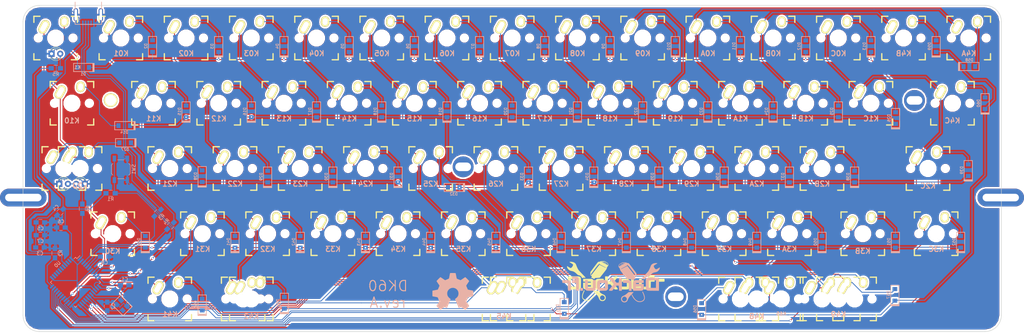
<source format=kicad_pcb>
(kicad_pcb (version 4) (host pcbnew 4.0.5+dfsg1-4)
  (title_block (title "MX/Alps HHKB") (date 2017-04-30) (rev A) (company DarKou))
  (layers (0 F.Cu signal) (31 B.Cu signal) (34 B.Paste user hide) (35 F.Paste user hide) (36 B.SilkS user hide) (37 F.SilkS user hide) (38 B.Mask user hide) (39 F.Mask user hide) (44 Edge.Cuts user hide))
  (net 0 "")
  (net 1 "Net-(C1-Pad1)")
  (net 2 GND)
  (net 3 "Net-(C2-Pad1)")
  (net 4 VCC)
  (net 5 "Net-(C8-Pad1)")
  (net 6 "Net-(D1-Pad2)")
  (net 7 /Row0)
  (net 8 "Net-(D2-Pad2)")
  (net 9 "Net-(D3-Pad2)")
  (net 10 "Net-(D4-Pad2)")
  (net 11 "Net-(D5-Pad2)")
  (net 12 "Net-(D6-Pad2)")
  (net 13 "Net-(D7-Pad2)")
  (net 14 "Net-(D8-Pad2)")
  (net 15 "Net-(D9-Pad2)")
  (net 16 "Net-(D10-Pad2)")
  (net 17 "Net-(D11-Pad2)")
  (net 18 "Net-(D12-Pad2)")
  (net 19 "Net-(D13-Pad2)")
  (net 20 "Net-(D14-Pad2)")
  (net 21 /Row1)
  (net 22 "Net-(D15-Pad2)")
  (net 23 "Net-(D16-Pad2)")
  (net 24 "Net-(D17-Pad2)")
  (net 25 "Net-(D18-Pad2)")
  (net 26 "Net-(D19-Pad2)")
  (net 27 "Net-(D20-Pad2)")
  (net 28 "Net-(D21-Pad2)")
  (net 29 "Net-(D22-Pad2)")
  (net 30 "Net-(D23-Pad2)")
  (net 31 "Net-(D24-Pad2)")
  (net 32 "Net-(D25-Pad2)")
  (net 33 "Net-(D26-Pad2)")
  (net 34 "Net-(D27-Pad2)")
  (net 35 /Row2)
  (net 36 "Net-(D28-Pad2)")
  (net 37 "Net-(D29-Pad2)")
  (net 38 "Net-(D30-Pad2)")
  (net 39 "Net-(D31-Pad2)")
  (net 40 "Net-(D32-Pad2)")
  (net 41 "Net-(D33-Pad2)")
  (net 42 "Net-(D34-Pad2)")
  (net 43 "Net-(D35-Pad2)")
  (net 44 "Net-(D36-Pad2)")
  (net 45 "Net-(D37-Pad2)")
  (net 46 "Net-(D38-Pad2)")
  (net 47 "Net-(D39-Pad2)")
  (net 48 "Net-(D40-Pad2)")
  (net 49 /Row3)
  (net 50 "Net-(D41-Pad2)")
  (net 51 "Net-(D42-Pad2)")
  (net 52 "Net-(D43-Pad2)")
  (net 53 "Net-(D44-Pad2)")
  (net 54 "Net-(D45-Pad2)")
  (net 55 "Net-(D46-Pad2)")
  (net 56 "Net-(D47-Pad2)")
  (net 57 "Net-(D48-Pad2)")
  (net 58 "Net-(D49-Pad2)")
  (net 59 "Net-(D50-Pad2)")
  (net 60 "Net-(D51-Pad2)")
  (net 61 "Net-(D52-Pad2)")
  (net 62 "Net-(D53-Pad2)")
  (net 63 /Row4)
  (net 64 "Net-(D54-Pad2)")
  (net 65 "Net-(D55-Pad2)")
  (net 66 "Net-(D56-Pad2)")
  (net 67 "Net-(D57-Pad2)")
  (net 68 "Net-(D58-Pad2)")
  (net 69 "Net-(D59-Pad2)")
  (net 70 "Net-(D60-Pad2)")
  (net 71 "Net-(J1-Pad2)")
  (net 72 "Net-(J1-Pad3)")
  (net 73 "Net-(J1-Pad4)")
  (net 74 /Col0)
  (net 75 /Col1)
  (net 76 /Col2)
  (net 77 /Col3)
  (net 78 /Col4)
  (net 79 /Col5)
  (net 80 /Col6)
  (net 81 /Col7)
  (net 82 /Col8)
  (net 83 /Col9)
  (net 84 /Col10)
  (net 85 /Col11)
  (net 86 /Col12)
  (net 87 "Net-(R1-Pad2)")
  (net 88 "Net-(R2-Pad1)")
  (net 89 "Net-(R3-Pad1)")
  (net 90 "Net-(R4-Pad2)")
  (net 91 "Net-(U0-Pad35)")
  (net 92 "Net-(U0-Pad36)")
  (net 93 "Net-(U0-Pad37)")
  (net 94 "Net-(U0-Pad38)")
  (net 95 "Net-(U0-Pad39)")
  (net 96 "Net-(U0-Pad42)")
  (net 97 "Net-(U0-Pad43)")
  (net 98 "Net-(LD0-Pad2)")
  (net 99 "Net-(LD1-Pad2)")
  (net 100 /ESC_LED)
  (net 101 /CAPS_LED)
  (net 102 "Net-(U0-Pad40)")
  (module Housings_QFP:TQFP-44_10x10mm_Pitch0.8mm (layer B.Cu) (at 82 178.5 225)
    (fp_text reference U0 (at 0 7.450001 225) (layer B.SilkS) (effects (justify mirror)))
    (fp_text value ATMEGA32U4)
    (pad 1 smd rect (at -5.7 4 225) (size 1.5 0.55) (layers B.Cu B.Paste B.Mask) (net 101 /CAPS_LED))
    (pad 2 smd rect (at -5.7 3.2 225) (size 1.5 0.55) (layers B.Cu B.Paste B.Mask) (net 4 VCC))
    (pad 3 smd rect (at -5.7 2.4 225) (size 1.5 0.55) (layers B.Cu B.Paste B.Mask) (net 89 "Net-(R3-Pad1)"))
    (pad 4 smd rect (at -5.7 1.6 225) (size 1.5 0.55) (layers B.Cu B.Paste B.Mask) (net 90 "Net-(R4-Pad2)"))
    (pad 5 smd rect (at -5.7 0.8 225) (size 1.5 0.55) (layers B.Cu B.Paste B.Mask) (net 2 GND))
    (pad 6 smd rect (at -5.7 0 225) (size 1.5 0.55) (layers B.Cu B.Paste B.Mask) (net 5 "Net-(C8-Pad1)"))
    (pad 7 smd rect (at -5.7 -0.8 225) (size 1.5 0.55) (layers B.Cu B.Paste B.Mask) (net 4 VCC))
    (pad 8 smd rect (at -5.7 -1.6 225) (size 1.5 0.55) (layers B.Cu B.Paste B.Mask) (net 74 /Col0))
    (pad 9 smd rect (at -5.7 -2.4 225) (size 1.5 0.55) (layers B.Cu B.Paste B.Mask) (net 77 /Col3))
    (pad 10 smd rect (at -5.7 -3.2 225) (size 1.5 0.55) (layers B.Cu B.Paste B.Mask) (net 76 /Col2))
    (pad 11 smd rect (at -5.7 -4 225) (size 1.5 0.55) (layers B.Cu B.Paste B.Mask) (net 75 /Col1))
    (pad 12 smd rect (at -4 -5.7 135) (size 1.5 0.55) (layers B.Cu B.Paste B.Mask) (net 81 /Col7))
    (pad 13 smd rect (at -3.2 -5.7 135) (size 1.5 0.55) (layers B.Cu B.Paste B.Mask) (net 87 "Net-(R1-Pad2)"))
    (pad 14 smd rect (at -2.4 -5.7 135) (size 1.5 0.55) (layers B.Cu B.Paste B.Mask) (net 4 VCC))
    (pad 15 smd rect (at -1.6 -5.7 135) (size 1.5 0.55) (layers B.Cu B.Paste B.Mask) (net 2 GND))
    (pad 16 smd rect (at -0.8 -5.7 135) (size 1.5 0.55) (layers B.Cu B.Paste B.Mask) (net 1 "Net-(C1-Pad1)"))
    (pad 17 smd rect (at 0 -5.7 135) (size 1.5 0.55) (layers B.Cu B.Paste B.Mask) (net 3 "Net-(C2-Pad1)"))
    (pad 18 smd rect (at 0.8 -5.7 135) (size 1.5 0.55) (layers B.Cu B.Paste B.Mask) (net 84 /Col10))
    (pad 19 smd rect (at 1.6 -5.7 135) (size 1.5 0.55) (layers B.Cu B.Paste B.Mask) (net 85 /Col11))
    (pad 20 smd rect (at 2.4 -5.7 135) (size 1.5 0.55) (layers B.Cu B.Paste B.Mask) (net 86 /Col12))
    (pad 21 smd rect (at 3.2 -5.7 135) (size 1.5 0.55) (layers B.Cu B.Paste B.Mask) (net 78 /Col4))
    (pad 22 smd rect (at 4 -5.7 135) (size 1.5 0.55) (layers B.Cu B.Paste B.Mask) (net 79 /Col5))
    (pad 23 smd rect (at 5.7 -4 225) (size 1.5 0.55) (layers B.Cu B.Paste B.Mask) (net 2 GND))
    (pad 24 smd rect (at 5.7 -3.2 225) (size 1.5 0.55) (layers B.Cu B.Paste B.Mask) (net 4 VCC))
    (pad 25 smd rect (at 5.7 -2.4 225) (size 1.5 0.55) (layers B.Cu B.Paste B.Mask) (net 63 /Row4))
    (pad 26 smd rect (at 5.7 -1.6 225) (size 1.5 0.55) (layers B.Cu B.Paste B.Mask) (net 49 /Row3))
    (pad 27 smd rect (at 5.7 -0.8 225) (size 1.5 0.55) (layers B.Cu B.Paste B.Mask) (net 35 /Row2))
    (pad 28 smd rect (at 5.7 0 225) (size 1.5 0.55) (layers B.Cu B.Paste B.Mask) (net 21 /Row1))
    (pad 29 smd rect (at 5.7 0.8 225) (size 1.5 0.55) (layers B.Cu B.Paste B.Mask) (net 80 /Col6))
    (pad 30 smd rect (at 5.7 1.6 225) (size 1.5 0.55) (layers B.Cu B.Paste B.Mask) (net 7 /Row0))
    (pad 31 smd rect (at 5.7 2.4 225) (size 1.5 0.55) (layers B.Cu B.Paste B.Mask) (net 82 /Col8))
    (pad 32 smd rect (at 5.7 3.2 225) (size 1.5 0.55) (layers B.Cu B.Paste B.Mask) (net 83 /Col9))
    (pad 33 smd rect (at 5.7 4 225) (size 1.5 0.55) (layers B.Cu B.Paste B.Mask) (net 88 "Net-(R2-Pad1)"))
    (pad 34 smd rect (at 4 5.7 135) (size 1.5 0.55) (layers B.Cu B.Paste B.Mask) (net 4 VCC))
    (pad 35 smd rect (at 3.2 5.7 135) (size 1.5 0.55) (layers B.Cu B.Paste B.Mask) (net 91 "Net-(U0-Pad35)"))
    (pad 36 smd rect (at 2.4 5.7 135) (size 1.5 0.55) (layers B.Cu B.Paste B.Mask) (net 92 "Net-(U0-Pad36)"))
    (pad 37 smd rect (at 1.6 5.7 135) (size 1.5 0.55) (layers B.Cu B.Paste B.Mask) (net 93 "Net-(U0-Pad37)"))
    (pad 38 smd rect (at 0.8 5.7 135) (size 1.5 0.55) (layers B.Cu B.Paste B.Mask) (net 94 "Net-(U0-Pad38)"))
    (pad 39 smd rect (at 0 5.7 135) (size 1.5 0.55) (layers B.Cu B.Paste B.Mask) (net 95 "Net-(U0-Pad39)"))
    (pad 40 smd rect (at -0.8 5.7 135) (size 1.5 0.55) (layers B.Cu B.Paste B.Mask) (net 102 "Net-(U0-Pad40)"))
    (pad 41 smd rect (at -1.6 5.7 135) (size 1.5 0.55) (layers B.Cu B.Paste B.Mask) (net 100 /ESC_LED))
    (pad 42 smd rect (at -2.4 5.7 135) (size 1.5 0.55) (layers B.Cu B.Paste B.Mask) (net 96 "Net-(U0-Pad42)"))
    (pad 43 smd rect (at -3.2 5.7 135) (size 1.5 0.55) (layers B.Cu B.Paste B.Mask) (net 97 "Net-(U0-Pad43)"))
    (pad 44 smd rect (at -4 5.7 135) (size 1.5 0.55) (layers B.Cu B.Paste B.Mask) (net 4 VCC))
  )
  (module Capacitors_SMD:C_0805_HandSoldering (layer B.Cu) (at 96.35 179.35 180)
    (fp_text reference C1 (at 0 1.75 180) (layer B.SilkS) (effects (justify mirror)))
    (fp_text value 22p)
    (pad 1 smd rect (at -1.25 0 180) (size 1.5 1.25) (layers B.Cu B.Paste B.Mask) (net 1 "Net-(C1-Pad1)"))
    (pad 2 smd rect (at 1.25 0 180) (size 1.5 1.25) (layers B.Cu B.Paste B.Mask) (net 2 GND))
  )
  (module Capacitors_SMD:C_0805_HandSoldering (layer B.Cu) (at 91.275 185.55 90)
    (fp_text reference C2 (at 0 1.75 90) (layer B.SilkS) (effects (justify mirror)))
    (fp_text value 22p)
    (pad 1 smd rect (at -1.25 0 90) (size 1.5 1.25) (layers B.Cu B.Paste B.Mask) (net 3 "Net-(C2-Pad1)"))
    (pad 2 smd rect (at 1.25 0 90) (size 1.5 1.25) (layers B.Cu B.Paste B.Mask) (net 2 GND))
  )
  (module Capacitors_SMD:C_0805_HandSoldering (layer B.Cu) (at 71.625 168.325)
    (fp_text reference C3 (at 0 1.75) (layer B.SilkS) (effects (justify mirror)))
    (fp_text value 0.1u)
    (pad 1 smd rect (at -1.25 0) (size 1.5 1.25) (layers B.Cu B.Paste B.Mask) (net 4 VCC))
    (pad 2 smd rect (at 1.25 0) (size 1.5 1.25) (layers B.Cu B.Paste B.Mask) (net 2 GND))
  )
  (module Capacitors_SMD:C_0805_HandSoldering (layer B.Cu) (at 77.5 158 225)
    (fp_text reference C4 (at 0 1.75 225) (layer B.SilkS) (effects (justify mirror)))
    (fp_text value 0.1u)
    (pad 1 smd rect (at -1.25 0 225) (size 1.5 1.25) (layers B.Cu B.Paste B.Mask) (net 4 VCC))
    (pad 2 smd rect (at 1.25 0 225) (size 1.5 1.25) (layers B.Cu B.Paste B.Mask) (net 2 GND))
  )
  (module Capacitors_SMD:C_0805_HandSoldering (layer B.Cu) (at 71.75 161)
    (fp_text reference C5 (at 0 1.75) (layer B.SilkS) (effects (justify mirror)))
    (fp_text value 0.1u)
    (pad 1 smd rect (at -1.25 0) (size 1.5 1.25) (layers B.Cu B.Paste B.Mask) (net 4 VCC))
    (pad 2 smd rect (at 1.25 0) (size 1.5 1.25) (layers B.Cu B.Paste B.Mask) (net 2 GND))
  )
  (module Capacitors_SMD:C_0805_HandSoldering (layer B.Cu) (at 77.75 162.5 180)
    (fp_text reference C6 (at 0 1.75 180) (layer B.SilkS) (effects (justify mirror)))
    (fp_text value 0.1u)
    (pad 1 smd rect (at -1.25 0 180) (size 1.5 1.25) (layers B.Cu B.Paste B.Mask) (net 4 VCC))
    (pad 2 smd rect (at 1.25 0 180) (size 1.5 1.25) (layers B.Cu B.Paste B.Mask) (net 2 GND))
  )
  (module Capacitors_SMD:C_0805_HandSoldering (layer B.Cu) (at 71.75 164.75)
    (fp_text reference C7 (at 0 1.75) (layer B.SilkS) (effects (justify mirror)))
    (fp_text value 4.7u)
    (pad 1 smd rect (at -1.25 0) (size 1.5 1.25) (layers B.Cu B.Paste B.Mask) (net 4 VCC))
    (pad 2 smd rect (at 1.25 0) (size 1.5 1.25) (layers B.Cu B.Paste B.Mask) (net 2 GND))
  )
  (module Capacitors_SMD:C_0805_HandSoldering (layer B.Cu) (at 90.5 171)
    (fp_text reference C8 (at 0 1.75) (layer B.SilkS) (effects (justify mirror)))
    (fp_text value 1u)
    (pad 1 smd rect (at -1.25 0) (size 1.5 1.25) (layers B.Cu B.Paste B.Mask) (net 5 "Net-(C8-Pad1)"))
    (pad 2 smd rect (at 1.25 0) (size 1.5 1.25) (layers B.Cu B.Paste B.Mask) (net 2 GND))
  )
  (module Resistors_SMD:R_0805_HandSoldering (layer B.Cu) (at 92.25 152.5)
    (fp_text reference R1 (at 0 1.7) (layer B.SilkS) (effects (justify mirror)))
    (fp_text value 10K)
    (pad 1 smd rect (at -1.35 0) (size 1.5 1.3) (layers B.Cu B.Paste B.Mask) (net 4 VCC))
    (pad 2 smd rect (at 1.35 0) (size 1.5 1.3) (layers B.Cu B.Paste B.Mask) (net 87 "Net-(R1-Pad2)"))
  )
  (module Resistors_SMD:R_0805_HandSoldering (layer B.Cu) (at 76 170 90)
    (fp_text reference R2 (at 0 1.700001 90) (layer B.SilkS) (effects (justify mirror)))
    (fp_text value 10K)
    (pad 1 smd rect (at -1.35 0 90) (size 1.5 1.3) (layers B.Cu B.Paste B.Mask) (net 88 "Net-(R2-Pad1)"))
    (pad 2 smd rect (at 1.35 0 90) (size 1.5 1.3) (layers B.Cu B.Paste B.Mask) (net 2 GND))
  )
  (module Resistors_SMD:R_0805_HandSoldering (layer B.Cu) (at 106 158.25 45)
    (fp_text reference R3 (at 0 1.7 45) (layer B.SilkS) (effects (justify mirror)))
    (fp_text value 22)
    (pad 1 smd rect (at -1.35 0 45) (size 1.5 1.3) (layers B.Cu B.Paste B.Mask) (net 89 "Net-(R3-Pad1)"))
    (pad 2 smd rect (at 1.35 0 45) (size 1.5 1.3) (layers B.Cu B.Paste B.Mask) (net 71 "Net-(J1-Pad2)"))
  )
  (module Resistors_SMD:R_0805_HandSoldering (layer B.Cu) (at 109.75 162 225)
    (fp_text reference R4 (at 0 1.7 225) (layer B.SilkS) (effects (justify mirror)))
    (fp_text value 22)
    (pad 1 smd rect (at -1.35 0 225) (size 1.5 1.3) (layers B.Cu B.Paste B.Mask) (net 72 "Net-(J1-Pad3)"))
    (pad 2 smd rect (at 1.35 0 225) (size 1.5 1.3) (layers B.Cu B.Paste B.Mask) (net 90 "Net-(R4-Pad2)"))
  )
  (module Buttons_Switches_SMD:SW_SPST_TL3342 (layer B.Cu) (at 95.25 145.5 90)
    (fp_text reference SW1 (at 0 3.75 90) (layer B.SilkS) (effects (justify mirror)))
    (fp_text value SW_PUSH)
    (pad 1 smd rect (at -3.15 1.9 90) (size 1.7 1) (layers B.Cu B.Paste B.Mask) (net 2 GND))
    (pad 1 smd rect (at 3.15 1.9 90) (size 1.7 1) (layers B.Cu B.Paste B.Mask) (net 2 GND))
    (pad 2 smd rect (at -3.15 -1.9 90) (size 1.7 1) (layers B.Cu B.Paste B.Mask) (net 87 "Net-(R1-Pad2)"))
    (pad 2 smd rect (at 3.15 -1.9 90) (size 1.7 1) (layers B.Cu B.Paste B.Mask) (net 87 "Net-(R1-Pad2)"))
  )
  (module Footprint:Poker_side_edge_long (layer F.Cu) (at 66.75 153.75)
    (fp_text reference Poker_side_edge_long hide)
    (fp_text value VAL** hide)
    (pad "" thru_hole oval (at 0 0) (size 13.6 5.2) (drill oval 10.6 2.2) (layers *.Cu *.Mask))
  )
  (module Footprint:Poker_side_edge_long (layer F.Cu) (at 352.25 153.75)
    (fp_text reference Poker_side_edge_long hide)
    (fp_text value VAL** hide)
    (pad "" thru_hole oval (at 0 0) (size 13.6 5.2) (drill oval 10.6 2.2) (layers *.Cu *.Mask))
  )
  (module Footprint:HOLE_M3 (layer F.Cu) (at 92.275 125.3)
    (fp_text reference HOLE_M3 hide)
    (fp_text value VAL** hide)
    (pad 1 thru_hole circle (at 0 0) (size 4 4) (drill 3.2) (layers *.Cu *.Mask F.SilkS))
  )
  (module Footprint:Poker_oval_hole (layer F.Cu) (at 327.05 125.375)
    (fp_text reference Poker_oval_hole hide)
    (fp_text value VAL** hide)
    (pad "" thru_hole circle (at 0 0) (size 6.1 6.1) (drill oval 4.6 2.5) (layers *.Cu *.Mask))
  )
  (module Footprint:Poker_oval_hole (layer F.Cu) (at 257.325 182.725)
    (fp_text reference Poker_oval_hole hide)
    (fp_text value VAL** hide)
    (pad "" thru_hole circle (at 0 0) (size 6.1 6.1) (drill oval 4.6 2.5) (layers *.Cu *.Mask))
  )
  (module Footprint:Poker_oval_hole (layer F.Cu) (at 195.225 144.775)
    (fp_text reference Poker_oval_hole hide)
    (fp_text value VAL** hide)
    (pad "" thru_hole circle (at 0 0) (size 6.1 6.1) (drill oval 4.6 2.5) (layers *.Cu *.Mask))
  )
  (module Footprint:OPEN-HARDWARE (layer B.Cu) (at 192.25 181.25 180)
    (fp_text reference G*** hide)
    (fp_text value LOGO hide)
  )
  (module Footprint:darkou (layer B.Cu) (at 238.45 178.525 180)
    (fp_text reference G*** hide)
    (fp_text value LOGO hide)
  )
  (module Footprint:darkou (layer F.Cu) (at 239.775 178.15)
    (fp_text reference G*** hide)
    (fp_text value LOGO hide)
  )
  (module Footprint:FA-238 (layer B.Cu) (at 95.55 185.25 315)
    (fp_text reference X1 hide)
    (fp_text value XTAL_GND hide)
    (pad 3 smd rect (at -1.1 0.8 315) (size 1.4 1.2) (drill (offset -0.1 0.05)) (layers B.Cu B.Paste B.Mask) (net 2 GND) (clearance 0.2))
    (pad 2 smd rect (at 1.1 0.8 315) (size 1.4 1.2) (drill (offset 0.1 0.05)) (layers B.Cu B.Paste B.Mask) (net 3 "Net-(C2-Pad1)") (clearance 0.2))
    (pad 1 smd rect (at -1.1 -0.8 315) (size 1.4 1.2) (drill (offset -0.1 -0.05)) (layers B.Cu B.Paste B.Mask) (net 1 "Net-(C1-Pad1)") (clearance 0.2))
    (pad 3 smd rect (at 1.1 -0.8 315) (size 1.4 1.2) (drill (offset 0.1 -0.05)) (layers B.Cu B.Paste B.Mask) (net 2 GND) (clearance 0.2))
  )
  (module LEDs:LED_D3.0mm (layer F.Cu) (at 75 111.75)
    (fp_text reference LD0 hide)
    (fp_text value ESC_LED hide)
    (pad 1 thru_hole rect (at 0 0) (size 1.8 1.8) (drill 0.9) (layers *.Cu *.Mask) (net 2 GND))
    (pad 2 thru_hole circle (at 2.54 0) (size 1.8 1.8) (drill 0.9) (layers *.Cu *.Mask) (net 98 "Net-(LD0-Pad2)"))
  )
  (module LEDs:LED_D3.0mm (layer F.Cu) (at 77.25 149.75)
    (fp_text reference LD1 hide)
    (fp_text value CAPS_LED hide)
    (pad 1 thru_hole rect (at 0 0) (size 1.8 1.8) (drill 0.9) (layers *.Cu *.Mask) (net 2 GND))
    (pad 2 thru_hole circle (at 2.54 0) (size 1.8 1.8) (drill 0.9) (layers *.Cu *.Mask) (net 99 "Net-(LD1-Pad2)"))
  )
  (module Resistors_SMD:R_0805_HandSoldering (layer B.Cu) (at 76.25 116)
    (fp_text reference R5 (at 0 1.7) (layer B.SilkS) (effects (justify mirror)))
    (fp_text value R)
    (pad 1 smd rect (at -1.35 0) (size 1.5 1.3) (layers B.Cu B.Paste B.Mask) (net 100 /ESC_LED))
    (pad 2 smd rect (at 1.35 0) (size 1.5 1.3) (layers B.Cu B.Paste B.Mask) (net 98 "Net-(LD0-Pad2)"))
  )
  (module Resistors_SMD:R_0805_HandSoldering (layer B.Cu) (at 84 157 90)
    (fp_text reference R6 (at 0 1.7 90) (layer B.SilkS) (effects (justify mirror)))
    (fp_text value R)
    (pad 1 smd rect (at -1.35 0 90) (size 1.5 1.3) (layers B.Cu B.Paste B.Mask) (net 101 /CAPS_LED))
    (pad 2 smd rect (at 1.35 0 90) (size 1.5 1.3) (layers B.Cu B.Paste B.Mask) (net 99 "Net-(LD1-Pad2)"))
  )
  (module LEDs:LED_D3.0mm (layer F.Cu) (at 84.75 149.75 180)
    (fp_text reference LD2 hide)
    (fp_text value CAPS_LED hide)
    (pad 1 thru_hole rect (at 0 0 180) (size 1.8 1.8) (drill 0.9) (layers *.Cu *.Mask) (net 2 GND))
    (pad 2 thru_hole circle (at 2.54 0 180) (size 1.8 1.8) (drill 0.9) (layers *.Cu *.Mask) (net 99 "Net-(LD1-Pad2)"))
  )
  (module Footprint:Mx_Alps_100 (layer F.Cu) (at 95.25 107.15625)
    (fp_text reference K2 hide)
    (fp_text value K01 (at 0.05 4.5) (layer B.SilkS) (effects (font (thickness 0.3048)) (justify mirror)))
    (pad HOLE np_thru_hole circle (at 0 0) (size 3.9878 3.9878) (drill 3.9878) (layers *.Cu))
    (pad HOLE np_thru_hole circle (at -5.08 0) (size 1.7018 1.7018) (drill 1.7018) (layers *.Cu))
    (pad HOLE np_thru_hole circle (at 5.08 0) (size 1.7018 1.7018) (drill 1.7018) (layers *.Cu))
    (pad 1 thru_hole oval (at -3.405 -3.27 330.95) (size 2.5 4.17) (drill oval 1.5 3.17) (layers *.Cu *.Mask F.SilkS) (net 75 /Col1))
    (pad 2 thru_hole oval (at 2.52 -4.79 356.1) (size 2.5 3.08) (drill oval 1.5 2.08) (layers *.Cu *.Mask F.SilkS) (net 8 "Net-(D2-Pad2)"))
  )
  (module Footprint:Mx_Alps_100 (layer F.Cu) (at 342.9 107.15625)
    (fp_text reference K58 hide)
    (fp_text value K4A (at 0.05 4.5) (layer B.SilkS) (effects (font (thickness 0.3048)) (justify mirror)))
    (pad HOLE np_thru_hole circle (at 0 0) (size 3.9878 3.9878) (drill 3.9878) (layers *.Cu))
    (pad HOLE np_thru_hole circle (at -5.08 0) (size 1.7018 1.7018) (drill 1.7018) (layers *.Cu))
    (pad HOLE np_thru_hole circle (at 5.08 0) (size 1.7018 1.7018) (drill 1.7018) (layers *.Cu))
    (pad 1 thru_hole oval (at -3.405 -3.27 330.95) (size 2.5 4.17) (drill oval 1.5 3.17) (layers *.Cu *.Mask F.SilkS) (net 84 /Col10))
    (pad 2 thru_hole oval (at 2.52 -4.79 356.1) (size 2.5 3.08) (drill oval 1.5 2.08) (layers *.Cu *.Mask F.SilkS) (net 68 "Net-(D58-Pad2)"))
  )
  (module Footprint:Mx_Alps_100 (layer F.Cu) (at 304.8 183.35625)
    (fp_text reference K57 hide)
    (fp_text value K49 (at 0.05 4.5) (layer B.SilkS) (effects (font (thickness 0.3048)) (justify mirror)))
    (pad HOLE np_thru_hole circle (at 0 0) (size 3.9878 3.9878) (drill 3.9878) (layers *.Cu))
    (pad HOLE np_thru_hole circle (at -5.08 0) (size 1.7018 1.7018) (drill 1.7018) (layers *.Cu))
    (pad HOLE np_thru_hole circle (at 5.08 0) (size 1.7018 1.7018) (drill 1.7018) (layers *.Cu))
    (pad 1 thru_hole oval (at -3.405 -3.27 330.95) (size 2.5 4.17) (drill oval 1.5 3.17) (layers *.Cu *.Mask F.SilkS) (net 83 /Col9))
    (pad 2 thru_hole oval (at 2.52 -4.79 356.1) (size 2.5 3.08) (drill oval 1.5 2.08) (layers *.Cu *.Mask F.SilkS) (net 67 "Net-(D57-Pad2)"))
  )
  (module Footprint:Mx_Alps_100 (layer F.Cu) (at 109.5375 183.35625)
    (fp_text reference K53 hide)
    (fp_text value K41 (at 0.05 4.5) (layer B.SilkS) (effects (font (thickness 0.3048)) (justify mirror)))
    (pad HOLE np_thru_hole circle (at 0 0) (size 3.9878 3.9878) (drill 3.9878) (layers *.Cu))
    (pad HOLE np_thru_hole circle (at -5.08 0) (size 1.7018 1.7018) (drill 1.7018) (layers *.Cu))
    (pad HOLE np_thru_hole circle (at 5.08 0) (size 1.7018 1.7018) (drill 1.7018) (layers *.Cu))
    (pad 1 thru_hole oval (at -3.405 -3.27 330.95) (size 2.5 4.17) (drill oval 1.5 3.17) (layers *.Cu *.Mask F.SilkS) (net 75 /Col1))
    (pad 2 thru_hole oval (at 2.52 -4.79 356.1) (size 2.5 3.08) (drill oval 1.5 2.08) (layers *.Cu *.Mask F.SilkS) (net 62 "Net-(D53-Pad2)"))
  )
  (module Footprint:Mx_Alps_100 (layer F.Cu) (at 333.375 164.30625)
    (fp_text reference K52 hide)
    (fp_text value K3C (at 0.05 4.5) (layer B.SilkS) (effects (font (thickness 0.3048)) (justify mirror)))
    (pad HOLE np_thru_hole circle (at 0 0) (size 3.9878 3.9878) (drill 3.9878) (layers *.Cu))
    (pad HOLE np_thru_hole circle (at -5.08 0) (size 1.7018 1.7018) (drill 1.7018) (layers *.Cu))
    (pad HOLE np_thru_hole circle (at 5.08 0) (size 1.7018 1.7018) (drill 1.7018) (layers *.Cu))
    (pad 1 thru_hole oval (at -3.405 -3.27 330.95) (size 2.5 4.17) (drill oval 1.5 3.17) (layers *.Cu *.Mask F.SilkS) (net 86 /Col12))
    (pad 2 thru_hole oval (at 2.52 -4.79 356.1) (size 2.5 3.08) (drill oval 1.5 2.08) (layers *.Cu *.Mask F.SilkS) (net 61 "Net-(D52-Pad2)"))
  )
  (module Footprint:Mx_Alps_100 (layer F.Cu) (at 290.5125 164.30625)
    (fp_text reference K50 hide)
    (fp_text value K3A (at 0.05 4.5) (layer B.SilkS) (effects (font (thickness 0.3048)) (justify mirror)))
    (pad HOLE np_thru_hole circle (at 0 0) (size 3.9878 3.9878) (drill 3.9878) (layers *.Cu))
    (pad HOLE np_thru_hole circle (at -5.08 0) (size 1.7018 1.7018) (drill 1.7018) (layers *.Cu))
    (pad HOLE np_thru_hole circle (at 5.08 0) (size 1.7018 1.7018) (drill 1.7018) (layers *.Cu))
    (pad 1 thru_hole oval (at -3.405 -3.27 330.95) (size 2.5 4.17) (drill oval 1.5 3.17) (layers *.Cu *.Mask F.SilkS) (net 84 /Col10))
    (pad 2 thru_hole oval (at 2.52 -4.79 356.1) (size 2.5 3.08) (drill oval 1.5 2.08) (layers *.Cu *.Mask F.SilkS) (net 59 "Net-(D50-Pad2)"))
  )
  (module Footprint:Mx_Alps_100 (layer F.Cu) (at 271.4625 164.30625)
    (fp_text reference K49 hide)
    (fp_text value K39 (at 0.05 4.5) (layer B.SilkS) (effects (font (thickness 0.3048)) (justify mirror)))
    (pad HOLE np_thru_hole circle (at 0 0) (size 3.9878 3.9878) (drill 3.9878) (layers *.Cu))
    (pad HOLE np_thru_hole circle (at -5.08 0) (size 1.7018 1.7018) (drill 1.7018) (layers *.Cu))
    (pad HOLE np_thru_hole circle (at 5.08 0) (size 1.7018 1.7018) (drill 1.7018) (layers *.Cu))
    (pad 1 thru_hole oval (at -3.405 -3.27 330.95) (size 2.5 4.17) (drill oval 1.5 3.17) (layers *.Cu *.Mask F.SilkS) (net 83 /Col9))
    (pad 2 thru_hole oval (at 2.52 -4.79 356.1) (size 2.5 3.08) (drill oval 1.5 2.08) (layers *.Cu *.Mask F.SilkS) (net 58 "Net-(D49-Pad2)"))
  )
  (module Footprint:Mx_Alps_100 (layer F.Cu) (at 252.4125 164.30625)
    (fp_text reference K48 hide)
    (fp_text value K38 (at 0.05 4.5) (layer B.SilkS) (effects (font (thickness 0.3048)) (justify mirror)))
    (pad HOLE np_thru_hole circle (at 0 0) (size 3.9878 3.9878) (drill 3.9878) (layers *.Cu))
    (pad HOLE np_thru_hole circle (at -5.08 0) (size 1.7018 1.7018) (drill 1.7018) (layers *.Cu))
    (pad HOLE np_thru_hole circle (at 5.08 0) (size 1.7018 1.7018) (drill 1.7018) (layers *.Cu))
    (pad 1 thru_hole oval (at -3.405 -3.27 330.95) (size 2.5 4.17) (drill oval 1.5 3.17) (layers *.Cu *.Mask F.SilkS) (net 82 /Col8))
    (pad 2 thru_hole oval (at 2.52 -4.79 356.1) (size 2.5 3.08) (drill oval 1.5 2.08) (layers *.Cu *.Mask F.SilkS) (net 57 "Net-(D48-Pad2)"))
  )
  (module Footprint:Mx_Alps_100 (layer F.Cu) (at 233.3625 164.30625)
    (fp_text reference K47 hide)
    (fp_text value K37 (at 0.05 4.5) (layer B.SilkS) (effects (font (thickness 0.3048)) (justify mirror)))
    (pad HOLE np_thru_hole circle (at 0 0) (size 3.9878 3.9878) (drill 3.9878) (layers *.Cu))
    (pad HOLE np_thru_hole circle (at -5.08 0) (size 1.7018 1.7018) (drill 1.7018) (layers *.Cu))
    (pad HOLE np_thru_hole circle (at 5.08 0) (size 1.7018 1.7018) (drill 1.7018) (layers *.Cu))
    (pad 1 thru_hole oval (at -3.405 -3.27 330.95) (size 2.5 4.17) (drill oval 1.5 3.17) (layers *.Cu *.Mask F.SilkS) (net 81 /Col7))
    (pad 2 thru_hole oval (at 2.52 -4.79 356.1) (size 2.5 3.08) (drill oval 1.5 2.08) (layers *.Cu *.Mask F.SilkS) (net 56 "Net-(D47-Pad2)"))
  )
  (module Footprint:Mx_Alps_100 (layer F.Cu) (at 214.3125 164.30625)
    (fp_text reference K46 hide)
    (fp_text value K36 (at 0.05 4.5) (layer B.SilkS) (effects (font (thickness 0.3048)) (justify mirror)))
    (pad HOLE np_thru_hole circle (at 0 0) (size 3.9878 3.9878) (drill 3.9878) (layers *.Cu))
    (pad HOLE np_thru_hole circle (at -5.08 0) (size 1.7018 1.7018) (drill 1.7018) (layers *.Cu))
    (pad HOLE np_thru_hole circle (at 5.08 0) (size 1.7018 1.7018) (drill 1.7018) (layers *.Cu))
    (pad 1 thru_hole oval (at -3.405 -3.27 330.95) (size 2.5 4.17) (drill oval 1.5 3.17) (layers *.Cu *.Mask F.SilkS) (net 80 /Col6))
    (pad 2 thru_hole oval (at 2.52 -4.79 356.1) (size 2.5 3.08) (drill oval 1.5 2.08) (layers *.Cu *.Mask F.SilkS) (net 55 "Net-(D46-Pad2)"))
  )
  (module Footprint:Mx_Alps_100 (layer F.Cu) (at 195.2625 164.30625)
    (fp_text reference K45 hide)
    (fp_text value K35 (at 0.05 4.5) (layer B.SilkS) (effects (font (thickness 0.3048)) (justify mirror)))
    (pad HOLE np_thru_hole circle (at 0 0) (size 3.9878 3.9878) (drill 3.9878) (layers *.Cu))
    (pad HOLE np_thru_hole circle (at -5.08 0) (size 1.7018 1.7018) (drill 1.7018) (layers *.Cu))
    (pad HOLE np_thru_hole circle (at 5.08 0) (size 1.7018 1.7018) (drill 1.7018) (layers *.Cu))
    (pad 1 thru_hole oval (at -3.405 -3.27 330.95) (size 2.5 4.17) (drill oval 1.5 3.17) (layers *.Cu *.Mask F.SilkS) (net 79 /Col5))
    (pad 2 thru_hole oval (at 2.52 -4.79 356.1) (size 2.5 3.08) (drill oval 1.5 2.08) (layers *.Cu *.Mask F.SilkS) (net 54 "Net-(D45-Pad2)"))
  )
  (module Footprint:Mx_Alps_100 (layer F.Cu) (at 176.2125 164.30625)
    (fp_text reference K44 hide)
    (fp_text value K34 (at 0.05 4.5) (layer B.SilkS) (effects (font (thickness 0.3048)) (justify mirror)))
    (pad HOLE np_thru_hole circle (at 0 0) (size 3.9878 3.9878) (drill 3.9878) (layers *.Cu))
    (pad HOLE np_thru_hole circle (at -5.08 0) (size 1.7018 1.7018) (drill 1.7018) (layers *.Cu))
    (pad HOLE np_thru_hole circle (at 5.08 0) (size 1.7018 1.7018) (drill 1.7018) (layers *.Cu))
    (pad 1 thru_hole oval (at -3.405 -3.27 330.95) (size 2.5 4.17) (drill oval 1.5 3.17) (layers *.Cu *.Mask F.SilkS) (net 78 /Col4))
    (pad 2 thru_hole oval (at 2.52 -4.79 356.1) (size 2.5 3.08) (drill oval 1.5 2.08) (layers *.Cu *.Mask F.SilkS) (net 53 "Net-(D44-Pad2)"))
  )
  (module Footprint:Mx_Alps_100 (layer F.Cu) (at 157.1625 164.30625)
    (fp_text reference K43 hide)
    (fp_text value K33 (at 0.05 4.5) (layer B.SilkS) (effects (font (thickness 0.3048)) (justify mirror)))
    (pad HOLE np_thru_hole circle (at 0 0) (size 3.9878 3.9878) (drill 3.9878) (layers *.Cu))
    (pad HOLE np_thru_hole circle (at -5.08 0) (size 1.7018 1.7018) (drill 1.7018) (layers *.Cu))
    (pad HOLE np_thru_hole circle (at 5.08 0) (size 1.7018 1.7018) (drill 1.7018) (layers *.Cu))
    (pad 1 thru_hole oval (at -3.405 -3.27 330.95) (size 2.5 4.17) (drill oval 1.5 3.17) (layers *.Cu *.Mask F.SilkS) (net 77 /Col3))
    (pad 2 thru_hole oval (at 2.52 -4.79 356.1) (size 2.5 3.08) (drill oval 1.5 2.08) (layers *.Cu *.Mask F.SilkS) (net 52 "Net-(D43-Pad2)"))
  )
  (module Footprint:Mx_Alps_100 (layer F.Cu) (at 138.1125 164.30625)
    (fp_text reference K42 hide)
    (fp_text value K32 (at 0.05 4.5) (layer B.SilkS) (effects (font (thickness 0.3048)) (justify mirror)))
    (pad HOLE np_thru_hole circle (at 0 0) (size 3.9878 3.9878) (drill 3.9878) (layers *.Cu))
    (pad HOLE np_thru_hole circle (at -5.08 0) (size 1.7018 1.7018) (drill 1.7018) (layers *.Cu))
    (pad HOLE np_thru_hole circle (at 5.08 0) (size 1.7018 1.7018) (drill 1.7018) (layers *.Cu))
    (pad 1 thru_hole oval (at -3.405 -3.27 330.95) (size 2.5 4.17) (drill oval 1.5 3.17) (layers *.Cu *.Mask F.SilkS) (net 76 /Col2))
    (pad 2 thru_hole oval (at 2.52 -4.79 356.1) (size 2.5 3.08) (drill oval 1.5 2.08) (layers *.Cu *.Mask F.SilkS) (net 51 "Net-(D42-Pad2)"))
  )
  (module Footprint:Mx_Alps_100 (layer F.Cu) (at 119.0625 164.30625)
    (fp_text reference K41 hide)
    (fp_text value K31 (at 0.05 4.5) (layer B.SilkS) (effects (font (thickness 0.3048)) (justify mirror)))
    (pad HOLE np_thru_hole circle (at 0 0) (size 3.9878 3.9878) (drill 3.9878) (layers *.Cu))
    (pad HOLE np_thru_hole circle (at -5.08 0) (size 1.7018 1.7018) (drill 1.7018) (layers *.Cu))
    (pad HOLE np_thru_hole circle (at 5.08 0) (size 1.7018 1.7018) (drill 1.7018) (layers *.Cu))
    (pad 1 thru_hole oval (at -3.405 -3.27 330.95) (size 2.5 4.17) (drill oval 1.5 3.17) (layers *.Cu *.Mask F.SilkS) (net 75 /Col1))
    (pad 2 thru_hole oval (at 2.52 -4.79 356.1) (size 2.5 3.08) (drill oval 1.5 2.08) (layers *.Cu *.Mask F.SilkS) (net 50 "Net-(D41-Pad2)"))
  )
  (module Footprint:Mx_Alps_100 (layer F.Cu) (at 300.0375 145.25625)
    (fp_text reference K38 hide)
    (fp_text value K2B (at 0.05 4.5) (layer B.SilkS) (effects (font (thickness 0.3048)) (justify mirror)))
    (pad HOLE np_thru_hole circle (at 0 0) (size 3.9878 3.9878) (drill 3.9878) (layers *.Cu))
    (pad HOLE np_thru_hole circle (at -5.08 0) (size 1.7018 1.7018) (drill 1.7018) (layers *.Cu))
    (pad HOLE np_thru_hole circle (at 5.08 0) (size 1.7018 1.7018) (drill 1.7018) (layers *.Cu))
    (pad 1 thru_hole oval (at -3.405 -3.27 330.95) (size 2.5 4.17) (drill oval 1.5 3.17) (layers *.Cu *.Mask F.SilkS) (net 85 /Col11))
    (pad 2 thru_hole oval (at 2.52 -4.79 356.1) (size 2.5 3.08) (drill oval 1.5 2.08) (layers *.Cu *.Mask F.SilkS) (net 46 "Net-(D38-Pad2)"))
  )
  (module Footprint:Mx_Alps_100 (layer F.Cu) (at 280.9875 145.25625)
    (fp_text reference K37 hide)
    (fp_text value K2A (at 0.05 4.5) (layer B.SilkS) (effects (font (thickness 0.3048)) (justify mirror)))
    (pad HOLE np_thru_hole circle (at 0 0) (size 3.9878 3.9878) (drill 3.9878) (layers *.Cu))
    (pad HOLE np_thru_hole circle (at -5.08 0) (size 1.7018 1.7018) (drill 1.7018) (layers *.Cu))
    (pad HOLE np_thru_hole circle (at 5.08 0) (size 1.7018 1.7018) (drill 1.7018) (layers *.Cu))
    (pad 1 thru_hole oval (at -3.405 -3.27 330.95) (size 2.5 4.17) (drill oval 1.5 3.17) (layers *.Cu *.Mask F.SilkS) (net 84 /Col10))
    (pad 2 thru_hole oval (at 2.52 -4.79 356.1) (size 2.5 3.08) (drill oval 1.5 2.08) (layers *.Cu *.Mask F.SilkS) (net 45 "Net-(D37-Pad2)"))
  )
  (module Footprint:Mx_Alps_100 (layer F.Cu) (at 261.9375 145.25625)
    (fp_text reference K36 hide)
    (fp_text value K29 (at 0.05 4.5) (layer B.SilkS) (effects (font (thickness 0.3048)) (justify mirror)))
    (pad HOLE np_thru_hole circle (at 0 0) (size 3.9878 3.9878) (drill 3.9878) (layers *.Cu))
    (pad HOLE np_thru_hole circle (at -5.08 0) (size 1.7018 1.7018) (drill 1.7018) (layers *.Cu))
    (pad HOLE np_thru_hole circle (at 5.08 0) (size 1.7018 1.7018) (drill 1.7018) (layers *.Cu))
    (pad 1 thru_hole oval (at -3.405 -3.27 330.95) (size 2.5 4.17) (drill oval 1.5 3.17) (layers *.Cu *.Mask F.SilkS) (net 83 /Col9))
    (pad 2 thru_hole oval (at 2.52 -4.79 356.1) (size 2.5 3.08) (drill oval 1.5 2.08) (layers *.Cu *.Mask F.SilkS) (net 44 "Net-(D36-Pad2)"))
  )
  (module Footprint:Mx_Alps_100 (layer F.Cu) (at 242.8875 145.25625)
    (fp_text reference K35 hide)
    (fp_text value K28 (at 0.05 4.5) (layer B.SilkS) (effects (font (thickness 0.3048)) (justify mirror)))
    (pad HOLE np_thru_hole circle (at 0 0) (size 3.9878 3.9878) (drill 3.9878) (layers *.Cu))
    (pad HOLE np_thru_hole circle (at -5.08 0) (size 1.7018 1.7018) (drill 1.7018) (layers *.Cu))
    (pad HOLE np_thru_hole circle (at 5.08 0) (size 1.7018 1.7018) (drill 1.7018) (layers *.Cu))
    (pad 1 thru_hole oval (at -3.405 -3.27 330.95) (size 2.5 4.17) (drill oval 1.5 3.17) (layers *.Cu *.Mask F.SilkS) (net 82 /Col8))
    (pad 2 thru_hole oval (at 2.52 -4.79 356.1) (size 2.5 3.08) (drill oval 1.5 2.08) (layers *.Cu *.Mask F.SilkS) (net 43 "Net-(D35-Pad2)"))
  )
  (module Footprint:Mx_Alps_100 (layer F.Cu) (at 223.8375 145.25625)
    (fp_text reference K34 hide)
    (fp_text value K27 (at 0.05 4.5) (layer B.SilkS) (effects (font (thickness 0.3048)) (justify mirror)))
    (pad HOLE np_thru_hole circle (at 0 0) (size 3.9878 3.9878) (drill 3.9878) (layers *.Cu))
    (pad HOLE np_thru_hole circle (at -5.08 0) (size 1.7018 1.7018) (drill 1.7018) (layers *.Cu))
    (pad HOLE np_thru_hole circle (at 5.08 0) (size 1.7018 1.7018) (drill 1.7018) (layers *.Cu))
    (pad 1 thru_hole oval (at -3.405 -3.27 330.95) (size 2.5 4.17) (drill oval 1.5 3.17) (layers *.Cu *.Mask F.SilkS) (net 81 /Col7))
    (pad 2 thru_hole oval (at 2.52 -4.79 356.1) (size 2.5 3.08) (drill oval 1.5 2.08) (layers *.Cu *.Mask F.SilkS) (net 42 "Net-(D34-Pad2)"))
  )
  (module Footprint:Mx_Alps_100 (layer F.Cu) (at 204.7875 145.25625)
    (fp_text reference K33 hide)
    (fp_text value K26 (at 0.05 4.5) (layer B.SilkS) (effects (font (thickness 0.3048)) (justify mirror)))
    (pad HOLE np_thru_hole circle (at 0 0) (size 3.9878 3.9878) (drill 3.9878) (layers *.Cu))
    (pad HOLE np_thru_hole circle (at -5.08 0) (size 1.7018 1.7018) (drill 1.7018) (layers *.Cu))
    (pad HOLE np_thru_hole circle (at 5.08 0) (size 1.7018 1.7018) (drill 1.7018) (layers *.Cu))
    (pad 1 thru_hole oval (at -3.405 -3.27 330.95) (size 2.5 4.17) (drill oval 1.5 3.17) (layers *.Cu *.Mask F.SilkS) (net 80 /Col6))
    (pad 2 thru_hole oval (at 2.52 -4.79 356.1) (size 2.5 3.08) (drill oval 1.5 2.08) (layers *.Cu *.Mask F.SilkS) (net 41 "Net-(D33-Pad2)"))
  )
  (module Footprint:Mx_Alps_100 (layer F.Cu) (at 185.7375 145.25625)
    (fp_text reference K32 hide)
    (fp_text value K25 (at 0.05 4.5) (layer B.SilkS) (effects (font (thickness 0.3048)) (justify mirror)))
    (pad HOLE np_thru_hole circle (at 0 0) (size 3.9878 3.9878) (drill 3.9878) (layers *.Cu))
    (pad HOLE np_thru_hole circle (at -5.08 0) (size 1.7018 1.7018) (drill 1.7018) (layers *.Cu))
    (pad HOLE np_thru_hole circle (at 5.08 0) (size 1.7018 1.7018) (drill 1.7018) (layers *.Cu))
    (pad 1 thru_hole oval (at -3.405 -3.27 330.95) (size 2.5 4.17) (drill oval 1.5 3.17) (layers *.Cu *.Mask F.SilkS) (net 79 /Col5))
    (pad 2 thru_hole oval (at 2.52 -4.79 356.1) (size 2.5 3.08) (drill oval 1.5 2.08) (layers *.Cu *.Mask F.SilkS) (net 40 "Net-(D32-Pad2)"))
  )
  (module Footprint:Mx_Alps_100 (layer F.Cu) (at 166.6875 145.25625)
    (fp_text reference K31 hide)
    (fp_text value K24 (at 0.05 4.5) (layer B.SilkS) (effects (font (thickness 0.3048)) (justify mirror)))
    (pad HOLE np_thru_hole circle (at 0 0) (size 3.9878 3.9878) (drill 3.9878) (layers *.Cu))
    (pad HOLE np_thru_hole circle (at -5.08 0) (size 1.7018 1.7018) (drill 1.7018) (layers *.Cu))
    (pad HOLE np_thru_hole circle (at 5.08 0) (size 1.7018 1.7018) (drill 1.7018) (layers *.Cu))
    (pad 1 thru_hole oval (at -3.405 -3.27 330.95) (size 2.5 4.17) (drill oval 1.5 3.17) (layers *.Cu *.Mask F.SilkS) (net 78 /Col4))
    (pad 2 thru_hole oval (at 2.52 -4.79 356.1) (size 2.5 3.08) (drill oval 1.5 2.08) (layers *.Cu *.Mask F.SilkS) (net 39 "Net-(D31-Pad2)"))
  )
  (module Footprint:Mx_Alps_100 (layer F.Cu) (at 147.6375 145.25625)
    (fp_text reference K30 hide)
    (fp_text value K23 (at 0.05 4.5) (layer B.SilkS) (effects (font (thickness 0.3048)) (justify mirror)))
    (pad HOLE np_thru_hole circle (at 0 0) (size 3.9878 3.9878) (drill 3.9878) (layers *.Cu))
    (pad HOLE np_thru_hole circle (at -5.08 0) (size 1.7018 1.7018) (drill 1.7018) (layers *.Cu))
    (pad HOLE np_thru_hole circle (at 5.08 0) (size 1.7018 1.7018) (drill 1.7018) (layers *.Cu))
    (pad 1 thru_hole oval (at -3.405 -3.27 330.95) (size 2.5 4.17) (drill oval 1.5 3.17) (layers *.Cu *.Mask F.SilkS) (net 77 /Col3))
    (pad 2 thru_hole oval (at 2.52 -4.79 356.1) (size 2.5 3.08) (drill oval 1.5 2.08) (layers *.Cu *.Mask F.SilkS) (net 38 "Net-(D30-Pad2)"))
  )
  (module Footprint:Mx_Alps_100 (layer F.Cu) (at 128.5875 145.25625)
    (fp_text reference K29 hide)
    (fp_text value K22 (at 0.05 4.5) (layer B.SilkS) (effects (font (thickness 0.3048)) (justify mirror)))
    (pad HOLE np_thru_hole circle (at 0 0) (size 3.9878 3.9878) (drill 3.9878) (layers *.Cu))
    (pad HOLE np_thru_hole circle (at -5.08 0) (size 1.7018 1.7018) (drill 1.7018) (layers *.Cu))
    (pad HOLE np_thru_hole circle (at 5.08 0) (size 1.7018 1.7018) (drill 1.7018) (layers *.Cu))
    (pad 1 thru_hole oval (at -3.405 -3.27 330.95) (size 2.5 4.17) (drill oval 1.5 3.17) (layers *.Cu *.Mask F.SilkS) (net 76 /Col2))
    (pad 2 thru_hole oval (at 2.52 -4.79 356.1) (size 2.5 3.08) (drill oval 1.5 2.08) (layers *.Cu *.Mask F.SilkS) (net 37 "Net-(D29-Pad2)"))
  )
  (module Footprint:Mx_Alps_100 (layer F.Cu) (at 109.5375 145.25625)
    (fp_text reference K28 hide)
    (fp_text value K21 (at 0.05 4.5) (layer B.SilkS) (effects (font (thickness 0.3048)) (justify mirror)))
    (pad HOLE np_thru_hole circle (at 0 0) (size 3.9878 3.9878) (drill 3.9878) (layers *.Cu))
    (pad HOLE np_thru_hole circle (at -5.08 0) (size 1.7018 1.7018) (drill 1.7018) (layers *.Cu))
    (pad HOLE np_thru_hole circle (at 5.08 0) (size 1.7018 1.7018) (drill 1.7018) (layers *.Cu))
    (pad 1 thru_hole oval (at -3.405 -3.27 330.95) (size 2.5 4.17) (drill oval 1.5 3.17) (layers *.Cu *.Mask F.SilkS) (net 75 /Col1))
    (pad 2 thru_hole oval (at 2.52 -4.79 356.1) (size 2.5 3.08) (drill oval 1.5 2.08) (layers *.Cu *.Mask F.SilkS) (net 36 "Net-(D28-Pad2)"))
  )
  (module Footprint:Mx_Alps_100 (layer F.Cu) (at 314.325 126.20625)
    (fp_text reference K26 hide)
    (fp_text value K1C (at 0.05 4.5) (layer B.SilkS) (effects (font (thickness 0.3048)) (justify mirror)))
    (pad HOLE np_thru_hole circle (at 0 0) (size 3.9878 3.9878) (drill 3.9878) (layers *.Cu))
    (pad HOLE np_thru_hole circle (at -5.08 0) (size 1.7018 1.7018) (drill 1.7018) (layers *.Cu))
    (pad HOLE np_thru_hole circle (at 5.08 0) (size 1.7018 1.7018) (drill 1.7018) (layers *.Cu))
    (pad 1 thru_hole oval (at -3.405 -3.27 330.95) (size 2.5 4.17) (drill oval 1.5 3.17) (layers *.Cu *.Mask F.SilkS) (net 86 /Col12))
    (pad 2 thru_hole oval (at 2.52 -4.79 356.1) (size 2.5 3.08) (drill oval 1.5 2.08) (layers *.Cu *.Mask F.SilkS) (net 33 "Net-(D26-Pad2)"))
  )
  (module Footprint:Mx_Alps_100 (layer F.Cu) (at 295.275 126.20625)
    (fp_text reference K25 hide)
    (fp_text value K1B (at 0.05 4.5) (layer B.SilkS) (effects (font (thickness 0.3048)) (justify mirror)))
    (pad HOLE np_thru_hole circle (at 0 0) (size 3.9878 3.9878) (drill 3.9878) (layers *.Cu))
    (pad HOLE np_thru_hole circle (at -5.08 0) (size 1.7018 1.7018) (drill 1.7018) (layers *.Cu))
    (pad HOLE np_thru_hole circle (at 5.08 0) (size 1.7018 1.7018) (drill 1.7018) (layers *.Cu))
    (pad 1 thru_hole oval (at -3.405 -3.27 330.95) (size 2.5 4.17) (drill oval 1.5 3.17) (layers *.Cu *.Mask F.SilkS) (net 85 /Col11))
    (pad 2 thru_hole oval (at 2.52 -4.79 356.1) (size 2.5 3.08) (drill oval 1.5 2.08) (layers *.Cu *.Mask F.SilkS) (net 32 "Net-(D25-Pad2)"))
  )
  (module Footprint:Mx_Alps_100 (layer F.Cu) (at 276.225 126.20625)
    (fp_text reference K24 hide)
    (fp_text value K1A (at 0.05 4.5) (layer B.SilkS) (effects (font (thickness 0.3048)) (justify mirror)))
    (pad HOLE np_thru_hole circle (at 0 0) (size 3.9878 3.9878) (drill 3.9878) (layers *.Cu))
    (pad HOLE np_thru_hole circle (at -5.08 0) (size 1.7018 1.7018) (drill 1.7018) (layers *.Cu))
    (pad HOLE np_thru_hole circle (at 5.08 0) (size 1.7018 1.7018) (drill 1.7018) (layers *.Cu))
    (pad 1 thru_hole oval (at -3.405 -3.27 330.95) (size 2.5 4.17) (drill oval 1.5 3.17) (layers *.Cu *.Mask F.SilkS) (net 84 /Col10))
    (pad 2 thru_hole oval (at 2.52 -4.79 356.1) (size 2.5 3.08) (drill oval 1.5 2.08) (layers *.Cu *.Mask F.SilkS) (net 31 "Net-(D24-Pad2)"))
  )
  (module Footprint:Mx_Alps_100 (layer F.Cu) (at 257.175 126.20625)
    (fp_text reference K23 hide)
    (fp_text value K19 (at 0.05 4.5) (layer B.SilkS) (effects (font (thickness 0.3048)) (justify mirror)))
    (pad HOLE np_thru_hole circle (at 0 0) (size 3.9878 3.9878) (drill 3.9878) (layers *.Cu))
    (pad HOLE np_thru_hole circle (at -5.08 0) (size 1.7018 1.7018) (drill 1.7018) (layers *.Cu))
    (pad HOLE np_thru_hole circle (at 5.08 0) (size 1.7018 1.7018) (drill 1.7018) (layers *.Cu))
    (pad 1 thru_hole oval (at -3.405 -3.27 330.95) (size 2.5 4.17) (drill oval 1.5 3.17) (layers *.Cu *.Mask F.SilkS) (net 83 /Col9))
    (pad 2 thru_hole oval (at 2.52 -4.79 356.1) (size 2.5 3.08) (drill oval 1.5 2.08) (layers *.Cu *.Mask F.SilkS) (net 30 "Net-(D23-Pad2)"))
  )
  (module Footprint:Mx_Alps_100 (layer F.Cu) (at 238.125 126.20625)
    (fp_text reference K22 hide)
    (fp_text value K18 (at 0.05 4.5) (layer B.SilkS) (effects (font (thickness 0.3048)) (justify mirror)))
    (pad HOLE np_thru_hole circle (at 0 0) (size 3.9878 3.9878) (drill 3.9878) (layers *.Cu))
    (pad HOLE np_thru_hole circle (at -5.08 0) (size 1.7018 1.7018) (drill 1.7018) (layers *.Cu))
    (pad HOLE np_thru_hole circle (at 5.08 0) (size 1.7018 1.7018) (drill 1.7018) (layers *.Cu))
    (pad 1 thru_hole oval (at -3.405 -3.27 330.95) (size 2.5 4.17) (drill oval 1.5 3.17) (layers *.Cu *.Mask F.SilkS) (net 82 /Col8))
    (pad 2 thru_hole oval (at 2.52 -4.79 356.1) (size 2.5 3.08) (drill oval 1.5 2.08) (layers *.Cu *.Mask F.SilkS) (net 29 "Net-(D22-Pad2)"))
  )
  (module Footprint:Mx_Alps_100 (layer F.Cu) (at 219.075 126.20625)
    (fp_text reference K21 hide)
    (fp_text value K17 (at 0.05 4.5) (layer B.SilkS) (effects (font (thickness 0.3048)) (justify mirror)))
    (pad HOLE np_thru_hole circle (at 0 0) (size 3.9878 3.9878) (drill 3.9878) (layers *.Cu))
    (pad HOLE np_thru_hole circle (at -5.08 0) (size 1.7018 1.7018) (drill 1.7018) (layers *.Cu))
    (pad HOLE np_thru_hole circle (at 5.08 0) (size 1.7018 1.7018) (drill 1.7018) (layers *.Cu))
    (pad 1 thru_hole oval (at -3.405 -3.27 330.95) (size 2.5 4.17) (drill oval 1.5 3.17) (layers *.Cu *.Mask F.SilkS) (net 81 /Col7))
    (pad 2 thru_hole oval (at 2.52 -4.79 356.1) (size 2.5 3.08) (drill oval 1.5 2.08) (layers *.Cu *.Mask F.SilkS) (net 28 "Net-(D21-Pad2)"))
  )
  (module Footprint:Mx_Alps_100 (layer F.Cu) (at 200.025 126.20625)
    (fp_text reference K20 hide)
    (fp_text value K16 (at 0.05 4.5) (layer B.SilkS) (effects (font (thickness 0.3048)) (justify mirror)))
    (pad HOLE np_thru_hole circle (at 0 0) (size 3.9878 3.9878) (drill 3.9878) (layers *.Cu))
    (pad HOLE np_thru_hole circle (at -5.08 0) (size 1.7018 1.7018) (drill 1.7018) (layers *.Cu))
    (pad HOLE np_thru_hole circle (at 5.08 0) (size 1.7018 1.7018) (drill 1.7018) (layers *.Cu))
    (pad 1 thru_hole oval (at -3.405 -3.27 330.95) (size 2.5 4.17) (drill oval 1.5 3.17) (layers *.Cu *.Mask F.SilkS) (net 80 /Col6))
    (pad 2 thru_hole oval (at 2.52 -4.79 356.1) (size 2.5 3.08) (drill oval 1.5 2.08) (layers *.Cu *.Mask F.SilkS) (net 27 "Net-(D20-Pad2)"))
  )
  (module Footprint:Mx_Alps_100 (layer F.Cu) (at 180.975 126.20625)
    (fp_text reference K19 hide)
    (fp_text value K15 (at 0.05 4.5) (layer B.SilkS) (effects (font (thickness 0.3048)) (justify mirror)))
    (pad HOLE np_thru_hole circle (at 0 0) (size 3.9878 3.9878) (drill 3.9878) (layers *.Cu))
    (pad HOLE np_thru_hole circle (at -5.08 0) (size 1.7018 1.7018) (drill 1.7018) (layers *.Cu))
    (pad HOLE np_thru_hole circle (at 5.08 0) (size 1.7018 1.7018) (drill 1.7018) (layers *.Cu))
    (pad 1 thru_hole oval (at -3.405 -3.27 330.95) (size 2.5 4.17) (drill oval 1.5 3.17) (layers *.Cu *.Mask F.SilkS) (net 79 /Col5))
    (pad 2 thru_hole oval (at 2.52 -4.79 356.1) (size 2.5 3.08) (drill oval 1.5 2.08) (layers *.Cu *.Mask F.SilkS) (net 26 "Net-(D19-Pad2)"))
  )
  (module Footprint:Mx_Alps_100 (layer F.Cu) (at 161.925 126.20625)
    (fp_text reference K18 hide)
    (fp_text value K14 (at 0.05 4.5) (layer B.SilkS) (effects (font (thickness 0.3048)) (justify mirror)))
    (pad HOLE np_thru_hole circle (at 0 0) (size 3.9878 3.9878) (drill 3.9878) (layers *.Cu))
    (pad HOLE np_thru_hole circle (at -5.08 0) (size 1.7018 1.7018) (drill 1.7018) (layers *.Cu))
    (pad HOLE np_thru_hole circle (at 5.08 0) (size 1.7018 1.7018) (drill 1.7018) (layers *.Cu))
    (pad 1 thru_hole oval (at -3.405 -3.27 330.95) (size 2.5 4.17) (drill oval 1.5 3.17) (layers *.Cu *.Mask F.SilkS) (net 78 /Col4))
    (pad 2 thru_hole oval (at 2.52 -4.79 356.1) (size 2.5 3.08) (drill oval 1.5 2.08) (layers *.Cu *.Mask F.SilkS) (net 25 "Net-(D18-Pad2)"))
  )
  (module Footprint:Mx_Alps_100 (layer F.Cu) (at 142.875 126.20625)
    (fp_text reference K17 hide)
    (fp_text value K13 (at 0.05 4.5) (layer B.SilkS) (effects (font (thickness 0.3048)) (justify mirror)))
    (pad HOLE np_thru_hole circle (at 0 0) (size 3.9878 3.9878) (drill 3.9878) (layers *.Cu))
    (pad HOLE np_thru_hole circle (at -5.08 0) (size 1.7018 1.7018) (drill 1.7018) (layers *.Cu))
    (pad HOLE np_thru_hole circle (at 5.08 0) (size 1.7018 1.7018) (drill 1.7018) (layers *.Cu))
    (pad 1 thru_hole oval (at -3.405 -3.27 330.95) (size 2.5 4.17) (drill oval 1.5 3.17) (layers *.Cu *.Mask F.SilkS) (net 77 /Col3))
    (pad 2 thru_hole oval (at 2.52 -4.79 356.1) (size 2.5 3.08) (drill oval 1.5 2.08) (layers *.Cu *.Mask F.SilkS) (net 24 "Net-(D17-Pad2)"))
  )
  (module Footprint:Mx_Alps_100 (layer F.Cu) (at 123.825 126.20625)
    (fp_text reference K16 hide)
    (fp_text value K12 (at 0.05 4.5) (layer B.SilkS) (effects (font (thickness 0.3048)) (justify mirror)))
    (pad HOLE np_thru_hole circle (at 0 0) (size 3.9878 3.9878) (drill 3.9878) (layers *.Cu))
    (pad HOLE np_thru_hole circle (at -5.08 0) (size 1.7018 1.7018) (drill 1.7018) (layers *.Cu))
    (pad HOLE np_thru_hole circle (at 5.08 0) (size 1.7018 1.7018) (drill 1.7018) (layers *.Cu))
    (pad 1 thru_hole oval (at -3.405 -3.27 330.95) (size 2.5 4.17) (drill oval 1.5 3.17) (layers *.Cu *.Mask F.SilkS) (net 76 /Col2))
    (pad 2 thru_hole oval (at 2.52 -4.79 356.1) (size 2.5 3.08) (drill oval 1.5 2.08) (layers *.Cu *.Mask F.SilkS) (net 23 "Net-(D16-Pad2)"))
  )
  (module Footprint:Mx_Alps_100 (layer F.Cu) (at 104.775 126.20625)
    (fp_text reference K15 hide)
    (fp_text value K11 (at 0.05 4.5) (layer B.SilkS) (effects (font (thickness 0.3048)) (justify mirror)))
    (pad HOLE np_thru_hole circle (at 0 0) (size 3.9878 3.9878) (drill 3.9878) (layers *.Cu))
    (pad HOLE np_thru_hole circle (at -5.08 0) (size 1.7018 1.7018) (drill 1.7018) (layers *.Cu))
    (pad HOLE np_thru_hole circle (at 5.08 0) (size 1.7018 1.7018) (drill 1.7018) (layers *.Cu))
    (pad 1 thru_hole oval (at -3.405 -3.27 330.95) (size 2.5 4.17) (drill oval 1.5 3.17) (layers *.Cu *.Mask F.SilkS) (net 75 /Col1))
    (pad 2 thru_hole oval (at 2.52 -4.79 356.1) (size 2.5 3.08) (drill oval 1.5 2.08) (layers *.Cu *.Mask F.SilkS) (net 22 "Net-(D15-Pad2)"))
  )
  (module Footprint:Mx_Alps_100 (layer F.Cu) (at 304.8 107.15625)
    (fp_text reference K13 hide)
    (fp_text value K0C (at 0.05 4.5) (layer B.SilkS) (effects (font (thickness 0.3048)) (justify mirror)))
    (pad HOLE np_thru_hole circle (at 0 0) (size 3.9878 3.9878) (drill 3.9878) (layers *.Cu))
    (pad HOLE np_thru_hole circle (at -5.08 0) (size 1.7018 1.7018) (drill 1.7018) (layers *.Cu))
    (pad HOLE np_thru_hole circle (at 5.08 0) (size 1.7018 1.7018) (drill 1.7018) (layers *.Cu))
    (pad 1 thru_hole oval (at -3.405 -3.27 330.95) (size 2.5 4.17) (drill oval 1.5 3.17) (layers *.Cu *.Mask F.SilkS) (net 86 /Col12))
    (pad 2 thru_hole oval (at 2.52 -4.79 356.1) (size 2.5 3.08) (drill oval 1.5 2.08) (layers *.Cu *.Mask F.SilkS) (net 19 "Net-(D13-Pad2)"))
  )
  (module Footprint:Mx_Alps_100 (layer F.Cu) (at 285.75 107.15625)
    (fp_text reference K12 hide)
    (fp_text value K0B (at 0.05 4.5) (layer B.SilkS) (effects (font (thickness 0.3048)) (justify mirror)))
    (pad HOLE np_thru_hole circle (at 0 0) (size 3.9878 3.9878) (drill 3.9878) (layers *.Cu))
    (pad HOLE np_thru_hole circle (at -5.08 0) (size 1.7018 1.7018) (drill 1.7018) (layers *.Cu))
    (pad HOLE np_thru_hole circle (at 5.08 0) (size 1.7018 1.7018) (drill 1.7018) (layers *.Cu))
    (pad 1 thru_hole oval (at -3.405 -3.27 330.95) (size 2.5 4.17) (drill oval 1.5 3.17) (layers *.Cu *.Mask F.SilkS) (net 85 /Col11))
    (pad 2 thru_hole oval (at 2.52 -4.79 356.1) (size 2.5 3.08) (drill oval 1.5 2.08) (layers *.Cu *.Mask F.SilkS) (net 18 "Net-(D12-Pad2)"))
  )
  (module Footprint:Mx_Alps_100 (layer F.Cu) (at 266.7 107.15625)
    (fp_text reference K11 hide)
    (fp_text value K0A (at 0.05 4.5) (layer B.SilkS) (effects (font (thickness 0.3048)) (justify mirror)))
    (pad HOLE np_thru_hole circle (at 0 0) (size 3.9878 3.9878) (drill 3.9878) (layers *.Cu))
    (pad HOLE np_thru_hole circle (at -5.08 0) (size 1.7018 1.7018) (drill 1.7018) (layers *.Cu))
    (pad HOLE np_thru_hole circle (at 5.08 0) (size 1.7018 1.7018) (drill 1.7018) (layers *.Cu))
    (pad 1 thru_hole oval (at -3.405 -3.27 330.95) (size 2.5 4.17) (drill oval 1.5 3.17) (layers *.Cu *.Mask F.SilkS) (net 84 /Col10))
    (pad 2 thru_hole oval (at 2.52 -4.79 356.1) (size 2.5 3.08) (drill oval 1.5 2.08) (layers *.Cu *.Mask F.SilkS) (net 17 "Net-(D11-Pad2)"))
  )
  (module Footprint:Mx_Alps_100 (layer F.Cu) (at 247.65 107.15625)
    (fp_text reference K10 hide)
    (fp_text value K09 (at 0.05 4.5) (layer B.SilkS) (effects (font (thickness 0.3048)) (justify mirror)))
    (pad HOLE np_thru_hole circle (at 0 0) (size 3.9878 3.9878) (drill 3.9878) (layers *.Cu))
    (pad HOLE np_thru_hole circle (at -5.08 0) (size 1.7018 1.7018) (drill 1.7018) (layers *.Cu))
    (pad HOLE np_thru_hole circle (at 5.08 0) (size 1.7018 1.7018) (drill 1.7018) (layers *.Cu))
    (pad 1 thru_hole oval (at -3.405 -3.27 330.95) (size 2.5 4.17) (drill oval 1.5 3.17) (layers *.Cu *.Mask F.SilkS) (net 83 /Col9))
    (pad 2 thru_hole oval (at 2.52 -4.79 356.1) (size 2.5 3.08) (drill oval 1.5 2.08) (layers *.Cu *.Mask F.SilkS) (net 16 "Net-(D10-Pad2)"))
  )
  (module Footprint:Mx_Alps_100 (layer F.Cu) (at 228.6 107.15625)
    (fp_text reference K9 hide)
    (fp_text value K08 (at 0.05 4.5) (layer B.SilkS) (effects (font (thickness 0.3048)) (justify mirror)))
    (pad HOLE np_thru_hole circle (at 0 0) (size 3.9878 3.9878) (drill 3.9878) (layers *.Cu))
    (pad HOLE np_thru_hole circle (at -5.08 0) (size 1.7018 1.7018) (drill 1.7018) (layers *.Cu))
    (pad HOLE np_thru_hole circle (at 5.08 0) (size 1.7018 1.7018) (drill 1.7018) (layers *.Cu))
    (pad 1 thru_hole oval (at -3.405 -3.27 330.95) (size 2.5 4.17) (drill oval 1.5 3.17) (layers *.Cu *.Mask F.SilkS) (net 82 /Col8))
    (pad 2 thru_hole oval (at 2.52 -4.79 356.1) (size 2.5 3.08) (drill oval 1.5 2.08) (layers *.Cu *.Mask F.SilkS) (net 15 "Net-(D9-Pad2)"))
  )
  (module Footprint:Mx_Alps_100 (layer F.Cu) (at 209.55 107.15625)
    (fp_text reference K8 hide)
    (fp_text value K07 (at 0.05 4.5) (layer B.SilkS) (effects (font (thickness 0.3048)) (justify mirror)))
    (pad HOLE np_thru_hole circle (at 0 0) (size 3.9878 3.9878) (drill 3.9878) (layers *.Cu))
    (pad HOLE np_thru_hole circle (at -5.08 0) (size 1.7018 1.7018) (drill 1.7018) (layers *.Cu))
    (pad HOLE np_thru_hole circle (at 5.08 0) (size 1.7018 1.7018) (drill 1.7018) (layers *.Cu))
    (pad 1 thru_hole oval (at -3.405 -3.27 330.95) (size 2.5 4.17) (drill oval 1.5 3.17) (layers *.Cu *.Mask F.SilkS) (net 81 /Col7))
    (pad 2 thru_hole oval (at 2.52 -4.79 356.1) (size 2.5 3.08) (drill oval 1.5 2.08) (layers *.Cu *.Mask F.SilkS) (net 14 "Net-(D8-Pad2)"))
  )
  (module Footprint:Mx_Alps_100 (layer F.Cu) (at 190.5 107.15625)
    (fp_text reference K7 hide)
    (fp_text value K06 (at 0.05 4.5) (layer B.SilkS) (effects (font (thickness 0.3048)) (justify mirror)))
    (pad HOLE np_thru_hole circle (at 0 0) (size 3.9878 3.9878) (drill 3.9878) (layers *.Cu))
    (pad HOLE np_thru_hole circle (at -5.08 0) (size 1.7018 1.7018) (drill 1.7018) (layers *.Cu))
    (pad HOLE np_thru_hole circle (at 5.08 0) (size 1.7018 1.7018) (drill 1.7018) (layers *.Cu))
    (pad 1 thru_hole oval (at -3.405 -3.27 330.95) (size 2.5 4.17) (drill oval 1.5 3.17) (layers *.Cu *.Mask F.SilkS) (net 80 /Col6))
    (pad 2 thru_hole oval (at 2.52 -4.79 356.1) (size 2.5 3.08) (drill oval 1.5 2.08) (layers *.Cu *.Mask F.SilkS) (net 13 "Net-(D7-Pad2)"))
  )
  (module Footprint:Mx_Alps_100 (layer F.Cu) (at 171.45 107.15625)
    (fp_text reference K6 hide)
    (fp_text value K05 (at 0.05 4.5) (layer B.SilkS) (effects (font (thickness 0.3048)) (justify mirror)))
    (pad HOLE np_thru_hole circle (at 0 0) (size 3.9878 3.9878) (drill 3.9878) (layers *.Cu))
    (pad HOLE np_thru_hole circle (at -5.08 0) (size 1.7018 1.7018) (drill 1.7018) (layers *.Cu))
    (pad HOLE np_thru_hole circle (at 5.08 0) (size 1.7018 1.7018) (drill 1.7018) (layers *.Cu))
    (pad 1 thru_hole oval (at -3.405 -3.27 330.95) (size 2.5 4.17) (drill oval 1.5 3.17) (layers *.Cu *.Mask F.SilkS) (net 79 /Col5))
    (pad 2 thru_hole oval (at 2.52 -4.79 356.1) (size 2.5 3.08) (drill oval 1.5 2.08) (layers *.Cu *.Mask F.SilkS) (net 12 "Net-(D6-Pad2)"))
  )
  (module Footprint:Mx_Alps_100 (layer F.Cu) (at 152.4 107.15625)
    (fp_text reference K5 hide)
    (fp_text value K04 (at 0.05 4.5) (layer B.SilkS) (effects (font (thickness 0.3048)) (justify mirror)))
    (pad HOLE np_thru_hole circle (at 0 0) (size 3.9878 3.9878) (drill 3.9878) (layers *.Cu))
    (pad HOLE np_thru_hole circle (at -5.08 0) (size 1.7018 1.7018) (drill 1.7018) (layers *.Cu))
    (pad HOLE np_thru_hole circle (at 5.08 0) (size 1.7018 1.7018) (drill 1.7018) (layers *.Cu))
    (pad 1 thru_hole oval (at -3.405 -3.27 330.95) (size 2.5 4.17) (drill oval 1.5 3.17) (layers *.Cu *.Mask F.SilkS) (net 78 /Col4))
    (pad 2 thru_hole oval (at 2.52 -4.79 356.1) (size 2.5 3.08) (drill oval 1.5 2.08) (layers *.Cu *.Mask F.SilkS) (net 11 "Net-(D5-Pad2)"))
  )
  (module Footprint:Mx_Alps_100 (layer F.Cu) (at 133.35 107.15625)
    (fp_text reference K4 hide)
    (fp_text value K03 (at 0.05 4.5) (layer B.SilkS) (effects (font (thickness 0.3048)) (justify mirror)))
    (pad HOLE np_thru_hole circle (at 0 0) (size 3.9878 3.9878) (drill 3.9878) (layers *.Cu))
    (pad HOLE np_thru_hole circle (at -5.08 0) (size 1.7018 1.7018) (drill 1.7018) (layers *.Cu))
    (pad HOLE np_thru_hole circle (at 5.08 0) (size 1.7018 1.7018) (drill 1.7018) (layers *.Cu))
    (pad 1 thru_hole oval (at -3.405 -3.27 330.95) (size 2.5 4.17) (drill oval 1.5 3.17) (layers *.Cu *.Mask F.SilkS) (net 77 /Col3))
    (pad 2 thru_hole oval (at 2.52 -4.79 356.1) (size 2.5 3.08) (drill oval 1.5 2.08) (layers *.Cu *.Mask F.SilkS) (net 10 "Net-(D4-Pad2)"))
  )
  (module Footprint:Mx_Alps_100 (layer F.Cu) (at 114.3 107.15625)
    (fp_text reference K3 hide)
    (fp_text value K02 (at 0.05 4.5) (layer B.SilkS) (effects (font (thickness 0.3048)) (justify mirror)))
    (pad HOLE np_thru_hole circle (at 0 0) (size 3.9878 3.9878) (drill 3.9878) (layers *.Cu))
    (pad HOLE np_thru_hole circle (at -5.08 0) (size 1.7018 1.7018) (drill 1.7018) (layers *.Cu))
    (pad HOLE np_thru_hole circle (at 5.08 0) (size 1.7018 1.7018) (drill 1.7018) (layers *.Cu))
    (pad 1 thru_hole oval (at -3.405 -3.27 330.95) (size 2.5 4.17) (drill oval 1.5 3.17) (layers *.Cu *.Mask F.SilkS) (net 76 /Col2))
    (pad 2 thru_hole oval (at 2.52 -4.79 356.1) (size 2.5 3.08) (drill oval 1.5 2.08) (layers *.Cu *.Mask F.SilkS) (net 9 "Net-(D3-Pad2)"))
  )
  (module Footprint:Mx_Alps_100 (layer F.Cu) (at 76.2 107.15625)
    (fp_text reference K1 (at 6.375 8.525) (layer B.SilkS) (effects (font (thickness 0.2)) (justify mirror)))
    (fp_text value K00 hide)
    (pad HOLE np_thru_hole circle (at 0 0) (size 3.9878 3.9878) (drill 3.9878) (layers *.Cu))
    (pad HOLE np_thru_hole circle (at -5.08 0) (size 1.7018 1.7018) (drill 1.7018) (layers *.Cu))
    (pad HOLE np_thru_hole circle (at 5.08 0) (size 1.7018 1.7018) (drill 1.7018) (layers *.Cu))
    (pad 1 thru_hole oval (at -3.405 -3.27 330.95) (size 2.5 4.17) (drill oval 1.5 3.17) (layers *.Cu *.Mask F.SilkS) (net 74 /Col0))
    (pad 2 thru_hole oval (at 2.52 -4.79 356.1) (size 2.5 3.08) (drill oval 1.5 2.08) (layers *.Cu *.Mask F.SilkS) (net 6 "Net-(D1-Pad2)"))
  )
  (module Footprint:Mx_Alps_100 (layer F.Cu) (at 323.85 107.15625)
    (fp_text reference K59 hide)
    (fp_text value K4B (at 0.05 4.5) (layer B.SilkS) (effects (font (thickness 0.3048)) (justify mirror)))
    (pad HOLE np_thru_hole circle (at 0 0) (size 3.9878 3.9878) (drill 3.9878) (layers *.Cu))
    (pad HOLE np_thru_hole circle (at -5.08 0) (size 1.7018 1.7018) (drill 1.7018) (layers *.Cu))
    (pad HOLE np_thru_hole circle (at 5.08 0) (size 1.7018 1.7018) (drill 1.7018) (layers *.Cu))
    (pad 1 thru_hole oval (at -3.405 -3.27 330.95) (size 2.5 4.17) (drill oval 1.5 3.17) (layers *.Cu *.Mask F.SilkS) (net 85 /Col11))
    (pad 2 thru_hole oval (at 2.52 -4.79 356.1) (size 2.5 3.08) (drill oval 1.5 2.08) (layers *.Cu *.Mask F.SilkS) (net 69 "Net-(D59-Pad2)"))
  )
  (module Footprint:Mx_Alps_175_STEPPED (layer F.Cu) (at 78.58125 145.25625)
    (fp_text reference K61 hide)
    (fp_text value Ctrl hide)
    (pad HOLE np_thru_hole circle (at 0 0) (size 3.9878 3.9878) (drill 3.9878) (layers *.Cu))
    (pad HOLE np_thru_hole circle (at -5.08 0) (size 1.7018 1.7018) (drill 1.7018) (layers *.Cu))
    (pad HOLE np_thru_hole circle (at 5.08 0) (size 1.7018 1.7018) (drill 1.7018) (layers *.Cu))
    (pad 1 thru_hole oval (at -3.405 -3.27 330.95) (size 2.5 4.17) (drill oval 1.5 3.17) (layers *.Cu *.Mask F.SilkS) (net 34 "Net-(D27-Pad2)"))
    (pad 2 thru_hole oval (at 2.52 -4.79 356.1) (size 2.5 3.08) (drill oval 1.5 2.08) (layers *.Cu *.Mask F.SilkS) (net 74 /Col0))
  )
  (module Footprint:Mx_Alps_125 (layer F.Cu) (at 130.96875 183.35625)
    (fp_text reference K62 hide)
    (fp_text value L_ALT hide)
    (pad HOLE np_thru_hole circle (at 0 0) (size 3.9878 3.9878) (drill 3.9878) (layers *.Cu))
    (pad HOLE np_thru_hole circle (at -5.08 0) (size 1.7018 1.7018) (drill 1.7018) (layers *.Cu))
    (pad HOLE np_thru_hole circle (at 5.08 0) (size 1.7018 1.7018) (drill 1.7018) (layers *.Cu))
    (pad 1 thru_hole oval (at -3.405 -3.27 330.95) (size 2.5 4.17) (drill oval 1.5 3.17) (layers *.Cu *.Mask F.SilkS) (net 76 /Col2))
    (pad 2 thru_hole oval (at 2.52 -4.79 356.1) (size 2.5 3.08) (drill oval 1.5 2.08) (layers *.Cu *.Mask F.SilkS) (net 64 "Net-(D54-Pad2)"))
  )
  (module Footprint:Mx_Alps_125 (layer F.Cu) (at 288.13125 183.35625)
    (fp_text reference K65 (at 0 4.318) (layer B.SilkS) (effects (font (thickness 0.2)) (justify mirror)))
    (fp_text value R_ALT hide)
    (pad HOLE np_thru_hole circle (at 0 0) (size 3.9878 3.9878) (drill 3.9878) (layers *.Cu))
    (pad HOLE np_thru_hole circle (at -5.08 0) (size 1.7018 1.7018) (drill 1.7018) (layers *.Cu))
    (pad HOLE np_thru_hole circle (at 5.08 0) (size 1.7018 1.7018) (drill 1.7018) (layers *.Cu))
    (pad 1 thru_hole oval (at -3.405 -3.27 330.95) (size 2.5 4.17) (drill oval 1.5 3.17) (layers *.Cu *.Mask F.SilkS) (net 66 "Net-(D56-Pad2)"))
    (pad 2 thru_hole oval (at 2.52 -4.79 356.1) (size 2.5 3.08) (drill oval 1.5 2.08) (layers *.Cu *.Mask F.SilkS) (net 82 /Col8))
  )
  (module Footprint:Mx_Alps_100 (layer F.Cu) (at 309.5625 183.35625)
    (fp_text reference K67 hide)
    (fp_text value R_GUI hide)
    (pad HOLE np_thru_hole circle (at 0 0) (size 3.9878 3.9878) (drill 3.9878) (layers *.Cu))
    (pad HOLE np_thru_hole circle (at -5.08 0) (size 1.7018 1.7018) (drill 1.7018) (layers *.Cu))
    (pad HOLE np_thru_hole circle (at 5.08 0) (size 1.7018 1.7018) (drill 1.7018) (layers *.Cu))
    (pad 1 thru_hole oval (at -3.405 -3.27 330.95) (size 2.5 4.17) (drill oval 1.5 3.17) (layers *.Cu *.Mask F.SilkS) (net 67 "Net-(D57-Pad2)"))
    (pad 2 thru_hole oval (at 2.52 -4.79 356.1) (size 2.5 3.08) (drill oval 1.5 2.08) (layers *.Cu *.Mask F.SilkS) (net 83 /Col9))
  )
  (module Footprint:Mx_Alps_100 (layer F.Cu) (at 300.0375 183.35625)
    (fp_text reference K68 hide)
    (fp_text value R_GUI hide)
    (pad HOLE np_thru_hole circle (at 0 0) (size 3.9878 3.9878) (drill 3.9878) (layers *.Cu))
    (pad HOLE np_thru_hole circle (at -5.08 0) (size 1.7018 1.7018) (drill 1.7018) (layers *.Cu))
    (pad HOLE np_thru_hole circle (at 5.08 0) (size 1.7018 1.7018) (drill 1.7018) (layers *.Cu))
    (pad 1 thru_hole oval (at -3.405 -3.27 330.95) (size 2.5 4.17) (drill oval 1.5 3.17) (layers *.Cu *.Mask F.SilkS) (net 67 "Net-(D57-Pad2)"))
    (pad 2 thru_hole oval (at 2.52 -4.79 356.1) (size 2.5 3.08) (drill oval 1.5 2.08) (layers *.Cu *.Mask F.SilkS) (net 83 /Col9))
  )
  (module Footprint:Mx_Alps_150 (layer F.Cu) (at 80.9625 126.20625)
    (fp_text reference K14 hide)
    (fp_text value K10 (at 0 5.08) (layer B.SilkS) (effects (font (thickness 0.3048)) (justify mirror)))
    (pad HOLE np_thru_hole circle (at 0 0) (size 3.9878 3.9878) (drill 3.9878) (layers *.Cu))
    (pad HOLE np_thru_hole circle (at -5.08 0) (size 1.7018 1.7018) (drill 1.7018) (layers *.Cu))
    (pad HOLE np_thru_hole circle (at 5.08 0) (size 1.7018 1.7018) (drill 1.7018) (layers *.Cu))
    (pad 1 thru_hole oval (at -3.405 -3.27 330.95) (size 2.5 4.17) (drill oval 1.5 3.17) (layers *.Cu *.Mask F.SilkS) (net 74 /Col0))
    (pad 2 thru_hole oval (at 2.52 -4.79 356.1) (size 2.5 3.08) (drill oval 1.5 2.08) (layers *.Cu *.Mask F.SilkS) (net 20 "Net-(D14-Pad2)"))
  )
  (module Footprint:Mx_Alps_150 (layer F.Cu) (at 133.35 183.35625)
    (fp_text reference K54 hide)
    (fp_text value K42 (at 0 5.08) (layer B.SilkS) (effects (font (thickness 0.3048)) (justify mirror)))
    (pad HOLE np_thru_hole circle (at 0 0) (size 3.9878 3.9878) (drill 3.9878) (layers *.Cu))
    (pad HOLE np_thru_hole circle (at -5.08 0) (size 1.7018 1.7018) (drill 1.7018) (layers *.Cu))
    (pad HOLE np_thru_hole circle (at 5.08 0) (size 1.7018 1.7018) (drill 1.7018) (layers *.Cu))
    (pad 1 thru_hole oval (at -3.405 -3.27 330.95) (size 2.5 4.17) (drill oval 1.5 3.17) (layers *.Cu *.Mask F.SilkS) (net 76 /Col2))
    (pad 2 thru_hole oval (at 2.52 -4.79 356.1) (size 2.5 3.08) (drill oval 1.5 2.08) (layers *.Cu *.Mask F.SilkS) (net 64 "Net-(D54-Pad2)"))
  )
  (module Footprint:Mx_Alps_150 (layer F.Cu) (at 280.9875 183.35625)
    (fp_text reference K56 hide)
    (fp_text value K48 (at 0 5.08) (layer B.SilkS) (effects (font (thickness 0.3048)) (justify mirror)))
    (pad HOLE np_thru_hole circle (at 0 0) (size 3.9878 3.9878) (drill 3.9878) (layers *.Cu))
    (pad HOLE np_thru_hole circle (at -5.08 0) (size 1.7018 1.7018) (drill 1.7018) (layers *.Cu))
    (pad HOLE np_thru_hole circle (at 5.08 0) (size 1.7018 1.7018) (drill 1.7018) (layers *.Cu))
    (pad 1 thru_hole oval (at -3.405 -3.27 330.95) (size 2.5 4.17) (drill oval 1.5 3.17) (layers *.Cu *.Mask F.SilkS) (net 82 /Col8))
    (pad 2 thru_hole oval (at 2.52 -4.79 356.1) (size 2.5 3.08) (drill oval 1.5 2.08) (layers *.Cu *.Mask F.SilkS) (net 66 "Net-(D56-Pad2)"))
  )
  (module Footprint:Mx_Alps_150 (layer F.Cu) (at 338.1375 126.20625)
    (fp_text reference K60 hide)
    (fp_text value K4C (at 0 5.08) (layer B.SilkS) (effects (font (thickness 0.3048)) (justify mirror)))
    (pad HOLE np_thru_hole circle (at 0 0) (size 3.9878 3.9878) (drill 3.9878) (layers *.Cu))
    (pad HOLE np_thru_hole circle (at -5.08 0) (size 1.7018 1.7018) (drill 1.7018) (layers *.Cu))
    (pad HOLE np_thru_hole circle (at 5.08 0) (size 1.7018 1.7018) (drill 1.7018) (layers *.Cu))
    (pad 1 thru_hole oval (at -3.405 -3.27 330.95) (size 2.5 4.17) (drill oval 1.5 3.17) (layers *.Cu *.Mask F.SilkS) (net 86 /Col12))
    (pad 2 thru_hole oval (at 2.52 -4.79 356.1) (size 2.5 3.08) (drill oval 1.5 2.08) (layers *.Cu *.Mask F.SilkS) (net 70 "Net-(D60-Pad2)"))
  )
  (module Footprint:Mx_Alps_150 (layer F.Cu) (at 276.225 183.35625)
    (fp_text reference K66 hide)
    (fp_text value R_ALT hide)
    (pad HOLE np_thru_hole circle (at 0 0) (size 3.9878 3.9878) (drill 3.9878) (layers *.Cu))
    (pad HOLE np_thru_hole circle (at -5.08 0) (size 1.7018 1.7018) (drill 1.7018) (layers *.Cu))
    (pad HOLE np_thru_hole circle (at 5.08 0) (size 1.7018 1.7018) (drill 1.7018) (layers *.Cu))
    (pad 1 thru_hole oval (at -3.405 -3.27 330.95) (size 2.5 4.17) (drill oval 1.5 3.17) (layers *.Cu *.Mask F.SilkS) (net 66 "Net-(D56-Pad2)"))
    (pad 2 thru_hole oval (at 2.52 -4.79 356.1) (size 2.5 3.08) (drill oval 1.5 2.08) (layers *.Cu *.Mask F.SilkS) (net 82 /Col8))
  )
  (module Footprint:Mx_Alps_175 (layer F.Cu) (at 92.86875 164.30625)
    (fp_text reference K40 hide)
    (fp_text value K30 (at 0 5.08) (layer B.SilkS) (effects (font (thickness 0.3048)) (justify mirror)))
    (pad HOLE np_thru_hole circle (at 0 0) (size 3.9878 3.9878) (drill 3.9878) (layers *.Cu))
    (pad HOLE np_thru_hole circle (at -5.08 0) (size 1.7018 1.7018) (drill 1.7018) (layers *.Cu))
    (pad HOLE np_thru_hole circle (at 5.08 0) (size 1.7018 1.7018) (drill 1.7018) (layers *.Cu))
    (pad 1 thru_hole oval (at -3.405 -3.27 330.95) (size 2.5 4.17) (drill oval 1.5 3.17) (layers *.Cu *.Mask F.SilkS) (net 74 /Col0))
    (pad 2 thru_hole oval (at 2.52 -4.79 356.1) (size 2.5 3.08) (drill oval 1.5 2.08) (layers *.Cu *.Mask F.SilkS) (net 48 "Net-(D40-Pad2)"))
  )
  (module Footprint:Mx_Alps_175 (layer F.Cu) (at 83.34375 145.25625)
    (fp_text reference K27 hide)
    (fp_text value K20 (at 0 5.08) (layer B.SilkS) (effects (font (thickness 0.3048)) (justify mirror)))
    (pad HOLE np_thru_hole circle (at 0 0) (size 3.9878 3.9878) (drill 3.9878) (layers *.Cu))
    (pad HOLE np_thru_hole circle (at -5.08 0) (size 1.7018 1.7018) (drill 1.7018) (layers *.Cu))
    (pad HOLE np_thru_hole circle (at 5.08 0) (size 1.7018 1.7018) (drill 1.7018) (layers *.Cu))
    (pad 1 thru_hole oval (at -3.405 -3.27 330.95) (size 2.5 4.17) (drill oval 1.5 3.17) (layers *.Cu *.Mask F.SilkS) (net 74 /Col0))
    (pad 2 thru_hole oval (at 2.52 -4.79 356.1) (size 2.5 3.08) (drill oval 1.5 2.08) (layers *.Cu *.Mask F.SilkS) (net 34 "Net-(D27-Pad2)"))
  )
  (module Footprint:Mx_Alps_600 (layer F.Cu) (at 214.3125 183.35625)
    (fp_text reference K64 hide)
    (fp_text value SPACE hide)
    (pad HOLE np_thru_hole circle (at 0 0) (size 3.9878 3.9878) (drill 3.9878) (layers *.Cu))
    (pad HOLE np_thru_hole circle (at -5.08 0) (size 1.7018 1.7018) (drill 1.7018) (layers *.Cu))
    (pad HOLE np_thru_hole circle (at 5.08 0) (size 1.7018 1.7018) (drill 1.7018) (layers *.Cu))
    (pad 1 thru_hole oval (at -3.405 -3.27 330.95) (size 2.5 4.17) (drill oval 1.5 3.17) (layers *.Cu *.Mask F.SilkS) (net 65 "Net-(D55-Pad2)"))
    (pad 2 thru_hole oval (at 2.52 -4.79 356.1) (size 2.5 3.08) (drill oval 1.5 2.08) (layers *.Cu *.Mask F.SilkS) (net 79 /Col5))
  )
  (module Footprint:Mx_Alps_125 (layer F.Cu) (at 311.94375 164.30625)
    (fp_text reference K51 hide)
    (fp_text value K3B (at 0 5.08) (layer B.SilkS) (effects (font (thickness 0.3048)) (justify mirror)))
    (pad HOLE np_thru_hole circle (at 0 0) (size 3.9878 3.9878) (drill 3.9878) (layers *.Cu))
    (pad HOLE np_thru_hole circle (at -5.08 0) (size 1.7018 1.7018) (drill 1.7018) (layers *.Cu))
    (pad HOLE np_thru_hole circle (at 5.08 0) (size 1.7018 1.7018) (drill 1.7018) (layers *.Cu))
    (pad 1 thru_hole oval (at -3.405 -3.27 330.95) (size 2.5 4.17) (drill oval 1.5 3.17) (layers *.Cu *.Mask F.SilkS) (net 85 /Col11))
    (pad 2 thru_hole oval (at 2.52 -4.79 356.1) (size 2.5 3.08) (drill oval 1.5 2.08) (layers *.Cu *.Mask F.SilkS) (net 60 "Net-(D51-Pad2)"))
  )
  (module Footprint:Mx_Alps_625 (layer F.Cu) (at 207.16875 183.35625)
    (fp_text reference K55 hide)
    (fp_text value K45 (at 0 5.08) (layer B.SilkS) (effects (font (thickness 0.3048)) (justify mirror)))
    (pad HOLE np_thru_hole circle (at 0 0) (size 3.9878 3.9878) (drill 3.9878) (layers *.Cu))
    (pad HOLE np_thru_hole circle (at -5.08 0) (size 1.7018 1.7018) (drill 1.7018) (layers *.Cu))
    (pad HOLE np_thru_hole circle (at 5.08 0) (size 1.7018 1.7018) (drill 1.7018) (layers *.Cu))
    (pad 1 thru_hole oval (at -3.405 -3.27 330.95) (size 2.5 4.17) (drill oval 1.5 3.17) (layers *.Cu *.Mask F.SilkS) (net 79 /Col5))
    (pad 2 thru_hole oval (at 2.52 -4.79 356.1) (size 2.5 3.08) (drill oval 1.5 2.08) (layers *.Cu *.Mask F.SilkS) (net 65 "Net-(D55-Pad2)"))
  )
  (module Footprint:Mx_Alps_700 (layer F.Cu) (at 209.55 183.35625)
    (fp_text reference K63 hide)
    (fp_text value SPACE hide)
    (pad HOLE np_thru_hole circle (at 0 0) (size 3.9878 3.9878) (drill 3.9878) (layers *.Cu))
    (pad HOLE np_thru_hole circle (at -5.08 0) (size 1.7018 1.7018) (drill 1.7018) (layers *.Cu))
    (pad HOLE np_thru_hole circle (at 5.08 0) (size 1.7018 1.7018) (drill 1.7018) (layers *.Cu))
    (pad 1 thru_hole oval (at -3.405 -3.27 330.95) (size 2.5 4.17) (drill oval 1.5 3.17) (layers *.Cu *.Mask F.SilkS) (net 79 /Col5))
    (pad 2 thru_hole oval (at 2.52 -4.79 356.1) (size 2.5 3.08) (drill oval 1.5 2.08) (layers *.Cu *.Mask F.SilkS) (net 65 "Net-(D55-Pad2)"))
  )
  (module Footprint:Mx_Alps_225 (layer F.Cu) (at 330.99375 145.25625)
    (fp_text reference K39 hide)
    (fp_text value K2C (at 0 5.08) (layer B.SilkS) (effects (font (thickness 0.3048)) (justify mirror)))
    (pad HOLE np_thru_hole circle (at 0 0) (size 3.9878 3.9878) (drill 3.9878) (layers *.Cu))
    (pad HOLE np_thru_hole circle (at -5.08 0) (size 1.7018 1.7018) (drill 1.7018) (layers *.Cu))
    (pad HOLE np_thru_hole circle (at 5.08 0) (size 1.7018 1.7018) (drill 1.7018) (layers *.Cu))
    (pad 1 thru_hole oval (at -3.405 -3.27 330.95) (size 2.5 4.17) (drill oval 1.5 3.17) (layers *.Cu *.Mask F.SilkS) (net 86 /Col12))
    (pad 2 thru_hole oval (at 2.52 -4.79 356.1) (size 2.5 3.08) (drill oval 1.5 2.08) (layers *.Cu *.Mask F.SilkS) (net 47 "Net-(D39-Pad2)"))
  )
  (module Footprint:D_SOD123 (layer B.Cu) (at 180.975 109.5375 90)
    (fp_text reference D6 (at 0 -1.925 90) (layer B.SilkS) (effects (font (size 0.8 0.8)) (justify mirror)))
    (fp_text value D hide)
    (pad 2 smd rect (at 1.7 0 90) (size 1.2 1.4) (layers B.Cu B.Paste B.Mask) (net 12 "Net-(D6-Pad2)"))
    (pad 1 smd rect (at -1.7 0 90) (size 1.2 1.4) (layers B.Cu B.Paste B.Mask) (net 7 /Row0))
  )
  (module Footprint:USB_miniB_hirose_5S8 (layer B.Cu) (at 85.75 102.75)
    (fp_text reference J1 hide)
    (fp_text value USB_mini_micro_B hide)
    (pad 1 smd rect (at -1.6 0) (size 0.5 1.4) (layers B.Cu B.Paste B.Mask) (net 4 VCC))
    (pad 2 smd rect (at -0.8 0) (size 0.5 1.4) (layers B.Cu B.Paste B.Mask) (net 71 "Net-(J1-Pad2)"))
    (pad 3 smd rect (at 0 0) (size 0.5 1.4) (layers B.Cu B.Paste B.Mask) (net 72 "Net-(J1-Pad3)"))
    (pad 4 smd rect (at 0.8 0) (size 0.5 1.4) (layers B.Cu B.Paste B.Mask) (net 73 "Net-(J1-Pad4)"))
    (pad 5 smd rect (at 1.6 0) (size 0.5 1.4) (layers B.Cu B.Paste B.Mask) (net 2 GND))
    (pad 6 thru_hole oval (at -3.65 -2.4) (size 1.3 3.8) (drill oval 0.7 3.2) (layers *.Cu *.Mask B.Paste) (net 2 GND))
    (pad 6 thru_hole oval (at 3.65 -2.4) (size 1.3 3.8) (drill oval 0.7 3.2) (layers *.Cu *.Mask B.Paste) (net 2 GND))
  )
  (module Footprint:D_SOD123 (layer B.Cu) (at 84.25 115.75 180)
    (fp_text reference D1 (at 0 -1.925 180) (layer B.SilkS) (effects (font (size 0.8 0.8)) (justify mirror)))
    (fp_text value D hide)
    (pad 2 smd rect (at 1.7 0 180) (size 1.2 1.4) (layers B.Cu B.Paste B.Mask) (net 6 "Net-(D1-Pad2)"))
    (pad 1 smd rect (at -1.7 0 180) (size 1.2 1.4) (layers B.Cu B.Paste B.Mask) (net 7 /Row0))
  )
  (module Footprint:D_SOD123 (layer B.Cu) (at 104.5 109.5 90)
    (fp_text reference D2 (at 0 -1.925 90) (layer B.SilkS) (effects (font (size 0.8 0.8)) (justify mirror)))
    (fp_text value D hide)
    (pad 2 smd rect (at 1.7 0 90) (size 1.2 1.4) (layers B.Cu B.Paste B.Mask) (net 8 "Net-(D2-Pad2)"))
    (pad 1 smd rect (at -1.7 0 90) (size 1.2 1.4) (layers B.Cu B.Paste B.Mask) (net 7 /Row0))
  )
  (module Footprint:D_SOD123 (layer B.Cu) (at 123.825 109.5375 90)
    (fp_text reference D3 (at 0 -1.925 90) (layer B.SilkS) (effects (font (size 0.8 0.8)) (justify mirror)))
    (fp_text value D hide)
    (pad 2 smd rect (at 1.7 0 90) (size 1.2 1.4) (layers B.Cu B.Paste B.Mask) (net 9 "Net-(D3-Pad2)"))
    (pad 1 smd rect (at -1.7 0 90) (size 1.2 1.4) (layers B.Cu B.Paste B.Mask) (net 7 /Row0))
  )
  (module Footprint:D_SOD123 (layer B.Cu) (at 142.875 109.5375 90)
    (fp_text reference D4 (at 0 -1.925 90) (layer B.SilkS) (effects (font (size 0.8 0.8)) (justify mirror)))
    (fp_text value D hide)
    (pad 2 smd rect (at 1.7 0 90) (size 1.2 1.4) (layers B.Cu B.Paste B.Mask) (net 10 "Net-(D4-Pad2)"))
    (pad 1 smd rect (at -1.7 0 90) (size 1.2 1.4) (layers B.Cu B.Paste B.Mask) (net 7 /Row0))
  )
  (module Footprint:D_SOD123 (layer B.Cu) (at 161.925 109.5375 90)
    (fp_text reference D5 (at 0 -1.925 90) (layer B.SilkS) (effects (font (size 0.8 0.8)) (justify mirror)))
    (fp_text value D hide)
    (pad 2 smd rect (at 1.7 0 90) (size 1.2 1.4) (layers B.Cu B.Paste B.Mask) (net 11 "Net-(D5-Pad2)"))
    (pad 1 smd rect (at -1.7 0 90) (size 1.2 1.4) (layers B.Cu B.Paste B.Mask) (net 7 /Row0))
  )
  (module Footprint:D_SOD123 (layer B.Cu) (at 200.025 109.5375 90)
    (fp_text reference D7 (at 0 -1.925 90) (layer B.SilkS) (effects (font (size 0.8 0.8)) (justify mirror)))
    (fp_text value D hide)
    (pad 2 smd rect (at 1.7 0 90) (size 1.2 1.4) (layers B.Cu B.Paste B.Mask) (net 13 "Net-(D7-Pad2)"))
    (pad 1 smd rect (at -1.7 0 90) (size 1.2 1.4) (layers B.Cu B.Paste B.Mask) (net 7 /Row0))
  )
  (module Footprint:D_SOD123 (layer B.Cu) (at 219.075 109.5375 90)
    (fp_text reference D8 (at 0 -1.925 90) (layer B.SilkS) (effects (font (size 0.8 0.8)) (justify mirror)))
    (fp_text value D hide)
    (pad 2 smd rect (at 1.7 0 90) (size 1.2 1.4) (layers B.Cu B.Paste B.Mask) (net 14 "Net-(D8-Pad2)"))
    (pad 1 smd rect (at -1.7 0 90) (size 1.2 1.4) (layers B.Cu B.Paste B.Mask) (net 7 /Row0))
  )
  (module Footprint:D_SOD123 (layer B.Cu) (at 238.125 109.5375 90)
    (fp_text reference D9 (at 0 -1.925 90) (layer B.SilkS) (effects (font (size 0.8 0.8)) (justify mirror)))
    (fp_text value D hide)
    (pad 2 smd rect (at 1.7 0 90) (size 1.2 1.4) (layers B.Cu B.Paste B.Mask) (net 15 "Net-(D9-Pad2)"))
    (pad 1 smd rect (at -1.7 0 90) (size 1.2 1.4) (layers B.Cu B.Paste B.Mask) (net 7 /Row0))
  )
  (module Footprint:D_SOD123 (layer B.Cu) (at 257.175 109.5375 90)
    (fp_text reference D10 (at 0 -1.925 90) (layer B.SilkS) (effects (font (size 0.8 0.8)) (justify mirror)))
    (fp_text value D hide)
    (pad 2 smd rect (at 1.7 0 90) (size 1.2 1.4) (layers B.Cu B.Paste B.Mask) (net 16 "Net-(D10-Pad2)"))
    (pad 1 smd rect (at -1.7 0 90) (size 1.2 1.4) (layers B.Cu B.Paste B.Mask) (net 7 /Row0))
  )
  (module Footprint:D_SOD123 (layer B.Cu) (at 276.225 109.5375 90)
    (fp_text reference D11 (at 0 -1.925 90) (layer B.SilkS) (effects (font (size 0.8 0.8)) (justify mirror)))
    (fp_text value D hide)
    (pad 2 smd rect (at 1.7 0 90) (size 1.2 1.4) (layers B.Cu B.Paste B.Mask) (net 17 "Net-(D11-Pad2)"))
    (pad 1 smd rect (at -1.7 0 90) (size 1.2 1.4) (layers B.Cu B.Paste B.Mask) (net 7 /Row0))
  )
  (module Footprint:D_SOD123 (layer B.Cu) (at 295.275 109.5375 90)
    (fp_text reference D12 (at 0 -1.925 90) (layer B.SilkS) (effects (font (size 0.8 0.8)) (justify mirror)))
    (fp_text value D hide)
    (pad 2 smd rect (at 1.7 0 90) (size 1.2 1.4) (layers B.Cu B.Paste B.Mask) (net 18 "Net-(D12-Pad2)"))
    (pad 1 smd rect (at -1.7 0 90) (size 1.2 1.4) (layers B.Cu B.Paste B.Mask) (net 7 /Row0))
  )
  (module Footprint:D_SOD123 (layer B.Cu) (at 314.325 109.5375 90)
    (fp_text reference D13 (at 0 -1.925 90) (layer B.SilkS) (effects (font (size 0.8 0.8)) (justify mirror)))
    (fp_text value D hide)
    (pad 2 smd rect (at 1.7 0 90) (size 1.2 1.4) (layers B.Cu B.Paste B.Mask) (net 19 "Net-(D13-Pad2)"))
    (pad 1 smd rect (at -1.7 0 90) (size 1.2 1.4) (layers B.Cu B.Paste B.Mask) (net 7 /Row0))
  )
  (module Footprint:D_SOD123 (layer B.Cu) (at 96.25 132.75 180)
    (fp_text reference D14 (at 0 -1.925 180) (layer B.SilkS) (effects (font (size 0.8 0.8)) (justify mirror)))
    (fp_text value D hide)
    (pad 2 smd rect (at 1.7 0 180) (size 1.2 1.4) (layers B.Cu B.Paste B.Mask) (net 20 "Net-(D14-Pad2)"))
    (pad 1 smd rect (at -1.7 0 180) (size 1.2 1.4) (layers B.Cu B.Paste B.Mask) (net 21 /Row1))
  )
  (module Footprint:D_SOD123 (layer B.Cu) (at 114.3 128.5875 90)
    (fp_text reference D15 (at 0 -1.925 90) (layer B.SilkS) (effects (font (size 0.8 0.8)) (justify mirror)))
    (fp_text value D hide)
    (pad 2 smd rect (at 1.7 0 90) (size 1.2 1.4) (layers B.Cu B.Paste B.Mask) (net 22 "Net-(D15-Pad2)"))
    (pad 1 smd rect (at -1.7 0 90) (size 1.2 1.4) (layers B.Cu B.Paste B.Mask) (net 21 /Row1))
  )
  (module Footprint:D_SOD123 (layer B.Cu) (at 133.35 128.5875 90)
    (fp_text reference D16 (at 0 -1.925 90) (layer B.SilkS) (effects (font (size 0.8 0.8)) (justify mirror)))
    (fp_text value D hide)
    (pad 2 smd rect (at 1.7 0 90) (size 1.2 1.4) (layers B.Cu B.Paste B.Mask) (net 23 "Net-(D16-Pad2)"))
    (pad 1 smd rect (at -1.7 0 90) (size 1.2 1.4) (layers B.Cu B.Paste B.Mask) (net 21 /Row1))
  )
  (module Footprint:D_SOD123 (layer B.Cu) (at 152.4 128.5875 90)
    (fp_text reference D17 (at 0 -1.925 90) (layer B.SilkS) (effects (font (size 0.8 0.8)) (justify mirror)))
    (fp_text value D hide)
    (pad 2 smd rect (at 1.7 0 90) (size 1.2 1.4) (layers B.Cu B.Paste B.Mask) (net 24 "Net-(D17-Pad2)"))
    (pad 1 smd rect (at -1.7 0 90) (size 1.2 1.4) (layers B.Cu B.Paste B.Mask) (net 21 /Row1))
  )
  (module Footprint:D_SOD123 (layer B.Cu) (at 171.45 128.5875 90)
    (fp_text reference D18 (at 0 -1.925 90) (layer B.SilkS) (effects (font (size 0.8 0.8)) (justify mirror)))
    (fp_text value D hide)
    (pad 2 smd rect (at 1.7 0 90) (size 1.2 1.4) (layers B.Cu B.Paste B.Mask) (net 25 "Net-(D18-Pad2)"))
    (pad 1 smd rect (at -1.7 0 90) (size 1.2 1.4) (layers B.Cu B.Paste B.Mask) (net 21 /Row1))
  )
  (module Footprint:D_SOD123 (layer B.Cu) (at 190.5 128.5875 90)
    (fp_text reference D19 (at 0 -1.925 90) (layer B.SilkS) (effects (font (size 0.8 0.8)) (justify mirror)))
    (fp_text value D hide)
    (pad 2 smd rect (at 1.7 0 90) (size 1.2 1.4) (layers B.Cu B.Paste B.Mask) (net 26 "Net-(D19-Pad2)"))
    (pad 1 smd rect (at -1.7 0 90) (size 1.2 1.4) (layers B.Cu B.Paste B.Mask) (net 21 /Row1))
  )
  (module Footprint:D_SOD123 (layer B.Cu) (at 209.55 128.5875 90)
    (fp_text reference D20 (at 0 -1.925 90) (layer B.SilkS) (effects (font (size 0.8 0.8)) (justify mirror)))
    (fp_text value D hide)
    (pad 2 smd rect (at 1.7 0 90) (size 1.2 1.4) (layers B.Cu B.Paste B.Mask) (net 27 "Net-(D20-Pad2)"))
    (pad 1 smd rect (at -1.7 0 90) (size 1.2 1.4) (layers B.Cu B.Paste B.Mask) (net 21 /Row1))
  )
  (module Footprint:D_SOD123 (layer B.Cu) (at 228.6 128.5875 90)
    (fp_text reference D21 (at 0 -1.925 90) (layer B.SilkS) (effects (font (size 0.8 0.8)) (justify mirror)))
    (fp_text value D hide)
    (pad 2 smd rect (at 1.7 0 90) (size 1.2 1.4) (layers B.Cu B.Paste B.Mask) (net 28 "Net-(D21-Pad2)"))
    (pad 1 smd rect (at -1.7 0 90) (size 1.2 1.4) (layers B.Cu B.Paste B.Mask) (net 21 /Row1))
  )
  (module Footprint:D_SOD123 (layer B.Cu) (at 247.65 128.5875 90)
    (fp_text reference D22 (at 0 -1.925 90) (layer B.SilkS) (effects (font (size 0.8 0.8)) (justify mirror)))
    (fp_text value D hide)
    (pad 2 smd rect (at 1.7 0 90) (size 1.2 1.4) (layers B.Cu B.Paste B.Mask) (net 29 "Net-(D22-Pad2)"))
    (pad 1 smd rect (at -1.7 0 90) (size 1.2 1.4) (layers B.Cu B.Paste B.Mask) (net 21 /Row1))
  )
  (module Footprint:D_SOD123 (layer B.Cu) (at 266.7 128.5875 90)
    (fp_text reference D23 (at 0 -1.925 90) (layer B.SilkS) (effects (font (size 0.8 0.8)) (justify mirror)))
    (fp_text value D hide)
    (pad 2 smd rect (at 1.7 0 90) (size 1.2 1.4) (layers B.Cu B.Paste B.Mask) (net 30 "Net-(D23-Pad2)"))
    (pad 1 smd rect (at -1.7 0 90) (size 1.2 1.4) (layers B.Cu B.Paste B.Mask) (net 21 /Row1))
  )
  (module Footprint:D_SOD123 (layer B.Cu) (at 285.75 128.5875 90)
    (fp_text reference D24 (at 0 -1.925 90) (layer B.SilkS) (effects (font (size 0.8 0.8)) (justify mirror)))
    (fp_text value D hide)
    (pad 2 smd rect (at 1.7 0 90) (size 1.2 1.4) (layers B.Cu B.Paste B.Mask) (net 31 "Net-(D24-Pad2)"))
    (pad 1 smd rect (at -1.7 0 90) (size 1.2 1.4) (layers B.Cu B.Paste B.Mask) (net 21 /Row1))
  )
  (module Footprint:D_SOD123 (layer B.Cu) (at 304.8 128.5875 90)
    (fp_text reference D25 (at 0 -1.925 90) (layer B.SilkS) (effects (font (size 0.8 0.8)) (justify mirror)))
    (fp_text value D hide)
    (pad 2 smd rect (at 1.7 0 90) (size 1.2 1.4) (layers B.Cu B.Paste B.Mask) (net 32 "Net-(D25-Pad2)"))
    (pad 1 smd rect (at -1.7 0 90) (size 1.2 1.4) (layers B.Cu B.Paste B.Mask) (net 21 /Row1))
  )
  (module Footprint:D_SOD123 (layer B.Cu) (at 321.525 130.525 90)
    (fp_text reference D26 (at 0 -1.925 90) (layer B.SilkS) (effects (font (size 0.8 0.8)) (justify mirror)))
    (fp_text value D hide)
    (pad 2 smd rect (at 1.7 0 90) (size 1.2 1.4) (layers B.Cu B.Paste B.Mask) (net 33 "Net-(D26-Pad2)"))
    (pad 1 smd rect (at -1.7 0 90) (size 1.2 1.4) (layers B.Cu B.Paste B.Mask) (net 21 /Row1))
  )
  (module Footprint:D_SOD123 (layer B.Cu) (at 96.5 137.75 180)
    (fp_text reference D27 (at 0 -1.925 180) (layer B.SilkS) (effects (font (size 0.8 0.8)) (justify mirror)))
    (fp_text value D hide)
    (pad 2 smd rect (at 1.7 0 180) (size 1.2 1.4) (layers B.Cu B.Paste B.Mask) (net 34 "Net-(D27-Pad2)"))
    (pad 1 smd rect (at -1.7 0 180) (size 1.2 1.4) (layers B.Cu B.Paste B.Mask) (net 35 /Row2))
  )
  (module Footprint:D_SOD123 (layer B.Cu) (at 119 147.5 90)
    (fp_text reference D28 (at 0 -1.925 90) (layer B.SilkS) (effects (font (size 0.8 0.8)) (justify mirror)))
    (fp_text value D hide)
    (pad 2 smd rect (at 1.7 0 90) (size 1.2 1.4) (layers B.Cu B.Paste B.Mask) (net 36 "Net-(D28-Pad2)"))
    (pad 1 smd rect (at -1.7 0 90) (size 1.2 1.4) (layers B.Cu B.Paste B.Mask) (net 35 /Row2))
  )
  (module Footprint:D_SOD123 (layer B.Cu) (at 138.1125 147.6375 90)
    (fp_text reference D29 (at 0 -1.925 90) (layer B.SilkS) (effects (font (size 0.8 0.8)) (justify mirror)))
    (fp_text value D hide)
    (pad 2 smd rect (at 1.7 0 90) (size 1.2 1.4) (layers B.Cu B.Paste B.Mask) (net 37 "Net-(D29-Pad2)"))
    (pad 1 smd rect (at -1.7 0 90) (size 1.2 1.4) (layers B.Cu B.Paste B.Mask) (net 35 /Row2))
  )
  (module Footprint:D_SOD123 (layer B.Cu) (at 157.1625 147.6375 90)
    (fp_text reference D30 (at 0 -1.925 90) (layer B.SilkS) (effects (font (size 0.8 0.8)) (justify mirror)))
    (fp_text value D hide)
    (pad 2 smd rect (at 1.7 0 90) (size 1.2 1.4) (layers B.Cu B.Paste B.Mask) (net 38 "Net-(D30-Pad2)"))
    (pad 1 smd rect (at -1.7 0 90) (size 1.2 1.4) (layers B.Cu B.Paste B.Mask) (net 35 /Row2))
  )
  (module Footprint:D_SOD123 (layer B.Cu) (at 176.2125 147.6375 90)
    (fp_text reference D31 (at 0 -1.925 90) (layer B.SilkS) (effects (font (size 0.8 0.8)) (justify mirror)))
    (fp_text value D hide)
    (pad 2 smd rect (at 1.7 0 90) (size 1.2 1.4) (layers B.Cu B.Paste B.Mask) (net 39 "Net-(D31-Pad2)"))
    (pad 1 smd rect (at -1.7 0 90) (size 1.2 1.4) (layers B.Cu B.Paste B.Mask) (net 35 /Row2))
  )
  (module Footprint:D_SOD123 (layer B.Cu) (at 192.475 150.8 180)
    (fp_text reference D32 (at 0 -1.925 180) (layer B.SilkS) (effects (font (size 0.8 0.8)) (justify mirror)))
    (fp_text value D hide)
    (pad 2 smd rect (at 1.7 0 180) (size 1.2 1.4) (layers B.Cu B.Paste B.Mask) (net 40 "Net-(D32-Pad2)"))
    (pad 1 smd rect (at -1.7 0 180) (size 1.2 1.4) (layers B.Cu B.Paste B.Mask) (net 35 /Row2))
  )
  (module Footprint:D_SOD123 (layer B.Cu) (at 214.3125 147.6375 90)
    (fp_text reference D33 (at 0 -1.925 90) (layer B.SilkS) (effects (font (size 0.8 0.8)) (justify mirror)))
    (fp_text value D hide)
    (pad 2 smd rect (at 1.7 0 90) (size 1.2 1.4) (layers B.Cu B.Paste B.Mask) (net 41 "Net-(D33-Pad2)"))
    (pad 1 smd rect (at -1.7 0 90) (size 1.2 1.4) (layers B.Cu B.Paste B.Mask) (net 35 /Row2))
  )
  (module Footprint:D_SOD123 (layer B.Cu) (at 233.3625 147.6375 90)
    (fp_text reference D34 (at 0 -1.925 90) (layer B.SilkS) (effects (font (size 0.8 0.8)) (justify mirror)))
    (fp_text value D hide)
    (pad 2 smd rect (at 1.7 0 90) (size 1.2 1.4) (layers B.Cu B.Paste B.Mask) (net 42 "Net-(D34-Pad2)"))
    (pad 1 smd rect (at -1.7 0 90) (size 1.2 1.4) (layers B.Cu B.Paste B.Mask) (net 35 /Row2))
  )
  (module Footprint:D_SOD123 (layer B.Cu) (at 252.4125 147.6375 90)
    (fp_text reference D35 (at 0 -1.925 90) (layer B.SilkS) (effects (font (size 0.8 0.8)) (justify mirror)))
    (fp_text value D hide)
    (pad 2 smd rect (at 1.7 0 90) (size 1.2 1.4) (layers B.Cu B.Paste B.Mask) (net 43 "Net-(D35-Pad2)"))
    (pad 1 smd rect (at -1.7 0 90) (size 1.2 1.4) (layers B.Cu B.Paste B.Mask) (net 35 /Row2))
  )
  (module Footprint:D_SOD123 (layer B.Cu) (at 271.4625 147.6375 90)
    (fp_text reference D36 (at 0 -1.925 90) (layer B.SilkS) (effects (font (size 0.8 0.8)) (justify mirror)))
    (fp_text value D hide)
    (pad 2 smd rect (at 1.7 0 90) (size 1.2 1.4) (layers B.Cu B.Paste B.Mask) (net 44 "Net-(D36-Pad2)"))
    (pad 1 smd rect (at -1.7 0 90) (size 1.2 1.4) (layers B.Cu B.Paste B.Mask) (net 35 /Row2))
  )
  (module Footprint:D_SOD123 (layer B.Cu) (at 290.5125 147.6375 90)
    (fp_text reference D37 (at 0 -1.925 90) (layer B.SilkS) (effects (font (size 0.8 0.8)) (justify mirror)))
    (fp_text value D hide)
    (pad 2 smd rect (at 1.7 0 90) (size 1.2 1.4) (layers B.Cu B.Paste B.Mask) (net 45 "Net-(D37-Pad2)"))
    (pad 1 smd rect (at -1.7 0 90) (size 1.2 1.4) (layers B.Cu B.Paste B.Mask) (net 35 /Row2))
  )
  (module Footprint:D_SOD123 (layer B.Cu) (at 309.5625 147.6375 90)
    (fp_text reference D38 (at 0 -1.925 90) (layer B.SilkS) (effects (font (size 0.8 0.8)) (justify mirror)))
    (fp_text value D hide)
    (pad 2 smd rect (at 1.7 0 90) (size 1.2 1.4) (layers B.Cu B.Paste B.Mask) (net 46 "Net-(D38-Pad2)"))
    (pad 1 smd rect (at -1.7 0 90) (size 1.2 1.4) (layers B.Cu B.Paste B.Mask) (net 35 /Row2))
  )
  (module Footprint:D_SOD123 (layer B.Cu) (at 342.75 145.75 90)
    (fp_text reference D39 (at 0 -1.925 90) (layer B.SilkS) (effects (font (size 0.8 0.8)) (justify mirror)))
    (fp_text value D hide)
    (pad 2 smd rect (at 1.7 0 90) (size 1.2 1.4) (layers B.Cu B.Paste B.Mask) (net 47 "Net-(D39-Pad2)"))
    (pad 1 smd rect (at -1.7 0 90) (size 1.2 1.4) (layers B.Cu B.Paste B.Mask) (net 35 /Row2))
  )
  (module Footprint:D_SOD123 (layer B.Cu) (at 102.39375 166.6875 90)
    (fp_text reference D40 (at 0 -1.925 90) (layer B.SilkS) (effects (font (size 0.8 0.8)) (justify mirror)))
    (fp_text value D hide)
    (pad 2 smd rect (at 1.7 0 90) (size 1.2 1.4) (layers B.Cu B.Paste B.Mask) (net 48 "Net-(D40-Pad2)"))
    (pad 1 smd rect (at -1.7 0 90) (size 1.2 1.4) (layers B.Cu B.Paste B.Mask) (net 49 /Row3))
  )
  (module Footprint:D_SOD123 (layer B.Cu) (at 128.5875 166.6875 90)
    (fp_text reference D41 (at 0 -1.925 90) (layer B.SilkS) (effects (font (size 0.8 0.8)) (justify mirror)))
    (fp_text value D hide)
    (pad 2 smd rect (at 1.7 0 90) (size 1.2 1.4) (layers B.Cu B.Paste B.Mask) (net 50 "Net-(D41-Pad2)"))
    (pad 1 smd rect (at -1.7 0 90) (size 1.2 1.4) (layers B.Cu B.Paste B.Mask) (net 49 /Row3))
  )
  (module Footprint:D_SOD123 (layer B.Cu) (at 147.6375 166.6875 90)
    (fp_text reference D42 (at 0 -1.925 90) (layer B.SilkS) (effects (font (size 0.8 0.8)) (justify mirror)))
    (fp_text value D hide)
    (pad 2 smd rect (at 1.7 0 90) (size 1.2 1.4) (layers B.Cu B.Paste B.Mask) (net 51 "Net-(D42-Pad2)"))
    (pad 1 smd rect (at -1.7 0 90) (size 1.2 1.4) (layers B.Cu B.Paste B.Mask) (net 49 /Row3))
  )
  (module Footprint:D_SOD123 (layer B.Cu) (at 166.6875 166.6875 90)
    (fp_text reference D43 (at 0 -1.925 90) (layer B.SilkS) (effects (font (size 0.8 0.8)) (justify mirror)))
    (fp_text value D hide)
    (pad 2 smd rect (at 1.7 0 90) (size 1.2 1.4) (layers B.Cu B.Paste B.Mask) (net 52 "Net-(D43-Pad2)"))
    (pad 1 smd rect (at -1.7 0 90) (size 1.2 1.4) (layers B.Cu B.Paste B.Mask) (net 49 /Row3))
  )
  (module Footprint:D_SOD123 (layer B.Cu) (at 185.7375 166.6875 90)
    (fp_text reference D44 (at 0 -1.925 90) (layer B.SilkS) (effects (font (size 0.8 0.8)) (justify mirror)))
    (fp_text value D hide)
    (pad 2 smd rect (at 1.7 0 90) (size 1.2 1.4) (layers B.Cu B.Paste B.Mask) (net 53 "Net-(D44-Pad2)"))
    (pad 1 smd rect (at -1.7 0 90) (size 1.2 1.4) (layers B.Cu B.Paste B.Mask) (net 49 /Row3))
  )
  (module Footprint:D_SOD123 (layer B.Cu) (at 204.7875 166.6875 90)
    (fp_text reference D45 (at 0 -1.925 90) (layer B.SilkS) (effects (font (size 0.8 0.8)) (justify mirror)))
    (fp_text value D hide)
    (pad 2 smd rect (at 1.7 0 90) (size 1.2 1.4) (layers B.Cu B.Paste B.Mask) (net 54 "Net-(D45-Pad2)"))
    (pad 1 smd rect (at -1.7 0 90) (size 1.2 1.4) (layers B.Cu B.Paste B.Mask) (net 49 /Row3))
  )
  (module Footprint:D_SOD123 (layer B.Cu) (at 223.8375 166.6875 90)
    (fp_text reference D46 (at 0 -1.925 90) (layer B.SilkS) (effects (font (size 0.8 0.8)) (justify mirror)))
    (fp_text value D hide)
    (pad 2 smd rect (at 1.7 0 90) (size 1.2 1.4) (layers B.Cu B.Paste B.Mask) (net 55 "Net-(D46-Pad2)"))
    (pad 1 smd rect (at -1.7 0 90) (size 1.2 1.4) (layers B.Cu B.Paste B.Mask) (net 49 /Row3))
  )
  (module Footprint:D_SOD123 (layer B.Cu) (at 242.8875 166.6875 90)
    (fp_text reference D47 (at 0 -1.925 90) (layer B.SilkS) (effects (font (size 0.8 0.8)) (justify mirror)))
    (fp_text value D hide)
    (pad 2 smd rect (at 1.7 0 90) (size 1.2 1.4) (layers B.Cu B.Paste B.Mask) (net 56 "Net-(D47-Pad2)"))
    (pad 1 smd rect (at -1.7 0 90) (size 1.2 1.4) (layers B.Cu B.Paste B.Mask) (net 49 /Row3))
  )
  (module Footprint:D_SOD123 (layer B.Cu) (at 261.9375 166.6875 90)
    (fp_text reference D48 (at 0 -1.925 90) (layer B.SilkS) (effects (font (size 0.8 0.8)) (justify mirror)))
    (fp_text value D hide)
    (pad 2 smd rect (at 1.7 0 90) (size 1.2 1.4) (layers B.Cu B.Paste B.Mask) (net 57 "Net-(D48-Pad2)"))
    (pad 1 smd rect (at -1.7 0 90) (size 1.2 1.4) (layers B.Cu B.Paste B.Mask) (net 49 /Row3))
  )
  (module Footprint:D_SOD123 (layer B.Cu) (at 280.9875 166.6875 90)
    (fp_text reference D49 (at 0 -1.925 90) (layer B.SilkS) (effects (font (size 0.8 0.8)) (justify mirror)))
    (fp_text value D hide)
    (pad 2 smd rect (at 1.7 0 90) (size 1.2 1.4) (layers B.Cu B.Paste B.Mask) (net 58 "Net-(D49-Pad2)"))
    (pad 1 smd rect (at -1.7 0 90) (size 1.2 1.4) (layers B.Cu B.Paste B.Mask) (net 49 /Row3))
  )
  (module Footprint:D_SOD123 (layer B.Cu) (at 300.0375 166.6875 90)
    (fp_text reference D50 (at 0 -1.925 90) (layer B.SilkS) (effects (font (size 0.8 0.8)) (justify mirror)))
    (fp_text value D hide)
    (pad 2 smd rect (at 1.7 0 90) (size 1.2 1.4) (layers B.Cu B.Paste B.Mask) (net 59 "Net-(D50-Pad2)"))
    (pad 1 smd rect (at -1.7 0 90) (size 1.2 1.4) (layers B.Cu B.Paste B.Mask) (net 49 /Row3))
  )
  (module Footprint:D_SOD123 (layer B.Cu) (at 321.46875 166.6875 90)
    (fp_text reference D51 (at 0 -1.925 90) (layer B.SilkS) (effects (font (size 0.8 0.8)) (justify mirror)))
    (fp_text value D hide)
    (pad 2 smd rect (at 1.7 0 90) (size 1.2 1.4) (layers B.Cu B.Paste B.Mask) (net 60 "Net-(D51-Pad2)"))
    (pad 1 smd rect (at -1.7 0 90) (size 1.2 1.4) (layers B.Cu B.Paste B.Mask) (net 49 /Row3))
  )
  (module Footprint:D_SOD123 (layer B.Cu) (at 340.51875 166.6875 90)
    (fp_text reference D52 (at 0 -1.925 90) (layer B.SilkS) (effects (font (size 0.8 0.8)) (justify mirror)))
    (fp_text value D hide)
    (pad 2 smd rect (at 1.7 0 90) (size 1.2 1.4) (layers B.Cu B.Paste B.Mask) (net 61 "Net-(D52-Pad2)"))
    (pad 1 smd rect (at -1.7 0 90) (size 1.2 1.4) (layers B.Cu B.Paste B.Mask) (net 49 /Row3))
  )
  (module Footprint:D_SOD123 (layer B.Cu) (at 119 185 90)
    (fp_text reference D53 (at 0 -1.925 90) (layer B.SilkS) (effects (font (size 0.8 0.8)) (justify mirror)))
    (fp_text value D hide)
    (pad 2 smd rect (at 1.7 0 90) (size 1.2 1.4) (layers B.Cu B.Paste B.Mask) (net 62 "Net-(D53-Pad2)"))
    (pad 1 smd rect (at -1.7 0 90) (size 1.2 1.4) (layers B.Cu B.Paste B.Mask) (net 63 /Row4))
  )
  (module Footprint:D_SOD123 (layer B.Cu) (at 143 184.5 90)
    (fp_text reference D54 (at 0 -1.925 90) (layer B.SilkS) (effects (font (size 0.8 0.8)) (justify mirror)))
    (fp_text value D hide)
    (pad 2 smd rect (at 1.7 0 90) (size 1.2 1.4) (layers B.Cu B.Paste B.Mask) (net 64 "Net-(D54-Pad2)"))
    (pad 1 smd rect (at -1.7 0 90) (size 1.2 1.4) (layers B.Cu B.Paste B.Mask) (net 63 /Row4))
  )
  (module Footprint:D_SOD123 (layer B.Cu) (at 224.75 186 90)
    (fp_text reference D55 (at 0 -1.925 90) (layer B.SilkS) (effects (font (size 0.8 0.8)) (justify mirror)))
    (fp_text value D hide)
    (pad 2 smd rect (at 1.7 0 90) (size 1.2 1.4) (layers B.Cu B.Paste B.Mask) (net 65 "Net-(D55-Pad2)"))
    (pad 1 smd rect (at -1.7 0 90) (size 1.2 1.4) (layers B.Cu B.Paste B.Mask) (net 63 /Row4))
  )
  (module Footprint:D_SOD123 (layer B.Cu) (at 264.875 186.3 90)
    (fp_text reference D56 (at 0 -1.925 90) (layer B.SilkS) (effects (font (size 0.8 0.8)) (justify mirror)))
    (fp_text value D hide)
    (pad 2 smd rect (at 1.7 0 90) (size 1.2 1.4) (layers B.Cu B.Paste B.Mask) (net 66 "Net-(D56-Pad2)"))
    (pad 1 smd rect (at -1.7 0 90) (size 1.2 1.4) (layers B.Cu B.Paste B.Mask) (net 63 /Row4))
  )
  (module Footprint:D_SOD123 (layer B.Cu) (at 321.325 182.175 90)
    (fp_text reference D57 (at 0 -1.925 90) (layer B.SilkS) (effects (font (size 0.8 0.8)) (justify mirror)))
    (fp_text value D hide)
    (pad 2 smd rect (at 1.7 0 90) (size 1.2 1.4) (layers B.Cu B.Paste B.Mask) (net 67 "Net-(D57-Pad2)"))
    (pad 1 smd rect (at -1.7 0 90) (size 1.2 1.4) (layers B.Cu B.Paste B.Mask) (net 63 /Row4))
  )
  (module Footprint:D_SOD123 (layer B.Cu) (at 343.075 115.475)
    (fp_text reference D58 (at 0 -1.925) (layer B.SilkS) (effects (font (size 0.8 0.8)) (justify mirror)))
    (fp_text value D hide)
    (pad 2 smd rect (at 1.7 0) (size 1.2 1.4) (layers B.Cu B.Paste B.Mask) (net 68 "Net-(D58-Pad2)"))
    (pad 1 smd rect (at -1.7 0) (size 1.2 1.4) (layers B.Cu B.Paste B.Mask) (net 63 /Row4))
  )
  (module Footprint:D_SOD123 (layer B.Cu) (at 333.375 109.5375 90)
    (fp_text reference D59 (at 0 -1.925 90) (layer B.SilkS) (effects (font (size 0.8 0.8)) (justify mirror)))
    (fp_text value D hide)
    (pad 2 smd rect (at 1.7 0 90) (size 1.2 1.4) (layers B.Cu B.Paste B.Mask) (net 69 "Net-(D59-Pad2)"))
    (pad 1 smd rect (at -1.7 0 90) (size 1.2 1.4) (layers B.Cu B.Paste B.Mask) (net 63 /Row4))
  )
  (module Footprint:D_SOD123 (layer B.Cu) (at 347.6625 126.20625 90)
    (fp_text reference D60 (at 0 -1.925 90) (layer B.SilkS) (effects (font (size 0.8 0.8)) (justify mirror)))
    (fp_text value D hide)
    (pad 2 smd rect (at 1.7 0 90) (size 1.2 1.4) (layers B.Cu B.Paste B.Mask) (net 70 "Net-(D60-Pad2)"))
    (pad 1 smd rect (at -1.7 0 90) (size 1.2 1.4) (layers B.Cu B.Paste B.Mask) (net 63 /Row4))
  )
  (gr_text "DK60\nrev.A" (at 173.25 182) (layer B.SilkS) (effects (font (size 3 3) (thickness 0.3)) (justify mirror)))
  (gr_arc (start 71.4375 188.11875) (end 71.4375 192.88125) (angle 90) (layer Edge.Cuts) (width 0.15))
  (gr_line (start 66.675 188.11875) (end 66.675 102.39375) (angle 90) (layer Edge.Cuts) (width 0.15))
  (gr_line (start 347.6625 192.88125) (end 71.4375 192.88125) (angle 90) (layer Edge.Cuts) (width 0.15))
  (gr_line (start 347.6625 97.63125) (end 71.4375 97.63125) (angle 90) (layer Edge.Cuts) (width 0.15))
  (gr_line (start 352.425 188.11875) (end 352.425 102.39375) (angle 90) (layer Edge.Cuts) (width 0.15))
  (gr_arc (start 347.6625 188.11875) (end 352.425 188.11875) (angle 90) (layer Edge.Cuts) (width 0.15))
  (gr_arc (start 347.6625 102.39375) (end 347.6625 97.63125) (angle 90) (layer Edge.Cuts) (width 0.15))
  (gr_arc (start 71.4375 102.39375) (end 66.675 102.39375) (angle 90) (layer Edge.Cuts) (width 0.15))
  (segment (start 95.337868 183.906497) (end 95.337868 181.612132) (width 0.25) (layer B.Cu) (net 1))
  (segment (start 95.337868 181.612132) (end 97.6 179.35) (width 0.25) (layer B.Cu) (net 1))
  (segment (start 87.5 183) (end 93.675 183) (width 0.25) (layer B.Cu) (net 1))
  (segment (start 86.596194 182.096194) (end 87.5 183) (width 0.25) (layer B.Cu) (net 1))
  (segment (start 94.325 183) (end 95.231497 183.906497) (width 0.25) (layer B.Cu) (net 1))
  (segment (start 93.675 183) (end 94.325 183) (width 0.25) (layer B.Cu) (net 1))
  (segment (start 95.231497 183.906497) (end 95.337868 183.906497) (width 0.25) (layer B.Cu) (net 1))
  (segment (start 86.596194 181.964823) (end 86.596194 182.096194) (width 0.25) (layer B.Cu) (net 1))
  (segment (start 86.596194 181.964823) (end 86.714823 181.964823) (width 0.25) (layer B.Cu) (net 1))
  (segment (start 99.2 179.675) (end 99.2 180.2) (width 0.25) (layer B.Cu) (net 2))
  (segment (start 96.893503 182.506497) (end 96.893503 185.462132) (width 0.25) (layer B.Cu) (net 2))
  (segment (start 99.2 180.2) (end 96.893503 182.506497) (width 0.25) (layer B.Cu) (net 2))
  (segment (start 99.2 179.675) (end 99.2 177.35) (width 0.25) (layer B.Cu) (net 2))
  (segment (start 95.575 179.85) (end 95.575 179.025) (width 0.25) (layer B.Cu) (net 2))
  (segment (start 97.25 177.35) (end 99.2 177.35) (width 0.25) (layer B.Cu) (net 2))
  (segment (start 95.575 179.025) (end 97.25 177.35) (width 0.25) (layer B.Cu) (net 2))
  (segment (start 99.2 177.35) (end 100.9 177.35) (width 0.25) (layer B.Cu) (net 2))
  (segment (start 103.85 174.4) (end 100.9 177.35) (width 0.25) (layer B.Cu) (net 2))
  (segment (start 88 182.25) (end 93.175 182.25) (width 0.25) (layer B.Cu) (net 2))
  (segment (start 87.16188 181.41188) (end 88 182.25) (width 0.25) (layer B.Cu) (net 2))
  (segment (start 93.175 182.25) (end 95.575 179.85) (width 0.25) (layer B.Cu) (net 2))
  (segment (start 94.206497 185.037868) (end 94.212868 185.037868) (width 0.25) (layer B.Cu) (net 2))
  (segment (start 94.212868 185.037868) (end 94.975 185.8) (width 0.25) (layer B.Cu) (net 2))
  (segment (start 96.056371 184.625) (end 96.893503 185.462132) (width 0.25) (layer B.Cu) (net 2))
  (segment (start 96.05 184.625) (end 96.056371 184.625) (width 0.25) (layer B.Cu) (net 2))
  (segment (start 94.975 185.7) (end 96.05 184.625) (width 0.25) (layer B.Cu) (net 2))
  (segment (start 94.975 185.8) (end 94.975 185.7) (width 0.25) (layer B.Cu) (net 2))
  (segment (start 91.275 184.3) (end 93.468629 184.3) (width 0.25) (layer B.Cu) (net 2))
  (segment (start 93.468629 184.3) (end 94.206497 185.037868) (width 0.25) (layer B.Cu) (net 2))
  (segment (start 97.15 148.65) (end 97.15 149.013602) (width 0.25) (layer B.Cu) (net 2))
  (segment (start 97.15 149.013602) (end 111.75 163.613602) (width 0.25) (layer B.Cu) (net 2))
  (segment (start 111.75 163.613602) (end 111.75 164.25) (width 0.25) (layer B.Cu) (net 2))
  (segment (start 72.875 168.325) (end 72.875 168.7) (width 0.25) (layer B.Cu) (net 2))
  (segment (start 72.875 168.7) (end 72.125 169.45) (width 0.25) (layer B.Cu) (net 2))
  (segment (start 81.025 99.275) (end 82.1 100.35) (width 0.25) (layer B.Cu) (net 2))
  (segment (start 72.35 99.275) (end 81.025 99.275) (width 0.25) (layer B.Cu) (net 2))
  (segment (start 69.05 102.575) (end 72.35 99.275) (width 0.25) (layer B.Cu) (net 2))
  (segment (start 69.05 109.725) (end 69.05 102.575) (width 0.25) (layer B.Cu) (net 2))
  (segment (start 72.8 113.475) (end 69.05 109.725) (width 0.25) (layer B.Cu) (net 2))
  (segment (start 74.525 113.475) (end 72.8 113.475) (width 0.25) (layer B.Cu) (net 2))
  (segment (start 76.4 115.35) (end 74.525 113.475) (width 0.25) (layer B.Cu) (net 2))
  (segment (start 76.4 117.825) (end 76.4 115.35) (width 0.25) (layer B.Cu) (net 2))
  (segment (start 70.75 123.475) (end 76.4 117.825) (width 0.25) (layer B.Cu) (net 2))
  (segment (start 70.75 147.4) (end 70.75 123.475) (width 0.25) (layer B.Cu) (net 2))
  (segment (start 75.3 151.95) (end 70.75 147.4) (width 0.25) (layer B.Cu) (net 2))
  (segment (start 75.3 156.325) (end 75.3 151.95) (width 0.25) (layer B.Cu) (net 2))
  (segment (start 73.1 158.525) (end 75.3 156.325) (width 0.25) (layer B.Cu) (net 2))
  (segment (start 70.7 158.525) (end 73.1 158.525) (width 0.25) (layer B.Cu) (net 2))
  (segment (start 68.725 160.5) (end 70.7 158.525) (width 0.25) (layer B.Cu) (net 2))
  (segment (start 68.725 169.125) (end 68.725 160.5) (width 0.25) (layer B.Cu) (net 2))
  (segment (start 69.05 169.45) (end 68.725 169.125) (width 0.25) (layer B.Cu) (net 2))
  (segment (start 72.125 169.45) (end 69.05 169.45) (width 0.25) (layer B.Cu) (net 2))
  (segment (start 96.75 141.95) (end 97.15 142.35) (width 0.25) (layer B.Cu) (net 2))
  (segment (start 91.75 140.25) (end 91 140.25) (width 0.25) (layer B.Cu) (net 2))
  (segment (start 86.5 148) (end 84.75 149.75) (width 0.25) (layer B.Cu) (net 2))
  (segment (start 86.5 144.75) (end 86.5 148) (width 0.25) (layer B.Cu) (net 2))
  (segment (start 91 140.25) (end 86.5 144.75) (width 0.25) (layer B.Cu) (net 2))
  (segment (start 111.75 166.5) (end 103.85 174.4) (width 0.25) (layer B.Cu) (net 2))
  (segment (start 103.85 174.4) (end 103.75 174.5) (width 0.25) (layer B.Cu) (net 2))
  (segment (start 111.75 163.75) (end 111.75 164.25) (width 0.25) (layer B.Cu) (net 2))
  (segment (start 111.75 164.25) (end 111.75 166.5) (width 0.25) (layer B.Cu) (net 2))
  (segment (start 76.5 162.5) (end 76.5 168.15) (width 0.25) (layer B.Cu) (net 2))
  (segment (start 76.5 168.15) (end 76 168.65) (width 0.25) (layer B.Cu) (net 2))
  (segment (start 97.1 142.35) (end 95 140.25) (width 0.25) (layer B.Cu) (net 2))
  (segment (start 91.75 140.25) (end 95 140.25) (width 0.25) (layer B.Cu) (net 2))
  (segment (start 82.1 100.35) (end 81.6 100.35) (width 0.25) (layer F.Cu) (net 2))
  (segment (start 72.75 168.45) (end 72.875 168.325) (width 0.25) (layer B.Cu) (net 2))
  (segment (start 75 111.75) (end 75 111.5) (width 0.25) (layer B.Cu) (net 2))
  (segment (start 75 111.5) (end 76.75 109.75) (width 0.25) (layer B.Cu) (net 2))
  (segment (start 83 101.25) (end 82.1 100.35) (width 0.25) (layer B.Cu) (net 2))
  (segment (start 83 108.5) (end 83 101.25) (width 0.25) (layer B.Cu) (net 2))
  (segment (start 81.75 109.75) (end 83 108.5) (width 0.25) (layer B.Cu) (net 2))
  (segment (start 76.75 109.75) (end 81.75 109.75) (width 0.25) (layer B.Cu) (net 2))
  (segment (start 87.16188 181.399138) (end 87.16188 181.41188) (width 0.25) (layer B.Cu) (net 2))
  (segment (start 85.464823 173.903806) (end 85.464823 173.785177) (width 0.25) (layer B.Cu) (net 2))
  (segment (start 85.464823 173.785177) (end 88 171.25) (width 0.25) (layer B.Cu) (net 2))
  (segment (start 91.75 170) (end 91.75 171) (width 0.25) (layer B.Cu) (net 2))
  (segment (start 91.5 169.75) (end 91.75 170) (width 0.25) (layer B.Cu) (net 2))
  (segment (start 88.25 169.75) (end 91.5 169.75) (width 0.25) (layer B.Cu) (net 2))
  (segment (start 88 170) (end 88.25 169.75) (width 0.25) (layer B.Cu) (net 2))
  (segment (start 88 171.25) (end 88 170) (width 0.25) (layer B.Cu) (net 2))
  (segment (start 98 171.25) (end 100.5 171.25) (width 0.25) (layer B.Cu) (net 2))
  (segment (start 94 171.25) (end 98 171.25) (width 0.25) (layer B.Cu) (net 2))
  (segment (start 92 171.25) (end 94 171.25) (width 0.25) (layer B.Cu) (net 2))
  (segment (start 100.5 171.25) (end 103.75 174.5) (width 0.25) (layer B.Cu) (net 2))
  (segment (start 97.1 142.35) (end 97.15 142.35) (width 0.25) (layer B.Cu) (net 2))
  (segment (start 77.25 149.75) (end 77.25 149.25) (width 0.25) (layer B.Cu) (net 2))
  (segment (start 77.25 149.25) (end 78.25 148.25) (width 0.25) (layer B.Cu) (net 2))
  (segment (start 78.25 148.25) (end 83.25 148.25) (width 0.25) (layer B.Cu) (net 2))
  (segment (start 83.25 148.25) (end 84.75 149.75) (width 0.25) (layer B.Cu) (net 2))
  (segment (start 80.797918 185.358936) (end 80.797918 185.202082) (width 0.25) (layer B.Cu) (net 2))
  (segment (start 80.797918 185.202082) (end 81.75 184.25) (width 0.25) (layer B.Cu) (net 2))
  (segment (start 81.75 184.25) (end 85.5 180.5) (width 0.25) (layer B.Cu) (net 2))
  (segment (start 85.5 180.5) (end 86.262742 180.5) (width 0.25) (layer B.Cu) (net 2))
  (segment (start 86.262742 180.5) (end 87.16188 181.399138) (width 0.25) (layer B.Cu) (net 2))
  (segment (start 76.5 162.5) (end 75.25 162.5) (width 0.25) (layer B.Cu) (net 2))
  (segment (start 75.25 162.5) (end 73 164.75) (width 0.25) (layer B.Cu) (net 2))
  (segment (start 76.616117 158.883883) (end 76.616117 162.383883) (width 0.25) (layer B.Cu) (net 2))
  (segment (start 76.616117 162.383883) (end 76.65 162.417766) (width 0.25) (layer B.Cu) (net 2))
  (segment (start 73 165.75) (end 73 168.2) (width 0.25) (layer B.Cu) (net 2))
  (segment (start 73 168.2) (end 72.875 168.325) (width 0.25) (layer B.Cu) (net 2))
  (segment (start 72.875 168.325) (end 72.875 168.625) (width 0.25) (layer B.Cu) (net 2))
  (segment (start 91.75 170.75) (end 91.75 171) (width 0.25) (layer B.Cu) (net 2))
  (segment (start 92 171.25) (end 91.75 171) (width 0.25) (layer B.Cu) (net 2))
  (segment (start 97.15 148.65) (end 97.15 142.35) (width 0.25) (layer B.Cu) (net 2))
  (segment (start 85.464823 173.903806) (end 85.596194 173.903806) (width 0.25) (layer B.Cu) (net 2))
  (segment (start 87.35 102.75) (end 87.35 100.85) (width 0.25) (layer B.Cu) (net 2))
  (segment (start 86.85 100.35) (end 82.1 100.35) (width 0.25) (layer B.Cu) (net 2))
  (segment (start 87.35 100.85) (end 86.85 100.35) (width 0.25) (layer B.Cu) (net 2))
  (segment (start 87.35 102.75) (end 87.35 100.9) (width 0.25) (layer B.Cu) (net 2))
  (segment (start 87.9 100.35) (end 89.4 100.35) (width 0.25) (layer B.Cu) (net 2))
  (segment (start 87.35 100.9) (end 87.9 100.35) (width 0.25) (layer B.Cu) (net 2))
  (segment (start 73 161.5) (end 73 165.75) (width 0.25) (layer B.Cu) (net 2))
  (segment (start 97.15 148.65) (end 97.15 148.95) (width 0.25) (layer B.Cu) (net 2))
  (segment (start 91.275 186.8) (end 95.555635 186.8) (width 0.25) (layer B.Cu) (net 3))
  (segment (start 95.555635 186.8) (end 95.762132 186.593503) (width 0.25) (layer B.Cu) (net 3))
  (segment (start 86.030509 182.530509) (end 86.030509 182.580509) (width 0.25) (layer B.Cu) (net 3))
  (segment (start 86.030509 182.580509) (end 90.25 186.8) (width 0.25) (layer B.Cu) (net 3))
  (segment (start 90.25 186.8) (end 91.275 186.8) (width 0.25) (layer B.Cu) (net 3))
  (segment (start 71.5 141.75) (end 71.5 125) (width 0.25) (layer B.Cu) (net 4))
  (segment (start 71.5 125) (end 76 120.5) (width 0.25) (layer B.Cu) (net 4))
  (segment (start 84.15 102.75) (end 84.15 108.6) (width 0.25) (layer B.Cu) (net 4))
  (segment (start 84.15 108.6) (end 83 109.75) (width 0.25) (layer B.Cu) (net 4))
  (segment (start 81.25 111.5) (end 83 109.75) (width 0.25) (layer B.Cu) (net 4))
  (segment (start 81.25 111.5) (end 79 113.75) (width 0.25) (layer B.Cu) (net 4))
  (segment (start 79 113.75) (end 79 117.5) (width 0.25) (layer B.Cu) (net 4))
  (segment (start 79 117.5) (end 76 120.5) (width 0.25) (layer B.Cu) (net 4))
  (segment (start 83 109.75) (end 84.15 108.6) (width 0.25) (layer B.Cu) (net 4))
  (segment (start 78.383883 153.883883) (end 78.383883 157.116117) (width 0.25) (layer B.Cu) (net 4))
  (segment (start 71.5 147) (end 78.383883 153.883883) (width 0.25) (layer B.Cu) (net 4))
  (segment (start 71.5 141.75) (end 71.5 147) (width 0.25) (layer B.Cu) (net 4))
  (segment (start 85 157.116117) (end 86.283883 157.116117) (width 0.25) (layer B.Cu) (net 4))
  (segment (start 86.283883 157.116117) (end 90.9 152.5) (width 0.25) (layer B.Cu) (net 4))
  (segment (start 75.141064 177.297918) (end 75.141064 177.391064) (width 0.25) (layer B.Cu) (net 4))
  (segment (start 75.141064 177.391064) (end 75.75 178) (width 0.25) (layer B.Cu) (net 4))
  (segment (start 75.75 178) (end 82.5 178) (width 0.25) (layer B.Cu) (net 4))
  (segment (start 78.383883 157.116117) (end 85 157.116117) (width 0.25) (layer B.Cu) (net 4))
  (segment (start 85 157.116117) (end 85.133883 157.116117) (width 0.25) (layer B.Cu) (net 4))
  (segment (start 75.141064 177.297918) (end 75.047918 177.297918) (width 0.25) (layer B.Cu) (net 4))
  (segment (start 70.5 161) (end 70.5 164.75) (width 0.25) (layer B.Cu) (net 4))
  (segment (start 70.5 164.75) (end 70.375 164.875) (width 0.25) (layer B.Cu) (net 4))
  (segment (start 70.375 164.875) (end 70.375 168.325) (width 0.25) (layer B.Cu) (net 4))
  (segment (start 71.05 159.675) (end 73.825 159.675) (width 0.25) (layer B.Cu) (net 4))
  (segment (start 70.5 160.225) (end 71.05 159.675) (width 0.25) (layer B.Cu) (net 4))
  (segment (start 70.5 161.5) (end 70.5 160.225) (width 0.25) (layer B.Cu) (net 4))
  (segment (start 73.825 159.675) (end 76.383883 157.116117) (width 0.25) (layer B.Cu) (net 4))
  (segment (start 76.383883 157.116117) (end 78.383883 157.116117) (width 0.25) (layer B.Cu) (net 4))
  (segment (start 80.797918 167.25) (end 80.797918 164.297918) (width 0.25) (layer B.Cu) (net 4))
  (segment (start 79 162.5) (end 79 161.5) (width 0.25) (layer B.Cu) (net 4))
  (segment (start 80.797918 164.297918) (end 79 162.5) (width 0.25) (layer B.Cu) (net 4))
  (segment (start 70.5 168.2) (end 70.375 168.325) (width 0.25) (layer B.Cu) (net 4))
  (segment (start 86.596194 175.035177) (end 86.464823 175.035177) (width 0.25) (layer B.Cu) (net 4))
  (segment (start 86.464823 175.035177) (end 82.5 179) (width 0.25) (layer B.Cu) (net 4))
  (segment (start 86.5 179.605887) (end 82.5 179.605887) (width 0.25) (layer B.Cu) (net 4))
  (segment (start 82.5 179.605887) (end 82.5 179.75) (width 0.25) (layer B.Cu) (net 4))
  (segment (start 80.232233 184.79325) (end 80.232233 184.767767) (width 0.25) (layer B.Cu) (net 4))
  (segment (start 80.232233 184.767767) (end 82.5 182.5) (width 0.25) (layer B.Cu) (net 4))
  (segment (start 82.5 182.5) (end 82.5 179.75) (width 0.25) (layer B.Cu) (net 4))
  (segment (start 82.5 179.75) (end 82.5 179) (width 0.25) (layer B.Cu) (net 4))
  (segment (start 82.5 179) (end 82.5 178.75) (width 0.25) (layer B.Cu) (net 4))
  (segment (start 82.5 178.75) (end 82.5 178) (width 0.25) (layer B.Cu) (net 4))
  (segment (start 82.5 178) (end 82.5 175.5) (width 0.25) (layer B.Cu) (net 4))
  (segment (start 82.5 175.5) (end 82.5 173.474517) (width 0.25) (layer B.Cu) (net 4))
  (segment (start 82.5 173.474517) (end 82.724517 173.25) (width 0.25) (layer B.Cu) (net 4))
  (segment (start 86.5 179.605887) (end 87.727565 180.833452) (width 0.25) (layer B.Cu) (net 4))
  (segment (start 80.797918 171.641064) (end 80.891064 171.641064) (width 0.25) (layer B.Cu) (net 4))
  (segment (start 80.891064 171.641064) (end 82.5 173.25) (width 0.25) (layer B.Cu) (net 4))
  (segment (start 82.724517 173.25) (end 83.767767 172.20675) (width 0.25) (layer B.Cu) (net 4))
  (segment (start 82.5 173.25) (end 82.724517 173.25) (width 0.25) (layer B.Cu) (net 4))
  (segment (start 80.797918 167.202082) (end 80.797918 167.25) (width 0.25) (layer B.Cu) (net 4))
  (segment (start 80.797918 167.25) (end 80.797918 168.452082) (width 0.25) (layer B.Cu) (net 4))
  (segment (start 80.797918 168.452082) (end 80.797918 171.641064) (width 0.25) (layer B.Cu) (net 4))
  (segment (start 79 157.25) (end 79 161.5) (width 0.25) (layer B.Cu) (net 4))
  (segment (start 86.030509 174.469491) (end 86.030509 174.219491) (width 0.25) (layer B.Cu) (net 5))
  (segment (start 86.030509 174.219491) (end 89.25 171) (width 0.25) (layer B.Cu) (net 5))
  (segment (start 89.366117 171.383883) (end 89.116117 171.383883) (width 0.25) (layer B.Cu) (net 5))
  (segment (start 82.55 115.75) (end 82.55 112.8) (width 0.25) (layer B.Cu) (net 6))
  (segment (start 78.72 108.92) (end 78.72 102.36625) (width 0.25) (layer F.Cu) (net 6))
  (segment (start 82.575 112.775) (end 78.72 108.92) (width 0.25) (layer F.Cu) (net 6))
  (via (at 82.575 112.775) (size 0.6) (drill 0.4) (layers F.Cu B.Cu) (net 6))
  (segment (start 82.55 112.8) (end 82.575 112.775) (width 0.25) (layer B.Cu) (net 6))
  (segment (start 76.83812 181.399138) (end 76.83812 181.41188) (width 0.25) (layer B.Cu) (net 7))
  (segment (start 76.83812 181.41188) (end 76.15 182.1) (width 0.25) (layer B.Cu) (net 7))
  (segment (start 319.95 190.85) (end 322.575 188.225) (width 0.25) (layer F.Cu) (net 7))
  (segment (start 81.625 190.85) (end 319.95 190.85) (width 0.25) (layer F.Cu) (net 7))
  (segment (start 77.1 186.325) (end 81.625 190.85) (width 0.25) (layer F.Cu) (net 7))
  (via (at 77.1 186.325) (size 0.6) (drill 0.4) (layers F.Cu B.Cu) (net 7))
  (segment (start 76.15 185.375) (end 77.1 186.325) (width 0.25) (layer B.Cu) (net 7))
  (segment (start 76.15 185.025) (end 76.15 185.375) (width 0.25) (layer B.Cu) (net 7))
  (segment (start 76.15 182.1) (end 76.15 185.025) (width 0.25) (layer B.Cu) (net 7))
  (via (at 314.325 113.4375) (size 0.6) (drill 0.4) (layers F.Cu B.Cu) (net 7))
  (segment (start 314.325 113.4375) (end 314.325 111.2375) (width 0.25) (layer B.Cu) (net 7))
  (segment (start 295.3 113.4375) (end 295.275 113.4375) (width 0.25) (layer F.Cu) (net 7))
  (via (at 295.275 113.4375) (size 0.6) (drill 0.4) (layers F.Cu B.Cu) (net 7))
  (segment (start 295.275 113.4375) (end 295.275 111.2375) (width 0.25) (layer B.Cu) (net 7))
  (segment (start 276.275 113.4375) (end 276.225 113.4375) (width 0.25) (layer F.Cu) (net 7))
  (via (at 276.225 113.4375) (size 0.6) (drill 0.4) (layers F.Cu B.Cu) (net 7))
  (segment (start 276.225 113.4375) (end 276.225 111.2375) (width 0.25) (layer B.Cu) (net 7))
  (via (at 257.175 113.4375) (size 0.6) (drill 0.4) (layers F.Cu B.Cu) (net 7))
  (segment (start 257.175 113.4375) (end 257.175 111.2375) (width 0.25) (layer B.Cu) (net 7))
  (via (at 238.15 113.4375) (size 0.6) (drill 0.4) (layers F.Cu B.Cu) (net 7))
  (segment (start 238.125 111.2375) (end 238.125 113.4125) (width 0.25) (layer B.Cu) (net 7))
  (segment (start 238.125 113.4125) (end 238.15 113.4375) (width 0.25) (layer B.Cu) (net 7))
  (via (at 219.075 113.4375) (size 0.6) (drill 0.4) (layers F.Cu B.Cu) (net 7))
  (segment (start 219.075 113.4375) (end 219.075 111.2375) (width 0.25) (layer B.Cu) (net 7))
  (via (at 200.025 113.4375) (size 0.6) (drill 0.4) (layers F.Cu B.Cu) (net 7))
  (segment (start 200.025 113.4375) (end 200.025 111.2375) (width 0.25) (layer B.Cu) (net 7))
  (via (at 161.925 113.4375) (size 0.6) (drill 0.4) (layers F.Cu B.Cu) (net 7))
  (segment (start 161.925 113.4375) (end 161.925 111.2375) (width 0.25) (layer B.Cu) (net 7))
  (via (at 142.875 113.4375) (size 0.6) (drill 0.4) (layers F.Cu B.Cu) (net 7))
  (segment (start 142.875 113.4375) (end 142.875 111.2375) (width 0.25) (layer B.Cu) (net 7))
  (segment (start 123.825 113.4375) (end 123.825 111.2375) (width 0.25) (layer B.Cu) (net 7))
  (segment (start 104.5 113.4) (end 104.5 111.2) (width 0.25) (layer B.Cu) (net 7))
  (segment (start 85.95 115.75) (end 88.15 115.75) (width 0.25) (layer B.Cu) (net 7))
  (segment (start 93.35 113.4) (end 91 115.75) (width 0.25) (layer B.Cu) (net 7))
  (segment (start 91 115.75) (end 88.15 115.75) (width 0.25) (layer B.Cu) (net 7))
  (segment (start 104.5 113.4) (end 93.35 113.4) (width 0.25) (layer B.Cu) (net 7))
  (segment (start 123.7875 113.4) (end 104.5 113.4) (width 0.25) (layer B.Cu) (net 7))
  (segment (start 123.825 113.4375) (end 123.7875 113.4) (width 0.25) (layer B.Cu) (net 7))
  (via (at 123.825 113.4375) (size 0.6) (drill 0.4) (layers F.Cu B.Cu) (net 7))
  (segment (start 142.875 113.4375) (end 123.825 113.4375) (width 0.25) (layer F.Cu) (net 7))
  (segment (start 161.925 113.4375) (end 142.875 113.4375) (width 0.25) (layer F.Cu) (net 7))
  (segment (start 161.925 113.4375) (end 180.975 113.4375) (width 0.25) (layer F.Cu) (net 7))
  (via (at 180.975 113.4375) (size 0.6) (drill 0.4) (layers F.Cu B.Cu) (net 7))
  (segment (start 180.975 113.4375) (end 180.975 111.2375) (width 0.25) (layer B.Cu) (net 7))
  (segment (start 336.8 174) (end 336.8 163.8) (width 0.25) (layer F.Cu) (net 7))
  (segment (start 314.325 113.4375) (end 323.25 122.3625) (width 0.25) (layer F.Cu) (net 7))
  (segment (start 323.25 133.5) (end 323.25 122.3625) (width 0.25) (layer F.Cu) (net 7))
  (segment (start 334 144.25) (end 323.25 133.5) (width 0.25) (layer F.Cu) (net 7))
  (segment (start 334 161) (end 334 144.25) (width 0.25) (layer F.Cu) (net 7))
  (segment (start 335.4625 162.4625) (end 334 161) (width 0.25) (layer F.Cu) (net 7))
  (segment (start 336.8 174) (end 335.15 175.65) (width 0.25) (layer F.Cu) (net 7))
  (segment (start 335.4625 162.4625) (end 336.75 163.75) (width 0.25) (layer F.Cu) (net 7))
  (segment (start 336.8 163.8) (end 336.75 163.75) (width 0.25) (layer F.Cu) (net 7))
  (segment (start 336.75 174.05) (end 335.15 175.65) (width 0.25) (layer F.Cu) (net 7))
  (segment (start 322.575 188.225) (end 335.15 175.65) (width 0.25) (layer F.Cu) (net 7))
  (segment (start 257.175 113.4375) (end 238.15 113.4375) (width 0.25) (layer F.Cu) (net 7))
  (segment (start 238.15 113.4375) (end 238.125 113.4375) (width 0.25) (layer F.Cu) (net 7))
  (segment (start 238.125 113.4375) (end 219.075 113.4375) (width 0.25) (layer F.Cu) (net 7))
  (segment (start 219.075 113.4375) (end 200.025 113.4375) (width 0.25) (layer F.Cu) (net 7))
  (segment (start 200.025 113.4375) (end 180.975 113.4375) (width 0.25) (layer F.Cu) (net 7))
  (segment (start 295.3 113.4375) (end 314.325 113.4375) (width 0.25) (layer F.Cu) (net 7))
  (segment (start 276.275 113.4375) (end 277.1875 113.4375) (width 0.25) (layer F.Cu) (net 7))
  (segment (start 104.5 111.075) (end 104.925 111.075) (width 0.25) (layer B.Cu) (net 7))
  (segment (start 123.825 111.1125) (end 123.825 110.925) (width 0.25) (layer B.Cu) (net 7))
  (segment (start 180.975 111.1125) (end 181.1375 111.1125) (width 0.25) (layer B.Cu) (net 7))
  (segment (start 200.025 111.1125) (end 200.1375 111.1125) (width 0.25) (layer B.Cu) (net 7))
  (segment (start 276.225 113.4375) (end 257.175 113.4375) (width 0.25) (layer F.Cu) (net 7))
  (segment (start 295.275 113.4375) (end 276.225 113.4375) (width 0.25) (layer F.Cu) (net 7))
  (segment (start 104.5 107.8) (end 104.5 105.6) (width 0.25) (layer B.Cu) (net 8))
  (segment (start 101.26625 102.36625) (end 104.5 105.6) (width 0.25) (layer B.Cu) (net 8))
  (segment (start 101.26625 102.36625) (end 97.77 102.36625) (width 0.25) (layer B.Cu) (net 8))
  (segment (start 123.81875 105.63125) (end 123.81875 107.83125) (width 0.25) (layer B.Cu) (net 9))
  (segment (start 123.81875 107.83125) (end 123.825 107.8375) (width 0.25) (layer B.Cu) (net 9))
  (segment (start 116.82 102.36625) (end 120.55375 102.36625) (width 0.25) (layer B.Cu) (net 9))
  (segment (start 120.55375 102.36625) (end 123.81875 105.63125) (width 0.25) (layer B.Cu) (net 9))
  (segment (start 123.81875 105.63125) (end 123.825 105.6375) (width 0.25) (layer B.Cu) (net 9))
  (segment (start 142.86875 105.63125) (end 142.86875 107.83125) (width 0.25) (layer B.Cu) (net 10))
  (segment (start 142.86875 107.83125) (end 142.875 107.8375) (width 0.25) (layer B.Cu) (net 10))
  (segment (start 135.87 102.36625) (end 139.60375 102.36625) (width 0.25) (layer B.Cu) (net 10))
  (segment (start 139.60375 102.36625) (end 142.86875 105.63125) (width 0.25) (layer B.Cu) (net 10))
  (segment (start 142.86875 105.63125) (end 142.875 105.6375) (width 0.25) (layer B.Cu) (net 10))
  (segment (start 161.925 107.8375) (end 161.925 105.6375) (width 0.25) (layer B.Cu) (net 11))
  (segment (start 158.65375 102.36625) (end 161.925 105.6375) (width 0.25) (layer B.Cu) (net 11))
  (segment (start 158.65375 102.36625) (end 154.92 102.36625) (width 0.25) (layer B.Cu) (net 11))
  (segment (start 180.975 107.8375) (end 180.975 105.6375) (width 0.25) (layer B.Cu) (net 12))
  (segment (start 177.70375 102.36625) (end 180.975 105.6375) (width 0.25) (layer B.Cu) (net 12))
  (segment (start 177.70375 102.36625) (end 173.97 102.36625) (width 0.25) (layer B.Cu) (net 12))
  (segment (start 200.025 107.8375) (end 200.025 105.6375) (width 0.25) (layer B.Cu) (net 13))
  (segment (start 196.75375 102.36625) (end 200.025 105.6375) (width 0.25) (layer B.Cu) (net 13))
  (segment (start 196.75375 102.36625) (end 193.02 102.36625) (width 0.25) (layer B.Cu) (net 13))
  (segment (start 219.075 107.8375) (end 219.075 105.6375) (width 0.25) (layer B.Cu) (net 14))
  (segment (start 215.80375 102.36625) (end 219.075 105.6375) (width 0.25) (layer B.Cu) (net 14))
  (segment (start 215.80375 102.36625) (end 212.07 102.36625) (width 0.25) (layer B.Cu) (net 14))
  (segment (start 238.125 107.8375) (end 238.125 105.6375) (width 0.25) (layer B.Cu) (net 15))
  (segment (start 234.85375 102.36625) (end 238.125 105.6375) (width 0.25) (layer B.Cu) (net 15))
  (segment (start 234.85375 102.36625) (end 231.12 102.36625) (width 0.25) (layer B.Cu) (net 15))
  (segment (start 257.175 107.8375) (end 257.175 105.6375) (width 0.25) (layer B.Cu) (net 16))
  (segment (start 253.90375 102.36625) (end 257.175 105.6375) (width 0.25) (layer B.Cu) (net 16))
  (segment (start 253.90375 102.36625) (end 250.17 102.36625) (width 0.25) (layer B.Cu) (net 16))
  (segment (start 276.19375 105.60625) (end 276.19375 107.80625) (width 0.25) (layer B.Cu) (net 17))
  (segment (start 276.19375 107.80625) (end 276.225 107.8375) (width 0.25) (layer B.Cu) (net 17))
  (segment (start 269.22 102.36625) (end 272.95375 102.36625) (width 0.25) (layer B.Cu) (net 17))
  (segment (start 272.95375 102.36625) (end 276.19375 105.60625) (width 0.25) (layer B.Cu) (net 17))
  (segment (start 276.19375 105.60625) (end 276.225 105.6375) (width 0.25) (layer B.Cu) (net 17))
  (segment (start 295.275 107.8375) (end 295.275 105.6375) (width 0.25) (layer B.Cu) (net 18))
  (segment (start 292.00375 102.36625) (end 295.275 105.6375) (width 0.25) (layer B.Cu) (net 18))
  (segment (start 292.00375 102.36625) (end 288.27 102.36625) (width 0.25) (layer B.Cu) (net 18))
  (segment (start 314.325 107.8375) (end 314.325 105.6375) (width 0.25) (layer B.Cu) (net 19))
  (segment (start 311.05375 102.36625) (end 314.325 105.6375) (width 0.25) (layer B.Cu) (net 19))
  (segment (start 311.05375 102.36625) (end 307.32 102.36625) (width 0.25) (layer B.Cu) (net 19))
  (segment (start 94.55 132.75) (end 92.35 132.75) (width 0.25) (layer B.Cu) (net 20))
  (segment (start 84.91625 121.41625) (end 89 125.5) (width 0.25) (layer B.Cu) (net 20))
  (segment (start 89 125.5) (end 89 129.4) (width 0.25) (layer B.Cu) (net 20))
  (segment (start 89 129.4) (end 92.35 132.75) (width 0.25) (layer B.Cu) (net 20))
  (segment (start 84.91625 121.41625) (end 83.4825 121.41625) (width 0.25) (layer B.Cu) (net 20))
  (segment (start 83.4825 121.41625) (end 84.41625 121.41625) (width 0.25) (layer F.Cu) (net 20))
  (segment (start 77.0625 184.6375) (end 77.0625 183.4375) (width 0.25) (layer B.Cu) (net 21))
  (segment (start 77.0625 183.4375) (end 77.969491 182.530509) (width 0.25) (layer B.Cu) (net 21))
  (segment (start 142.525 189.925) (end 142.65 189.8) (width 0.25) (layer B.Cu) (net 21))
  (segment (start 82.35 189.925) (end 142.525 189.925) (width 0.25) (layer B.Cu) (net 21))
  (segment (start 77.0625 184.6375) (end 82.35 189.925) (width 0.25) (layer B.Cu) (net 21))
  (segment (start 223.85 186.3) (end 222.6 186.3) (width 0.25) (layer B.Cu) (net 21))
  (segment (start 145.125 187.325) (end 142.65 189.8) (width 0.25) (layer B.Cu) (net 21))
  (segment (start 221.575 187.325) (end 145.125 187.325) (width 0.25) (layer B.Cu) (net 21))
  (segment (start 222.6 186.3) (end 221.575 187.325) (width 0.25) (layer B.Cu) (net 21))
  (via (at 114.3 130.2875) (size 0.6) (drill 0.4) (layers F.Cu B.Cu) (net 21))
  (segment (start 111.8375 132.75) (end 114.3 130.2875) (width 0.25) (layer B.Cu) (net 21))
  (segment (start 97.95 132.75) (end 111.8375 132.75) (width 0.25) (layer B.Cu) (net 21))
  (segment (start 133.4 130.225) (end 133.35 130.275) (width 0.25) (layer B.Cu) (net 21))
  (via (at 133.4 130.225) (size 0.6) (drill 0.4) (layers F.Cu B.Cu) (net 21))
  (segment (start 114.3625 130.225) (end 133.4 130.225) (width 0.25) (layer F.Cu) (net 21))
  (segment (start 114.3 130.2875) (end 114.3625 130.225) (width 0.25) (layer F.Cu) (net 21))
  (segment (start 133.35 130.275) (end 133.35 130.2875) (width 0.25) (layer B.Cu) (net 21))
  (segment (start 190.5 130.2875) (end 190.5 142.75) (width 0.25) (layer B.Cu) (net 21))
  (segment (start 190.5 142.75) (end 189.25 144) (width 0.25) (layer B.Cu) (net 21))
  (segment (start 304.8 130.2875) (end 319.5875 130.2875) (width 0.25) (layer B.Cu) (net 21))
  (segment (start 319.5875 130.2875) (end 321.525 132.225) (width 0.25) (layer B.Cu) (net 21))
  (segment (start 226.7 186.3) (end 226.7 186.275) (width 0.25) (layer B.Cu) (net 21))
  (segment (start 228.15 184.825) (end 228.15 180.25) (width 0.25) (layer B.Cu) (net 21))
  (segment (start 226.7 186.275) (end 228.15 184.825) (width 0.25) (layer B.Cu) (net 21))
  (segment (start 217.475 169.575) (end 212.325 169.575) (width 0.25) (layer B.Cu) (net 21))
  (segment (start 228.15 180.25) (end 217.475 169.575) (width 0.25) (layer B.Cu) (net 21))
  (segment (start 223.725 186.3) (end 223.85 186.3) (width 0.25) (layer B.Cu) (net 21))
  (segment (start 223.85 186.3) (end 226.7 186.3) (width 0.25) (layer B.Cu) (net 21))
  (segment (start 191.75 148.75) (end 196.5 148.75) (width 0.25) (layer B.Cu) (net 21))
  (segment (start 189.25 146.25) (end 191.75 148.75) (width 0.25) (layer B.Cu) (net 21))
  (segment (start 189.25 144) (end 189.25 146.25) (width 0.25) (layer B.Cu) (net 21))
  (segment (start 190.5 142.75) (end 189.25 144) (width 0.25) (layer B.Cu) (net 21))
  (segment (start 196.5 148.75) (end 200.25 152.5) (width 0.25) (layer B.Cu) (net 21))
  (segment (start 200.25 152.5) (end 207.5 159.75) (width 0.25) (layer B.Cu) (net 21))
  (segment (start 207.5 159.75) (end 200.25 152.5) (width 0.25) (layer B.Cu) (net 21))
  (segment (start 207.5 164.75) (end 207.5 159.75) (width 0.25) (layer B.Cu) (net 21))
  (segment (start 212.325 169.575) (end 207.5 164.75) (width 0.25) (layer B.Cu) (net 21))
  (segment (start 133.35 130.1625) (end 152.4 130.1625) (width 0.25) (layer B.Cu) (net 21))
  (segment (start 152.4 130.1625) (end 171.45 130.1625) (width 0.25) (layer B.Cu) (net 21))
  (segment (start 171.45 130.1625) (end 190.5 130.1625) (width 0.25) (layer B.Cu) (net 21))
  (segment (start 190.5 130.1625) (end 191.25 130.1625) (width 0.25) (layer B.Cu) (net 21))
  (segment (start 191.25 130.1625) (end 209.55 130.1625) (width 0.25) (layer B.Cu) (net 21))
  (segment (start 209.55 130.1625) (end 228.6 130.1625) (width 0.25) (layer B.Cu) (net 21))
  (segment (start 228.6 130.1625) (end 247.65 130.1625) (width 0.25) (layer B.Cu) (net 21))
  (segment (start 247.65 130.1625) (end 266.7 130.1625) (width 0.25) (layer B.Cu) (net 21))
  (segment (start 266.7 130.1625) (end 285.75 130.1625) (width 0.25) (layer B.Cu) (net 21))
  (segment (start 285.75 130.1625) (end 304.8 130.1625) (width 0.25) (layer B.Cu) (net 21))
  (segment (start 114.3 126.8875) (end 114.3 124.6) (width 0.25) (layer B.Cu) (net 22))
  (segment (start 111.11625 121.41625) (end 107.295 121.41625) (width 0.25) (layer B.Cu) (net 22))
  (segment (start 114.3 124.6) (end 111.11625 121.41625) (width 0.25) (layer B.Cu) (net 22))
  (segment (start 133.35 126.8875) (end 133.35 124.6875) (width 0.25) (layer B.Cu) (net 23))
  (segment (start 130.07875 121.41625) (end 133.35 124.6875) (width 0.25) (layer B.Cu) (net 23))
  (segment (start 130.07875 121.41625) (end 126.345 121.41625) (width 0.25) (layer B.Cu) (net 23))
  (segment (start 152.4 126.8875) (end 152.4 124.6875) (width 0.25) (layer B.Cu) (net 24))
  (segment (start 149.12875 121.41625) (end 152.4 124.6875) (width 0.25) (layer B.Cu) (net 24))
  (segment (start 149.12875 121.41625) (end 145.395 121.41625) (width 0.25) (layer B.Cu) (net 24))
  (segment (start 171.45 126.8875) (end 171.45 124.6875) (width 0.25) (layer B.Cu) (net 25))
  (segment (start 171.45 124.6875) (end 171.375 124.6125) (width 0.25) (layer B.Cu) (net 25))
  (segment (start 171.375 124.6125) (end 171.375 124.55) (width 0.25) (layer B.Cu) (net 25))
  (segment (start 171.375 124.55) (end 171.375 124.6125) (width 0.25) (layer B.Cu) (net 25))
  (segment (start 164.445 121.41625) (end 168.17875 121.41625) (width 0.25) (layer B.Cu) (net 25))
  (segment (start 168.17875 121.41625) (end 171.375 124.6125) (width 0.25) (layer B.Cu) (net 25))
  (segment (start 171.375 124.6125) (end 171.45 124.6875) (width 0.25) (layer B.Cu) (net 25))
  (segment (start 190.5 126.8875) (end 190.5 124.6875) (width 0.25) (layer B.Cu) (net 26))
  (segment (start 187.22875 121.41625) (end 190.5 124.6875) (width 0.25) (layer B.Cu) (net 26))
  (segment (start 187.22875 121.41625) (end 183.495 121.41625) (width 0.25) (layer B.Cu) (net 26))
  (segment (start 209.55 126.8875) (end 209.55 124.6875) (width 0.25) (layer B.Cu) (net 27))
  (segment (start 206.27875 121.41625) (end 209.55 124.6875) (width 0.25) (layer B.Cu) (net 27))
  (segment (start 206.27875 121.41625) (end 202.545 121.41625) (width 0.25) (layer B.Cu) (net 27))
  (segment (start 228.6 126.8875) (end 228.6 124.6875) (width 0.25) (layer B.Cu) (net 28))
  (segment (start 225.32875 121.41625) (end 228.6 124.6875) (width 0.25) (layer B.Cu) (net 28))
  (segment (start 225.32875 121.41625) (end 221.595 121.41625) (width 0.25) (layer B.Cu) (net 28))
  (segment (start 247.65 126.8875) (end 247.65 124.6875) (width 0.25) (layer B.Cu) (net 29))
  (segment (start 244.37875 121.41625) (end 247.65 124.6875) (width 0.25) (layer B.Cu) (net 29))
  (segment (start 244.37875 121.41625) (end 240.645 121.41625) (width 0.25) (layer B.Cu) (net 29))
  (segment (start 266.7 126.8875) (end 266.7 124.6875) (width 0.25) (layer B.Cu) (net 30))
  (segment (start 263.42875 121.41625) (end 266.7 124.6875) (width 0.25) (layer B.Cu) (net 30))
  (segment (start 263.42875 121.41625) (end 259.695 121.41625) (width 0.25) (layer B.Cu) (net 30))
  (segment (start 285.75 126.8875) (end 285.75 124.6875) (width 0.25) (layer B.Cu) (net 31))
  (segment (start 282.47875 121.41625) (end 285.75 124.6875) (width 0.25) (layer B.Cu) (net 31))
  (segment (start 282.47875 121.41625) (end 278.745 121.41625) (width 0.25) (layer B.Cu) (net 31))
  (segment (start 304.8 126.8875) (end 304.8 124.6875) (width 0.25) (layer B.Cu) (net 32))
  (segment (start 301.52875 121.41625) (end 304.8 124.6875) (width 0.25) (layer B.Cu) (net 32))
  (segment (start 301.52875 121.41625) (end 297.795 121.41625) (width 0.25) (layer B.Cu) (net 32))
  (segment (start 321.525 128.825) (end 321.525 126.09625) (width 0.25) (layer B.Cu) (net 33))
  (segment (start 321.525 126.09625) (end 316.845 121.41625) (width 0.25) (layer B.Cu) (net 33))
  (segment (start 94.8 137.75) (end 92.6 137.75) (width 0.25) (layer B.Cu) (net 34))
  (segment (start 88.58 137.75) (end 85.86375 140.46625) (width 0.25) (layer B.Cu) (net 34))
  (segment (start 92.6 137.75) (end 88.58 137.75) (width 0.25) (layer B.Cu) (net 34))
  (segment (start 85.86375 140.46625) (end 85.86375 140.11375) (width 0.25) (layer B.Cu) (net 34))
  (segment (start 85.86375 140.11375) (end 83.75 138) (width 0.25) (layer B.Cu) (net 34))
  (segment (start 79.1625 138) (end 75.17625 141.98625) (width 0.25) (layer B.Cu) (net 34))
  (segment (start 83.75 138) (end 79.1625 138) (width 0.25) (layer B.Cu) (net 34))
  (segment (start 75.175 141.9875) (end 75.17625 141.98625) (width 0.25) (layer B.Cu) (net 34))
  (segment (start 81.912503 188.812497) (end 81.912503 188.837503) (width 0.25) (layer B.Cu) (net 35))
  (segment (start 142.324996 189.450004) (end 143.95 187.825) (width 0.25) (layer B.Cu) (net 35))
  (segment (start 82.525004 189.450004) (end 142.324996 189.450004) (width 0.25) (layer B.Cu) (net 35))
  (segment (start 81.912503 188.837503) (end 82.525004 189.450004) (width 0.25) (layer B.Cu) (net 35))
  (segment (start 223.55 185.625) (end 222.575 185.625) (width 0.25) (layer B.Cu) (net 35))
  (segment (start 222.575 185.625) (end 221.35 186.85) (width 0.25) (layer B.Cu) (net 35))
  (segment (start 221.35 186.85) (end 144.925 186.85) (width 0.25) (layer B.Cu) (net 35))
  (segment (start 144.925 186.85) (end 143.95 187.825) (width 0.25) (layer B.Cu) (net 35))
  (segment (start 194.175 150.8) (end 212.85 150.8) (width 0.25) (layer F.Cu) (net 35))
  (segment (start 214.3125 149.3375) (end 214.375 149.275) (width 0.25) (layer F.Cu) (net 35))
  (segment (start 214.375 149.275) (end 233.5 149.275) (width 0.25) (layer F.Cu) (net 35))
  (via (at 233.5 149.275) (size 0.6) (drill 0.4) (layers F.Cu B.Cu) (net 35))
  (segment (start 233.5 149.275) (end 233.4375 149.3375) (width 0.25) (layer B.Cu) (net 35))
  (via (at 214.3125 149.3375) (size 0.6) (drill 0.4) (layers F.Cu B.Cu) (net 35))
  (segment (start 212.85 150.8) (end 214.3125 149.3375) (width 0.25) (layer F.Cu) (net 35))
  (segment (start 233.4375 149.3375) (end 233.3625 149.3375) (width 0.25) (layer B.Cu) (net 35))
  (via (at 194.175 150.8) (size 0.6) (drill 0.4) (layers F.Cu B.Cu) (net 35))
  (segment (start 176.2125 149.2625) (end 176.175 149.225) (width 0.25) (layer B.Cu) (net 35))
  (segment (start 194.15 150.775) (end 194.175 150.8) (width 0.25) (layer F.Cu) (net 35))
  (segment (start 194.15 150.775) (end 177.725 150.775) (width 0.25) (layer F.Cu) (net 35))
  (segment (start 177.725 150.775) (end 176.175 149.225) (width 0.25) (layer F.Cu) (net 35))
  (via (at 176.175 149.225) (size 0.6) (drill 0.4) (layers F.Cu B.Cu) (net 35))
  (segment (start 176.2125 149.2625) (end 176.2125 149.3375) (width 0.25) (layer B.Cu) (net 35))
  (segment (start 98.2 137.75) (end 98.2 137.825) (width 0.25) (layer B.Cu) (net 35))
  (segment (start 98.2 137.825) (end 101.6 141.225) (width 0.25) (layer B.Cu) (net 35))
  (segment (start 112.4 149.25) (end 118.95 149.25) (width 0.25) (layer B.Cu) (net 35))
  (segment (start 118.95 149.25) (end 119 149.2) (width 0.25) (layer B.Cu) (net 35))
  (segment (start 104.925 149.25) (end 112.4 149.25) (width 0.25) (layer B.Cu) (net 35))
  (segment (start 112.4 149.25) (end 113 149.25) (width 0.25) (layer B.Cu) (net 35))
  (segment (start 101.6 145.925) (end 104.925 149.25) (width 0.25) (layer B.Cu) (net 35))
  (segment (start 101.6 141.225) (end 101.6 145.925) (width 0.25) (layer B.Cu) (net 35))
  (segment (start 194.175 150.8) (end 193.75 150.8) (width 0.25) (layer B.Cu) (net 35))
  (segment (start 196.35 150.8) (end 194.175 150.8) (width 0.25) (layer B.Cu) (net 35))
  (segment (start 217.35 170.325) (end 212.075 170.325) (width 0.25) (layer B.Cu) (net 35))
  (segment (start 227.625 180.6) (end 217.35 170.325) (width 0.25) (layer B.Cu) (net 35))
  (segment (start 227.625 184.675) (end 227.625 180.6) (width 0.25) (layer B.Cu) (net 35))
  (segment (start 206.75 161.175) (end 196.375 150.8) (width 0.25) (layer B.Cu) (net 35))
  (segment (start 212.075 170.325) (end 206.75 165) (width 0.25) (layer B.Cu) (net 35))
  (segment (start 206.75 165) (end 206.75 161.175) (width 0.25) (layer B.Cu) (net 35))
  (segment (start 77.625 183.875) (end 78.403806 183.096194) (width 0.25) (layer B.Cu) (net 35))
  (segment (start 157.1625 149.2125) (end 138.1125 149.2125) (width 0.25) (layer B.Cu) (net 35))
  (segment (start 138.1125 149.2125) (end 121.25 149.2125) (width 0.25) (layer B.Cu) (net 35))
  (segment (start 121.25 149.2125) (end 119.1375 149.2125) (width 0.25) (layer B.Cu) (net 35))
  (segment (start 119.1375 149.2125) (end 119 149.075) (width 0.25) (layer B.Cu) (net 35))
  (segment (start 290.5125 149.2125) (end 272.7125 149.2125) (width 0.25) (layer B.Cu) (net 35))
  (segment (start 272.7125 149.2125) (end 271.4625 149.2125) (width 0.25) (layer B.Cu) (net 35))
  (segment (start 271.4625 149.2125) (end 252.4125 149.2125) (width 0.25) (layer B.Cu) (net 35))
  (segment (start 252.4125 149.2125) (end 233.3625 149.2125) (width 0.25) (layer B.Cu) (net 35))
  (segment (start 176.2125 149.2125) (end 138.1125 149.2125) (width 0.25) (layer B.Cu) (net 35))
  (segment (start 138.1125 149.2125) (end 137.975 149.075) (width 0.25) (layer B.Cu) (net 35))
  (segment (start 290.5125 149.2125) (end 309.5625 149.2125) (width 0.25) (layer B.Cu) (net 35))
  (segment (start 309.5625 149.2125) (end 340.8625 149.2125) (width 0.25) (layer B.Cu) (net 35))
  (segment (start 340.8625 149.2125) (end 342.75 147.325) (width 0.25) (layer B.Cu) (net 35))
  (segment (start 78.535177 183.096194) (end 78.403806 183.096194) (width 0.25) (layer B.Cu) (net 35))
  (segment (start 77.625 184.524994) (end 77.625 183.875) (width 0.25) (layer B.Cu) (net 35))
  (segment (start 77.75 184.649994) (end 81.912503 188.812497) (width 0.25) (layer B.Cu) (net 35))
  (segment (start 77.625 184.524994) (end 77.75 184.649994) (width 0.25) (layer B.Cu) (net 35))
  (segment (start 77.625 184.524994) (end 77.649994 184.5) (width 0.25) (layer B.Cu) (net 35))
  (segment (start 226.675 185.625) (end 227.625 184.675) (width 0.25) (layer B.Cu) (net 35))
  (segment (start 223.5 185.625) (end 223.55 185.625) (width 0.25) (layer B.Cu) (net 35))
  (segment (start 223.55 185.625) (end 226.675 185.625) (width 0.25) (layer B.Cu) (net 35))
  (segment (start 112.0575 140.46625) (end 113.66625 140.46625) (width 0.25) (layer B.Cu) (net 36))
  (segment (start 113.66625 140.46625) (end 119 145.8) (width 0.25) (layer B.Cu) (net 36))
  (segment (start 138.1125 145.9375) (end 138.1125 143.7375) (width 0.25) (layer B.Cu) (net 37))
  (segment (start 138.1125 143.7375) (end 138.1 143.725) (width 0.25) (layer B.Cu) (net 37))
  (segment (start 138.1 143.725) (end 137.975 143.725) (width 0.25) (layer B.Cu) (net 37))
  (segment (start 137.975 143.725) (end 137.975 143.6) (width 0.25) (layer B.Cu) (net 37))
  (segment (start 131.1075 140.46625) (end 134.84125 140.46625) (width 0.25) (layer B.Cu) (net 37))
  (segment (start 134.84125 140.46625) (end 137.975 143.6) (width 0.25) (layer B.Cu) (net 37))
  (segment (start 137.975 143.6) (end 138.1125 143.7375) (width 0.25) (layer B.Cu) (net 37))
  (segment (start 157.1625 145.9375) (end 157.1625 143.7375) (width 0.25) (layer B.Cu) (net 38))
  (segment (start 153.89125 140.46625) (end 157.1625 143.7375) (width 0.25) (layer B.Cu) (net 38))
  (segment (start 153.89125 140.46625) (end 150.1575 140.46625) (width 0.25) (layer B.Cu) (net 38))
  (segment (start 176.2125 145.9375) (end 176.2125 143.7375) (width 0.25) (layer B.Cu) (net 39))
  (segment (start 172.94125 140.46625) (end 176.2125 143.7375) (width 0.25) (layer B.Cu) (net 39))
  (segment (start 172.94125 140.46625) (end 169.2075 140.46625) (width 0.25) (layer B.Cu) (net 39))
  (segment (start 190.775 150.8) (end 188.575 150.8) (width 0.25) (layer B.Cu) (net 40))
  (segment (start 188.2575 150.4825) (end 188.575 150.8) (width 0.25) (layer B.Cu) (net 40))
  (segment (start 188.2575 150.4825) (end 188.2575 140.46625) (width 0.25) (layer B.Cu) (net 40))
  (segment (start 214.3125 145.9375) (end 214.3125 143.7375) (width 0.25) (layer B.Cu) (net 41))
  (segment (start 211.04125 140.46625) (end 214.3125 143.7375) (width 0.25) (layer B.Cu) (net 41))
  (segment (start 211.04125 140.46625) (end 207.3075 140.46625) (width 0.25) (layer B.Cu) (net 41))
  (segment (start 233.3625 145.9375) (end 233.3625 143.3375) (width 0.25) (layer B.Cu) (net 42))
  (segment (start 230.49125 140.46625) (end 226.3575 140.46625) (width 0.25) (layer B.Cu) (net 42))
  (segment (start 233.3625 143.3375) (end 230.49125 140.46625) (width 0.25) (layer B.Cu) (net 42))
  (segment (start 252.4125 145.9375) (end 252.4125 143.7375) (width 0.25) (layer B.Cu) (net 43))
  (segment (start 249.14125 140.46625) (end 252.4125 143.7375) (width 0.25) (layer B.Cu) (net 43))
  (segment (start 249.14125 140.46625) (end 245.4075 140.46625) (width 0.25) (layer B.Cu) (net 43))
  (segment (start 271.4625 145.9375) (end 271.4625 143.7375) (width 0.25) (layer B.Cu) (net 44))
  (segment (start 268.19125 140.46625) (end 271.4625 143.7375) (width 0.25) (layer B.Cu) (net 44))
  (segment (start 268.19125 140.46625) (end 264.4575 140.46625) (width 0.25) (layer B.Cu) (net 44))
  (segment (start 290.5125 145.9375) (end 290.5125 143.7375) (width 0.25) (layer B.Cu) (net 45))
  (segment (start 287.24125 140.46625) (end 290.5125 143.7375) (width 0.25) (layer B.Cu) (net 45))
  (segment (start 287.24125 140.46625) (end 283.5075 140.46625) (width 0.25) (layer B.Cu) (net 45))
  (segment (start 309.5625 145.9375) (end 309.5625 143.7375) (width 0.25) (layer B.Cu) (net 46))
  (segment (start 306.29125 140.46625) (end 309.5625 143.7375) (width 0.25) (layer B.Cu) (net 46))
  (segment (start 306.29125 140.46625) (end 302.5575 140.46625) (width 0.25) (layer B.Cu) (net 46))
  (segment (start 342.75 144.05) (end 342.75 141.85) (width 0.25) (layer B.Cu) (net 47))
  (segment (start 341.36625 140.46625) (end 342.75 141.85) (width 0.25) (layer B.Cu) (net 47))
  (segment (start 341.36625 140.46625) (end 333.51375 140.46625) (width 0.25) (layer B.Cu) (net 47))
  (segment (start 95.38875 159.51625) (end 96.9225 159.51625) (width 0.25) (layer B.Cu) (net 48))
  (segment (start 96.9225 159.51625) (end 102.39375 164.9875) (width 0.25) (layer B.Cu) (net 48))
  (segment (start 220.7 168.375) (end 204.825 168.375) (width 0.25) (layer F.Cu) (net 49))
  (segment (start 204.825 168.375) (end 204.775 168.325) (width 0.25) (layer F.Cu) (net 49))
  (via (at 104.3375 168.3875) (size 0.6) (drill 0.4) (layers F.Cu B.Cu) (net 49))
  (segment (start 102.39375 168.3875) (end 104.3375 168.3875) (width 0.25) (layer B.Cu) (net 49))
  (segment (start 128.575 168.4) (end 128.5875 168.3875) (width 0.25) (layer B.Cu) (net 49))
  (via (at 128.575 168.4) (size 0.6) (drill 0.4) (layers F.Cu B.Cu) (net 49))
  (segment (start 128.55 168.375) (end 128.575 168.4) (width 0.25) (layer F.Cu) (net 49))
  (segment (start 104.35 168.375) (end 128.55 168.375) (width 0.25) (layer F.Cu) (net 49))
  (segment (start 104.3375 168.3875) (end 104.35 168.375) (width 0.25) (layer F.Cu) (net 49))
  (via (at 128.5875 168.3875) (size 0.6) (drill 0.4) (layers F.Cu B.Cu) (net 49))
  (segment (start 128.5875 168.3875) (end 128.6 168.375) (width 0.25) (layer F.Cu) (net 49))
  (segment (start 147.575 168.425) (end 147.6125 168.3875) (width 0.25) (layer B.Cu) (net 49))
  (via (at 147.575 168.425) (size 0.6) (drill 0.4) (layers F.Cu B.Cu) (net 49))
  (segment (start 147.525 168.375) (end 147.575 168.425) (width 0.25) (layer F.Cu) (net 49))
  (segment (start 128.6 168.375) (end 147.525 168.375) (width 0.25) (layer F.Cu) (net 49))
  (segment (start 147.6125 168.3875) (end 147.6375 168.3875) (width 0.25) (layer B.Cu) (net 49))
  (via (at 147.6375 168.3875) (size 0.6) (drill 0.4) (layers F.Cu B.Cu) (net 49))
  (segment (start 147.6375 168.3875) (end 147.65 168.375) (width 0.25) (layer F.Cu) (net 49))
  (segment (start 147.65 168.375) (end 166.675 168.375) (width 0.25) (layer F.Cu) (net 49))
  (via (at 166.675 168.375) (size 0.6) (drill 0.4) (layers F.Cu B.Cu) (net 49))
  (segment (start 166.675 168.375) (end 166.6875 168.3875) (width 0.25) (layer B.Cu) (net 49))
  (via (at 166.6875 168.3875) (size 0.6) (drill 0.4) (layers F.Cu B.Cu) (net 49))
  (segment (start 166.6875 168.3875) (end 166.7 168.375) (width 0.25) (layer F.Cu) (net 49))
  (segment (start 166.7 168.375) (end 185.725 168.375) (width 0.25) (layer F.Cu) (net 49))
  (via (at 185.725 168.375) (size 0.6) (drill 0.4) (layers F.Cu B.Cu) (net 49))
  (segment (start 185.725 168.375) (end 185.7375 168.3875) (width 0.25) (layer B.Cu) (net 49))
  (via (at 185.7375 168.3875) (size 0.6) (drill 0.4) (layers F.Cu B.Cu) (net 49))
  (segment (start 185.7375 168.3875) (end 185.8 168.325) (width 0.25) (layer F.Cu) (net 49))
  (segment (start 185.8 168.325) (end 204.775 168.325) (width 0.25) (layer F.Cu) (net 49))
  (via (at 204.775 168.325) (size 0.6) (drill 0.4) (layers F.Cu B.Cu) (net 49))
  (segment (start 204.775 168.325) (end 204.7875 168.3375) (width 0.25) (layer B.Cu) (net 49))
  (segment (start 204.7875 168.3375) (end 204.7875 168.3875) (width 0.25) (layer B.Cu) (net 49))
  (segment (start 102.39375 168.3875) (end 100.3375 168.3875) (width 0.25) (layer B.Cu) (net 49))
  (segment (start 91.975 176.75) (end 91.45 176.75) (width 0.25) (layer F.Cu) (net 49))
  (segment (start 98.275 170.45) (end 91.975 176.75) (width 0.25) (layer F.Cu) (net 49))
  (via (at 98.275 170.45) (size 0.6) (drill 0.4) (layers F.Cu B.Cu) (net 49))
  (segment (start 100.3375 168.3875) (end 98.275 170.45) (width 0.25) (layer B.Cu) (net 49))
  (segment (start 280.9875 168.3875) (end 261.9375 168.3875) (width 0.25) (layer B.Cu) (net 49))
  (segment (start 242.8875 168.3875) (end 261.9375 168.3875) (width 0.25) (layer B.Cu) (net 49))
  (segment (start 223.8375 168.3875) (end 220.7125 168.3875) (width 0.25) (layer B.Cu) (net 49))
  (segment (start 220.7 168.375) (end 220.675 168.4) (width 0.25) (layer F.Cu) (net 49))
  (via (at 220.7 168.375) (size 0.6) (drill 0.4) (layers F.Cu B.Cu) (net 49))
  (segment (start 220.7125 168.3875) (end 220.7 168.375) (width 0.25) (layer B.Cu) (net 49))
  (segment (start 300.0375 168.3875) (end 280.9875 168.3875) (width 0.25) (layer B.Cu) (net 49))
  (via (at 81.25 181.75) (size 0.6) (drill 0.4) (layers F.Cu B.Cu) (net 49))
  (segment (start 81.25 181.75) (end 81.8125 181.1875) (width 0.25) (layer F.Cu) (net 49))
  (segment (start 81.8125 181.1875) (end 81.75 181.25) (width 0.25) (layer F.Cu) (net 49))
  (segment (start 81.25 181.75) (end 79.33812 183.66188) (width 0.25) (layer B.Cu) (net 49))
  (segment (start 91.45 176.75) (end 86.25 176.75) (width 0.25) (layer F.Cu) (net 49))
  (segment (start 81.75 181.25) (end 86.25 176.75) (width 0.25) (layer F.Cu) (net 49))
  (segment (start 79.33812 183.66188) (end 79.100862 183.66188) (width 0.25) (layer B.Cu) (net 49))
  (segment (start 242.8875 168.2625) (end 223.8375 168.2625) (width 0.25) (layer B.Cu) (net 49))
  (segment (start 340.51875 168.2625) (end 321.46875 168.2625) (width 0.25) (layer B.Cu) (net 49))
  (segment (start 321.46875 168.2625) (end 300.0375 168.2625) (width 0.25) (layer B.Cu) (net 49))
  (segment (start 128.5875 164.9875) (end 128.5875 162.3375) (width 0.25) (layer B.Cu) (net 50))
  (segment (start 125.76625 159.51625) (end 121.5825 159.51625) (width 0.25) (layer B.Cu) (net 50))
  (segment (start 128.5875 162.3375) (end 125.76625 159.51625) (width 0.25) (layer B.Cu) (net 50))
  (segment (start 147.6375 164.9875) (end 147.6375 162.7875) (width 0.25) (layer B.Cu) (net 51))
  (segment (start 144.36625 159.51625) (end 147.6375 162.7875) (width 0.25) (layer B.Cu) (net 51))
  (segment (start 144.36625 159.51625) (end 140.6325 159.51625) (width 0.25) (layer B.Cu) (net 51))
  (segment (start 166.6875 164.9875) (end 166.6875 162.7875) (width 0.25) (layer B.Cu) (net 52))
  (segment (start 163.41625 159.51625) (end 166.6875 162.7875) (width 0.25) (layer B.Cu) (net 52))
  (segment (start 163.41625 159.51625) (end 159.6825 159.51625) (width 0.25) (layer B.Cu) (net 52))
  (segment (start 185.7375 164.9875) (end 185.7375 162.7875) (width 0.25) (layer B.Cu) (net 53))
  (segment (start 182.46625 159.51625) (end 185.7375 162.7875) (width 0.25) (layer B.Cu) (net 53))
  (segment (start 182.46625 159.51625) (end 178.7325 159.51625) (width 0.25) (layer B.Cu) (net 53))
  (segment (start 204.7875 164.9875) (end 204.7875 162.7875) (width 0.25) (layer B.Cu) (net 54))
  (segment (start 201.51625 159.51625) (end 204.7875 162.7875) (width 0.25) (layer B.Cu) (net 54))
  (segment (start 201.51625 159.51625) (end 197.7825 159.51625) (width 0.25) (layer B.Cu) (net 54))
  (segment (start 223.8375 164.9875) (end 223.8375 162.7875) (width 0.25) (layer B.Cu) (net 55))
  (segment (start 220.56625 159.51625) (end 223.8375 162.7875) (width 0.25) (layer B.Cu) (net 55))
  (segment (start 220.56625 159.51625) (end 216.8325 159.51625) (width 0.25) (layer B.Cu) (net 55))
  (segment (start 242.8875 164.9875) (end 242.8875 162.7875) (width 0.25) (layer B.Cu) (net 56))
  (segment (start 239.61625 159.51625) (end 242.8875 162.7875) (width 0.25) (layer B.Cu) (net 56))
  (segment (start 239.61625 159.51625) (end 235.8825 159.51625) (width 0.25) (layer B.Cu) (net 56))
  (segment (start 261.9375 164.9875) (end 261.9375 162.7875) (width 0.25) (layer B.Cu) (net 57))
  (segment (start 258.66625 159.51625) (end 254.9325 159.51625) (width 0.25) (layer B.Cu) (net 57))
  (segment (start 261.9375 162.7875) (end 258.66625 159.51625) (width 0.25) (layer B.Cu) (net 57))
  (segment (start 280.9875 164.9875) (end 280.9875 162.7875) (width 0.25) (layer B.Cu) (net 58))
  (segment (start 277.71625 159.51625) (end 280.9875 162.7875) (width 0.25) (layer B.Cu) (net 58))
  (segment (start 277.71625 159.51625) (end 273.9825 159.51625) (width 0.25) (layer B.Cu) (net 58))
  (segment (start 300.0375 164.9875) (end 300.0375 162.7875) (width 0.25) (layer B.Cu) (net 59))
  (segment (start 296.76625 159.51625) (end 300.0375 162.7875) (width 0.25) (layer B.Cu) (net 59))
  (segment (start 296.76625 159.51625) (end 293.0325 159.51625) (width 0.25) (layer B.Cu) (net 59))
  (segment (start 321.46875 164.9875) (end 321.46875 162.7875) (width 0.25) (layer B.Cu) (net 60))
  (segment (start 318.1975 159.51625) (end 321.46875 162.7875) (width 0.25) (layer B.Cu) (net 60))
  (segment (start 318.1975 159.51625) (end 314.46375 159.51625) (width 0.25) (layer B.Cu) (net 60))
  (segment (start 340.51875 164.9875) (end 340.51875 162.7875) (width 0.25) (layer B.Cu) (net 61))
  (segment (start 337.2475 159.51625) (end 340.51875 162.7875) (width 0.25) (layer B.Cu) (net 61))
  (segment (start 337.2475 159.51625) (end 335.895 159.51625) (width 0.25) (layer B.Cu) (net 61))
  (segment (start 119 183.3) (end 119 181.1) (width 0.25) (layer B.Cu) (net 62))
  (segment (start 116.46625 178.56625) (end 119 181.1) (width 0.25) (layer B.Cu) (net 62))
  (segment (start 116.46625 178.56625) (end 112.0575 178.56625) (width 0.25) (layer B.Cu) (net 62))
  (segment (start 117.175 186.575) (end 115.15 186.575) (width 0.25) (layer B.Cu) (net 63))
  (segment (start 82.736406 189.000002) (end 82.218202 188.481798) (width 0.25) (layer B.Cu) (net 63))
  (segment (start 112.724998 189.000002) (end 82.736406 189.000002) (width 0.25) (layer B.Cu) (net 63))
  (segment (start 115.15 186.575) (end 112.724998 189.000002) (width 0.25) (layer B.Cu) (net 63))
  (segment (start 224.875 187.7) (end 264.625 187.7) (width 0.25) (layer F.Cu) (net 63))
  (segment (start 264.9 187.975) (end 264.875 188) (width 0.25) (layer B.Cu) (net 63))
  (via (at 264.9 187.975) (size 0.6) (drill 0.4) (layers F.Cu B.Cu) (net 63))
  (segment (start 264.625 187.7) (end 264.9 187.975) (width 0.25) (layer F.Cu) (net 63))
  (segment (start 224.9 187.675) (end 224.875 187.7) (width 0.25) (layer F.Cu) (net 63))
  (segment (start 143 186.2) (end 221 186.2) (width 0.25) (layer B.Cu) (net 63))
  (via (at 221 186.2) (size 0.6) (drill 0.4) (layers F.Cu B.Cu) (net 63))
  (segment (start 221 186.2) (end 222.5 187.7) (width 0.25) (layer F.Cu) (net 63))
  (segment (start 222.5 187.7) (end 224.875 187.7) (width 0.25) (layer F.Cu) (net 63))
  (segment (start 224.875 187.7) (end 224.75 187.7) (width 0.25) (layer B.Cu) (net 63))
  (via (at 224.875 187.7) (size 0.6) (drill 0.4) (layers F.Cu B.Cu) (net 63))
  (segment (start 314.775 188) (end 317.2 188) (width 0.25) (layer B.Cu) (net 63))
  (segment (start 317.2 188) (end 321.325 183.875) (width 0.25) (layer B.Cu) (net 63))
  (segment (start 290.125 188) (end 314.775 188) (width 0.25) (layer B.Cu) (net 63))
  (segment (start 264.875 188) (end 290.125 188) (width 0.25) (layer B.Cu) (net 63))
  (segment (start 290.125 188) (end 290.175 188) (width 0.25) (layer B.Cu) (net 63))
  (segment (start 264.6 187.725) (end 264.875 188) (width 0.25) (layer B.Cu) (net 63))
  (segment (start 143 186.275) (end 143 186.2) (width 0.25) (layer B.Cu) (net 63))
  (segment (start 119 186.7) (end 120.85 186.7) (width 0.25) (layer B.Cu) (net 63))
  (segment (start 120.85 186.7) (end 123.025 188.875) (width 0.25) (layer B.Cu) (net 63))
  (segment (start 123.025 188.875) (end 140.325 188.875) (width 0.25) (layer B.Cu) (net 63))
  (segment (start 140.325 188.875) (end 143 186.2) (width 0.25) (layer B.Cu) (net 63))
  (segment (start 347.6625 127.90625) (end 347.6625 130.10625) (width 0.25) (layer B.Cu) (net 63))
  (segment (start 330 183.75) (end 321.325 183.75) (width 0.25) (layer B.Cu) (net 63))
  (segment (start 343.85 151.05) (end 343.85 169.9) (width 0.25) (layer B.Cu) (net 63))
  (segment (start 343.85 151.05) (end 347.6625 147.2375) (width 0.25) (layer B.Cu) (net 63))
  (segment (start 347.6625 130.10625) (end 347.6625 147.2375) (width 0.25) (layer B.Cu) (net 63))
  (segment (start 330 183.75) (end 343.85 169.9) (width 0.25) (layer B.Cu) (net 63))
  (segment (start 341.5 115.475) (end 341.5 116.775) (width 0.25) (layer B.Cu) (net 63))
  (segment (start 350.35 125.09375) (end 347.6625 127.78125) (width 0.25) (layer B.Cu) (net 63))
  (segment (start 350.35 121.875) (end 350.35 125.09375) (width 0.25) (layer B.Cu) (net 63))
  (segment (start 347.9 119.425) (end 350.35 121.875) (width 0.25) (layer B.Cu) (net 63))
  (segment (start 344.15 119.425) (end 347.9 119.425) (width 0.25) (layer B.Cu) (net 63))
  (segment (start 341.5 116.775) (end 344.15 119.425) (width 0.25) (layer B.Cu) (net 63))
  (segment (start 333.375 111.1125) (end 337.1375 111.1125) (width 0.25) (layer B.Cu) (net 63))
  (segment (start 337.1375 111.1125) (end 341.5 115.475) (width 0.25) (layer B.Cu) (net 63))
  (segment (start 78.75 185) (end 78.75 185.013596) (width 0.25) (layer B.Cu) (net 63))
  (segment (start 78.75 185.013596) (end 82.218202 188.481798) (width 0.25) (layer B.Cu) (net 63))
  (segment (start 78.75 185) (end 79.522435 184.227565) (width 0.25) (layer B.Cu) (net 63))
  (segment (start 119 186.575) (end 117.175 186.575) (width 0.25) (layer B.Cu) (net 63))
  (segment (start 79.666548 184.227565) (end 79.522435 184.227565) (width 0.25) (layer B.Cu) (net 63))
  (segment (start 79.666548 184.227565) (end 79.666548 184.333452) (width 0.25) (layer B.Cu) (net 63))
  (segment (start 143 182.8) (end 143 180.6) (width 0.25) (layer B.Cu) (net 64))
  (segment (start 140.96625 178.56625) (end 143 180.6) (width 0.25) (layer B.Cu) (net 64))
  (segment (start 140.96625 178.56625) (end 135.87 178.56625) (width 0.25) (layer B.Cu) (net 64))
  (segment (start 133.48875 178.56625) (end 135.87 178.56625) (width 0.25) (layer B.Cu) (net 64))
  (segment (start 224.75 184.3) (end 224.75 182.1) (width 0.25) (layer B.Cu) (net 65))
  (segment (start 215.11125 180.08625) (end 216.55 181.525) (width 0.25) (layer B.Cu) (net 65))
  (segment (start 216.55 181.525) (end 224.175 181.525) (width 0.25) (layer B.Cu) (net 65))
  (segment (start 224.175 181.525) (end 224.75 182.1) (width 0.25) (layer B.Cu) (net 65))
  (segment (start 215.11125 180.08625) (end 210.9075 180.08625) (width 0.25) (layer B.Cu) (net 65))
  (segment (start 209.68875 178.56625) (end 209.68875 178.8675) (width 0.25) (layer B.Cu) (net 65))
  (segment (start 209.68875 178.8675) (end 210.9075 180.08625) (width 0.25) (layer B.Cu) (net 65))
  (segment (start 272.82 180.08625) (end 269.38875 180.08625) (width 0.25) (layer B.Cu) (net 66))
  (segment (start 269.38875 180.08625) (end 264.875 184.6) (width 0.25) (layer B.Cu) (net 66))
  (segment (start 272.82 180.08625) (end 272.82 184.12) (width 0.25) (layer F.Cu) (net 66))
  (segment (start 272.82 184.12) (end 275.25 186.55) (width 0.25) (layer F.Cu) (net 66))
  (segment (start 275.25 186.55) (end 282.15 186.55) (width 0.25) (layer F.Cu) (net 66))
  (segment (start 282.15 186.55) (end 284.72625 183.97375) (width 0.25) (layer F.Cu) (net 66))
  (segment (start 284.72625 183.97375) (end 284.72625 180.08625) (width 0.25) (layer F.Cu) (net 66))
  (segment (start 283.5075 178.56625) (end 283.5075 178.8675) (width 0.25) (layer F.Cu) (net 66))
  (segment (start 283.5075 178.8675) (end 284.72625 180.08625) (width 0.25) (layer F.Cu) (net 66))
  (segment (start 307.32 178.56625) (end 308.84125 178.56625) (width 0.25) (layer B.Cu) (net 67))
  (segment (start 320.5 181.425) (end 321.325 180.6) (width 0.25) (layer B.Cu) (net 67))
  (segment (start 311.7 181.425) (end 320.5 181.425) (width 0.25) (layer B.Cu) (net 67))
  (segment (start 308.84125 178.56625) (end 311.7 181.425) (width 0.25) (layer B.Cu) (net 67))
  (segment (start 296.6325 180.08625) (end 297.21375 180.08625) (width 0.25) (layer F.Cu) (net 67))
  (segment (start 297.21375 180.08625) (end 301.15 176.15) (width 0.25) (layer F.Cu) (net 67))
  (segment (start 301.15 176.15) (end 304.90375 176.15) (width 0.25) (layer F.Cu) (net 67))
  (segment (start 304.90375 176.15) (end 307.32 178.56625) (width 0.25) (layer F.Cu) (net 67))
  (segment (start 345.42 102.36625) (end 345.42 114.705) (width 0.25) (layer B.Cu) (net 68))
  (segment (start 345.42 114.705) (end 344.65 115.475) (width 0.25) (layer B.Cu) (net 68))
  (segment (start 333.375 107.8375) (end 333.375 105.6375) (width 0.25) (layer B.Cu) (net 69))
  (segment (start 330.10375 102.36625) (end 326.37 102.36625) (width 0.25) (layer B.Cu) (net 69))
  (segment (start 330.10375 102.36625) (end 333.375 105.6375) (width 0.25) (layer B.Cu) (net 69))
  (segment (start 347.6625 124.50625) (end 347.6625 122.30625) (width 0.25) (layer B.Cu) (net 70))
  (segment (start 346.7725 121.41625) (end 347.6625 122.30625) (width 0.25) (layer B.Cu) (net 70))
  (segment (start 346.7725 121.41625) (end 340.6575 121.41625) (width 0.25) (layer B.Cu) (net 70))
  (segment (start 96.05 138.875) (end 96.05 139.05) (width 0.25) (layer B.Cu) (net 71))
  (segment (start 84.95 107.05) (end 84.95 109.25) (width 0.25) (layer B.Cu) (net 71))
  (segment (start 83.825 117.025) (end 85.75 118.95) (width 0.25) (layer B.Cu) (net 71))
  (segment (start 83.825 110.375) (end 83.825 117.025) (width 0.25) (layer B.Cu) (net 71))
  (segment (start 84.95 109.25) (end 83.825 110.375) (width 0.25) (layer B.Cu) (net 71))
  (segment (start 84.95 102.75) (end 84.95 107.05) (width 0.25) (layer B.Cu) (net 71))
  (segment (start 92.1 118.95) (end 85.75 118.95) (width 0.25) (layer B.Cu) (net 71))
  (segment (start 96.05 138.65) (end 96.05 122.9) (width 0.25) (layer B.Cu) (net 71))
  (segment (start 96.05 122.9) (end 92.1 118.95) (width 0.25) (layer B.Cu) (net 71))
  (segment (start 96.05 138.65) (end 96.05 138.875) (width 0.25) (layer B.Cu) (net 71))
  (segment (start 96.05 139.05) (end 98.525 141.525) (width 0.25) (layer B.Cu) (net 71))
  (segment (start 106.954594 157.295406) (end 106.954594 157.204594) (width 0.25) (layer B.Cu) (net 71))
  (segment (start 106.954594 157.204594) (end 98.525 148.775) (width 0.25) (layer B.Cu) (net 71))
  (segment (start 98.525 148.775) (end 98.525 141.525) (width 0.25) (layer B.Cu) (net 71))
  (segment (start 106.954594 157.295406) (end 106.979594 157.295406) (width 0.25) (layer B.Cu) (net 71))
  (segment (start 106.954594 157.295406) (end 107.204594 157.295406) (width 0.25) (layer B.Cu) (net 71))
  (segment (start 96.625 138.7) (end 96.625 138.85) (width 0.25) (layer B.Cu) (net 72))
  (segment (start 96.625 138.85) (end 99.55 141.775) (width 0.25) (layer B.Cu) (net 72))
  (segment (start 110.704594 161.045406) (end 110.704594 158.629594) (width 0.25) (layer B.Cu) (net 72))
  (segment (start 110.704594 158.629594) (end 99.55 147.475) (width 0.25) (layer B.Cu) (net 72))
  (segment (start 99.55 147.475) (end 99.55 141.775) (width 0.25) (layer B.Cu) (net 72))
  (segment (start 96.625 122.675) (end 92.175 118.225) (width 0.25) (layer B.Cu) (net 72))
  (segment (start 96.625 138.75) (end 96.625 138.7) (width 0.25) (layer B.Cu) (net 72))
  (segment (start 96.625 138.7) (end 96.625 122.675) (width 0.25) (layer B.Cu) (net 72))
  (segment (start 86.025 118.225) (end 92.175 118.225) (width 0.25) (layer B.Cu) (net 72))
  (segment (start 85.775 107.025) (end 85.775 109.375) (width 0.25) (layer B.Cu) (net 72))
  (segment (start 84.5 116.7) (end 86.025 118.225) (width 0.25) (layer B.Cu) (net 72))
  (segment (start 84.5 110.65) (end 84.5 116.7) (width 0.25) (layer B.Cu) (net 72))
  (segment (start 85.775 109.375) (end 84.5 110.65) (width 0.25) (layer B.Cu) (net 72))
  (segment (start 85.75 107) (end 85.775 107.025) (width 0.25) (layer B.Cu) (net 72))
  (segment (start 85.75 102.75) (end 85.75 107) (width 0.25) (layer B.Cu) (net 72))
  (segment (start 72.795 103.88625) (end 72.795 118.17375) (width 0.25) (layer F.Cu) (net 74))
  (segment (start 72.795 118.17375) (end 77.5575 122.93625) (width 0.25) (layer F.Cu) (net 74))
  (segment (start 90.5 172.25) (end 89.25 173.5) (width 0.25) (layer F.Cu) (net 74))
  (segment (start 79.93875 141.98625) (end 84.73625 141.98625) (width 0.25) (layer F.Cu) (net 74))
  (segment (start 86.5 158.0725) (end 89.46375 161.03625) (width 0.25) (layer F.Cu) (net 74))
  (segment (start 86.5 143.75) (end 86.5 158.0725) (width 0.25) (layer F.Cu) (net 74))
  (segment (start 84.73625 141.98625) (end 86.5 143.75) (width 0.25) (layer F.Cu) (net 74))
  (segment (start 77.5575 122.93625) (end 77.5575 136.9225) (width 0.25) (layer F.Cu) (net 74))
  (segment (start 77.5575 136.9225) (end 81.10125 140.46625) (width 0.25) (layer F.Cu) (net 74))
  (segment (start 81.10125 140.46625) (end 79.93875 141.98625) (width 0.25) (layer F.Cu) (net 74))
  (segment (start 90.5 165.75) (end 90.5 172.25) (width 0.25) (layer F.Cu) (net 74))
  (segment (start 89.25 173.5) (end 87.16188 175.58812) (width 0.25) (layer B.Cu) (net 74))
  (via (at 89.25 173.5) (size 0.6) (drill 0.4) (layers F.Cu B.Cu) (net 74))
  (segment (start 89.46375 161.03625) (end 89.46375 164.71375) (width 0.25) (layer F.Cu) (net 74))
  (segment (start 90.5 165.75) (end 89.46375 164.71375) (width 0.25) (layer F.Cu) (net 74))
  (segment (start 87.16188 175.58812) (end 87.16188 175.600862) (width 0.25) (layer B.Cu) (net 74))
  (segment (start 81.10125 140.46625) (end 79.93875 141.98625) (width 0.25) (layer F.Cu) (net 74))
  (segment (start 87.16188 175.58812) (end 87.16188 175.600862) (width 0.25) (layer B.Cu) (net 74))
  (segment (start 101.37 122.93625) (end 101.37 137.22375) (width 0.25) (layer F.Cu) (net 75))
  (segment (start 101.37 137.22375) (end 106.1325 141.98625) (width 0.25) (layer F.Cu) (net 75))
  (segment (start 92.75 178.5) (end 104.54625 178.5) (width 0.25) (layer F.Cu) (net 75))
  (segment (start 104.54625 178.5) (end 106.1325 180.08625) (width 0.25) (layer F.Cu) (net 75))
  (segment (start 106.1325 180.08625) (end 106.1325 179.8175) (width 0.25) (layer B.Cu) (net 75))
  (segment (start 106.1325 179.8175) (end 115.6575 170.2925) (width 0.25) (layer B.Cu) (net 75))
  (segment (start 115.6575 170.2925) (end 115.6575 161.03625) (width 0.25) (layer B.Cu) (net 75))
  (segment (start 92.75 178.5) (end 96.075 178.5) (width 0.25) (layer F.Cu) (net 75))
  (segment (start 89.047918 177.297918) (end 90.25 178.5) (width 0.25) (layer B.Cu) (net 75))
  (segment (start 92.75 178.5) (end 90.25 178.5) (width 0.25) (layer B.Cu) (net 75))
  (via (at 92.75 178.5) (size 0.6) (drill 0.4) (layers F.Cu B.Cu) (net 75))
  (segment (start 106.1325 180.08625) (end 106.16375 180.08625) (width 0.25) (layer F.Cu) (net 75))
  (segment (start 115.6575 161.03625) (end 115.6575 167.2175) (width 0.25) (layer B.Cu) (net 75))
  (segment (start 115.75 161.12875) (end 115.6575 161.03625) (width 0.25) (layer B.Cu) (net 75))
  (segment (start 89.047918 177.297918) (end 88.858936 177.297918) (width 0.25) (layer B.Cu) (net 75))
  (segment (start 106.1325 141.98625) (end 106.1325 151.51125) (width 0.25) (layer F.Cu) (net 75))
  (segment (start 106.1325 151.51125) (end 115.6575 161.03625) (width 0.25) (layer F.Cu) (net 75))
  (segment (start 91.845 103.88625) (end 91.845 113.41125) (width 0.25) (layer F.Cu) (net 75))
  (segment (start 91.845 113.41125) (end 101.37 122.93625) (width 0.25) (layer F.Cu) (net 75))
  (segment (start 88.858936 177.297918) (end 89.047918 177.297918) (width 0.25) (layer B.Cu) (net 75))
  (segment (start 89.047918 177.297918) (end 89.095836 177.25) (width 0.25) (layer B.Cu) (net 75))
  (segment (start 129.945 180.08625) (end 129.945 173.83) (width 0.25) (layer B.Cu) (net 76))
  (segment (start 129.945 173.83) (end 134.7075 169.0675) (width 0.25) (layer B.Cu) (net 76))
  (segment (start 127.56375 180.08625) (end 129.945 180.08625) (width 0.25) (layer B.Cu) (net 76))
  (segment (start 120.42 122.93625) (end 120.42 137.22375) (width 0.25) (layer B.Cu) (net 76))
  (segment (start 120.42 137.22375) (end 125.1825 141.98625) (width 0.25) (layer B.Cu) (net 76))
  (segment (start 110.895 103.88625) (end 110.895 113.41125) (width 0.25) (layer F.Cu) (net 76))
  (segment (start 110.895 113.41125) (end 120.42 122.93625) (width 0.25) (layer F.Cu) (net 76))
  (segment (start 108 176) (end 125.85875 176) (width 0.25) (layer F.Cu) (net 76))
  (segment (start 98 176) (end 102.75 176) (width 0.25) (layer F.Cu) (net 76))
  (via (at 98 176) (size 0.6) (drill 0.4) (layers F.Cu B.Cu) (net 76))
  (segment (start 89 176) (end 98 176) (width 0.25) (layer B.Cu) (net 76))
  (segment (start 88.29325 176.70675) (end 89 176) (width 0.25) (layer B.Cu) (net 76))
  (segment (start 108 176) (end 102.75 176) (width 0.25) (layer F.Cu) (net 76))
  (segment (start 125.85875 176) (end 129.945 180.08625) (width 0.25) (layer F.Cu) (net 76))
  (segment (start 125.1825 141.98625) (end 125.1825 151.51125) (width 0.25) (layer F.Cu) (net 76))
  (segment (start 125.1825 151.51125) (end 134.7075 161.03625) (width 0.25) (layer F.Cu) (net 76))
  (segment (start 129.945 180.08625) (end 129.945 179.695) (width 0.25) (layer B.Cu) (net 76))
  (segment (start 88.29325 176.732233) (end 88.29325 176.70675) (width 0.25) (layer B.Cu) (net 76))
  (segment (start 88.29325 176.732233) (end 88.517767 176.732233) (width 0.25) (layer B.Cu) (net 76))
  (segment (start 134.7075 161.03625) (end 134.7075 169.0675) (width 0.25) (layer B.Cu) (net 76))
  (segment (start 92.75 174.05) (end 99.625 167.175) (width 0.25) (layer F.Cu) (net 77))
  (segment (start 89.7 174.05) (end 92.75 174.05) (width 0.25) (layer B.Cu) (net 77))
  (via (at 92.75 174.05) (size 0.6) (drill 0.4) (layers F.Cu B.Cu) (net 77))
  (segment (start 87.727565 176.022435) (end 89.7 174.05) (width 0.25) (layer B.Cu) (net 77))
  (segment (start 154.25 165.475) (end 152.55 167.175) (width 0.25) (layer F.Cu) (net 77))
  (segment (start 152.55 167.175) (end 99.625 167.175) (width 0.25) (layer F.Cu) (net 77))
  (segment (start 154.25 165.475) (end 154.25 164.25) (width 0.25) (layer F.Cu) (net 77))
  (segment (start 154.25 164.05) (end 154.25 164.25) (width 0.25) (layer F.Cu) (net 77))
  (segment (start 154.25 164.05) (end 154.25 161.52875) (width 0.25) (layer F.Cu) (net 77))
  (segment (start 154.25 164.25) (end 154.25 164.45) (width 0.25) (layer F.Cu) (net 77))
  (segment (start 87.727565 176.166548) (end 87.727565 176.022435) (width 0.25) (layer B.Cu) (net 77))
  (segment (start 87.727565 176.166548) (end 87.833452 176.166548) (width 0.25) (layer B.Cu) (net 77))
  (segment (start 154.25 161.52875) (end 153.7575 161.03625) (width 0.25) (layer F.Cu) (net 77))
  (segment (start 144.2325 141.98625) (end 144.2325 151.51125) (width 0.25) (layer F.Cu) (net 77))
  (segment (start 144.2325 151.51125) (end 153.7575 161.03625) (width 0.25) (layer F.Cu) (net 77))
  (segment (start 139.47 122.93625) (end 139.47 137.22375) (width 0.25) (layer F.Cu) (net 77))
  (segment (start 139.47 137.22375) (end 144.2325 141.98625) (width 0.25) (layer F.Cu) (net 77))
  (segment (start 129.945 103.88625) (end 129.945 113.41125) (width 0.25) (layer B.Cu) (net 77))
  (segment (start 129.945 113.41125) (end 139.47 122.93625) (width 0.25) (layer B.Cu) (net 77))
  (segment (start 172.8075 161.03625) (end 172.8075 164.867498) (width 0.25) (layer B.Cu) (net 78))
  (segment (start 172.8075 164.867498) (end 153.674998 184) (width 0.25) (layer B.Cu) (net 78))
  (segment (start 83.767767 184.79325) (end 83.84325 184.79325) (width 0.25) (layer B.Cu) (net 78))
  (segment (start 83.84325 184.79325) (end 87.125 188.075) (width 0.25) (layer B.Cu) (net 78))
  (segment (start 115.9 184.5) (end 120.7 184.5) (width 0.25) (layer B.Cu) (net 78))
  (segment (start 112.325 188.075) (end 115.9 184.5) (width 0.25) (layer B.Cu) (net 78))
  (segment (start 87.125 188.075) (end 112.325 188.075) (width 0.25) (layer B.Cu) (net 78))
  (segment (start 120.7 184.5) (end 123.85 187.65) (width 0.25) (layer B.Cu) (net 78))
  (segment (start 141.7 184) (end 153.674998 184) (width 0.25) (layer B.Cu) (net 78))
  (segment (start 123.85 187.65) (end 138.05 187.65) (width 0.25) (layer B.Cu) (net 78))
  (segment (start 138.05 187.65) (end 141.7 184) (width 0.25) (layer B.Cu) (net 78))
  (segment (start 116.875 184.5) (end 120.7 184.5) (width 0.25) (layer B.Cu) (net 78))
  (segment (start 83.767767 184.79325) (end 83.79325 184.79325) (width 0.25) (layer B.Cu) (net 78))
  (segment (start 173 161.22875) (end 172.8075 161.03625) (width 0.25) (layer B.Cu) (net 78))
  (segment (start 163.2825 141.98625) (end 163.2825 151.51125) (width 0.25) (layer F.Cu) (net 78))
  (segment (start 163.2825 151.51125) (end 172.8075 161.03625) (width 0.25) (layer F.Cu) (net 78))
  (segment (start 158.52 122.93625) (end 158.52 137.22375) (width 0.25) (layer F.Cu) (net 78))
  (segment (start 158.52 137.22375) (end 163.2825 141.98625) (width 0.25) (layer F.Cu) (net 78))
  (segment (start 148.995 103.88625) (end 148.995 113.41125) (width 0.25) (layer B.Cu) (net 78))
  (segment (start 148.995 113.41125) (end 158.52 122.93625) (width 0.25) (layer B.Cu) (net 78))
  (segment (start 83.767767 184.79325) (end 83.767767 184.767767) (width 0.25) (layer B.Cu) (net 78))
  (segment (start 83.202082 185.358936) (end 83.333936 185.358936) (width 0.25) (layer B.Cu) (net 79))
  (segment (start 83.333936 185.358936) (end 86.525 188.55) (width 0.25) (layer B.Cu) (net 79))
  (segment (start 115.825 185.25) (end 120.7 185.25) (width 0.25) (layer B.Cu) (net 79))
  (segment (start 112.525 188.55) (end 115.825 185.25) (width 0.25) (layer B.Cu) (net 79))
  (segment (start 86.525 188.55) (end 112.525 188.55) (width 0.25) (layer B.Cu) (net 79))
  (segment (start 175.175 184.5) (end 196.175 184.5) (width 0.25) (layer B.Cu) (net 79))
  (segment (start 200.58875 180.08625) (end 203.76375 180.08625) (width 0.25) (layer B.Cu) (net 79))
  (segment (start 196.175 184.5) (end 200.58875 180.08625) (width 0.25) (layer B.Cu) (net 79))
  (segment (start 203.76375 180.08625) (end 206.145 180.08625) (width 0.25) (layer B.Cu) (net 79))
  (segment (start 191.8575 168.05) (end 191.8575 168.0675) (width 0.25) (layer B.Cu) (net 79))
  (segment (start 123.675 188.225) (end 120.7 185.25) (width 0.25) (layer B.Cu) (net 79))
  (segment (start 138.575 188.225) (end 123.675 188.225) (width 0.25) (layer B.Cu) (net 79))
  (segment (start 165.5 184.5) (end 175.175 184.5) (width 0.25) (layer B.Cu) (net 79))
  (segment (start 175.175 184.5) (end 175.425 184.5) (width 0.25) (layer B.Cu) (net 79))
  (segment (start 117 185.25) (end 120.7 185.25) (width 0.25) (layer B.Cu) (net 79))
  (segment (start 142.3 184.5) (end 165.5 184.5) (width 0.25) (layer B.Cu) (net 79))
  (segment (start 142.3 184.5) (end 138.575 188.225) (width 0.25) (layer B.Cu) (net 79))
  (segment (start 203.76375 180.08625) (end 203.76375 177.76125) (width 0.25) (layer B.Cu) (net 79))
  (segment (start 203.76375 177.76125) (end 204.95 176.575) (width 0.25) (layer B.Cu) (net 79))
  (segment (start 204.95 176.575) (end 214.84125 176.575) (width 0.25) (layer B.Cu) (net 79))
  (segment (start 214.84125 176.575) (end 216.8325 178.56625) (width 0.25) (layer B.Cu) (net 79))
  (segment (start 182.3325 141.98625) (end 182.3325 151.51125) (width 0.25) (layer B.Cu) (net 79))
  (segment (start 182.3325 151.51125) (end 191.8575 161.03625) (width 0.25) (layer B.Cu) (net 79))
  (segment (start 83.202082 185.358936) (end 83.202082 185.452082) (width 0.25) (layer B.Cu) (net 79))
  (segment (start 191.8575 161.03625) (end 191.8575 168.05) (width 0.25) (layer B.Cu) (net 79))
  (segment (start 191.8575 168.05) (end 191.8575 168.18) (width 0.25) (layer B.Cu) (net 79))
  (segment (start 191.8575 168.18) (end 203.76375 180.08625) (width 0.25) (layer B.Cu) (net 79))
  (segment (start 177.57 122.93625) (end 177.57 137.22375) (width 0.25) (layer F.Cu) (net 79))
  (segment (start 177.57 137.22375) (end 182.3325 141.98625) (width 0.25) (layer F.Cu) (net 79))
  (segment (start 168.045 103.88625) (end 168.045 113.41125) (width 0.25) (layer B.Cu) (net 79))
  (segment (start 168.045 113.41125) (end 177.57 122.93625) (width 0.25) (layer B.Cu) (net 79))
  (segment (start 77.403806 181.964823) (end 77.403806 181.971194) (width 0.25) (layer B.Cu) (net 80))
  (segment (start 77.403806 181.971194) (end 76.612498 182.762502) (width 0.25) (layer B.Cu) (net 80))
  (segment (start 142.849998 190.375002) (end 143.275 189.95) (width 0.25) (layer B.Cu) (net 80))
  (segment (start 82.163604 190.375002) (end 142.849998 190.375002) (width 0.25) (layer B.Cu) (net 80))
  (segment (start 76.612498 184.823896) (end 82.163604 190.375002) (width 0.25) (layer B.Cu) (net 80))
  (segment (start 76.612498 182.762502) (end 76.612498 184.823896) (width 0.25) (layer B.Cu) (net 80))
  (segment (start 228.625 184.925) (end 228.625 186.025) (width 0.25) (layer B.Cu) (net 80))
  (segment (start 144.375 188.85) (end 143.275 189.95) (width 0.25) (layer B.Cu) (net 80))
  (segment (start 225.8 188.85) (end 144.375 188.85) (width 0.25) (layer B.Cu) (net 80))
  (segment (start 228.625 186.025) (end 225.8 188.85) (width 0.25) (layer B.Cu) (net 80))
  (segment (start 226.9875 177.7375) (end 228.625 179.375) (width 0.25) (layer B.Cu) (net 80))
  (segment (start 228.625 179.375) (end 228.625 184.925) (width 0.25) (layer B.Cu) (net 80))
  (segment (start 214 169) (end 210.9075 165.9075) (width 0.25) (layer B.Cu) (net 80))
  (segment (start 218.25 169) (end 214 169) (width 0.25) (layer B.Cu) (net 80))
  (segment (start 226.9875 177.7375) (end 218.25 169) (width 0.25) (layer B.Cu) (net 80))
  (segment (start 201.3825 141.98625) (end 201.3825 151.51125) (width 0.25) (layer B.Cu) (net 80))
  (segment (start 201.3825 151.51125) (end 210.9075 161.03625) (width 0.25) (layer B.Cu) (net 80))
  (segment (start 77.403806 181.964823) (end 77.285177 181.964823) (width 0.25) (layer B.Cu) (net 80))
  (segment (start 77.403806 181.964823) (end 77.403806 182.096194) (width 0.25) (layer B.Cu) (net 80))
  (segment (start 210.9075 161.03625) (end 210.9075 165.9075) (width 0.25) (layer B.Cu) (net 80))
  (segment (start 196.62 122.93625) (end 196.62 137.22375) (width 0.25) (layer F.Cu) (net 80))
  (segment (start 196.62 137.22375) (end 201.3825 141.98625) (width 0.25) (layer F.Cu) (net 80))
  (segment (start 187.095 103.88625) (end 187.095 113.41125) (width 0.25) (layer B.Cu) (net 80))
  (segment (start 187.095 113.41125) (end 196.62 122.93625) (width 0.25) (layer B.Cu) (net 80))
  (segment (start 102.25 186.5) (end 100.1 186.5) (width 0.25) (layer F.Cu) (net 81))
  (segment (start 112.5 184.75) (end 123.875 184.75) (width 0.25) (layer F.Cu) (net 81))
  (segment (start 110.75 186.5) (end 112.5 184.75) (width 0.25) (layer F.Cu) (net 81))
  (segment (start 88.952082 179.702082) (end 89.5 180.25) (width 0.25) (layer B.Cu) (net 81))
  (via (at 91.75 180.25) (size 0.6) (drill 0.4) (layers F.Cu B.Cu) (net 81))
  (segment (start 91.75 180.25) (end 89.5 180.25) (width 0.25) (layer B.Cu) (net 81))
  (segment (start 109.75 186.5) (end 102.25 186.5) (width 0.25) (layer F.Cu) (net 81))
  (segment (start 109.75 186.5) (end 110.75 186.5) (width 0.25) (layer F.Cu) (net 81))
  (segment (start 152.774999 178.274999) (end 146.25 184.799998) (width 0.25) (layer F.Cu) (net 81))
  (segment (start 152.774999 178.225001) (end 153.25 177.75) (width 0.25) (layer F.Cu) (net 81))
  (segment (start 153.25 177.75) (end 195.25 177.75) (width 0.25) (layer F.Cu) (net 81))
  (segment (start 195.25 177.75) (end 196.875 176.125) (width 0.25) (layer F.Cu) (net 81))
  (segment (start 152.774999 178.274999) (end 152.774999 178.225001) (width 0.25) (layer F.Cu) (net 81))
  (segment (start 198.25 174.75) (end 222 174.75) (width 0.25) (layer F.Cu) (net 81))
  (segment (start 224.75 174.25) (end 227.5 171.5) (width 0.25) (layer F.Cu) (net 81))
  (segment (start 227.5 171.5) (end 230 169) (width 0.25) (layer F.Cu) (net 81))
  (segment (start 230 169) (end 230 161.07875) (width 0.25) (layer F.Cu) (net 81))
  (segment (start 224.200002 174.799998) (end 224.75 174.25) (width 0.25) (layer F.Cu) (net 81))
  (segment (start 196.875 176.125) (end 198.25 174.75) (width 0.25) (layer F.Cu) (net 81))
  (segment (start 224.25 174.75) (end 224.200002 174.799998) (width 0.25) (layer F.Cu) (net 81))
  (segment (start 222 174.75) (end 224.25 174.75) (width 0.25) (layer F.Cu) (net 81))
  (segment (start 146.25 184.75) (end 146.25 184.799998) (width 0.25) (layer F.Cu) (net 81))
  (segment (start 140.925 184.75) (end 146.25 184.75) (width 0.25) (layer F.Cu) (net 81))
  (segment (start 136.05 185.975) (end 125.85 185.975) (width 0.25) (layer F.Cu) (net 81))
  (segment (start 125.85 185.975) (end 124.625 184.75) (width 0.25) (layer F.Cu) (net 81))
  (segment (start 124.625 184.75) (end 123.875 184.75) (width 0.25) (layer F.Cu) (net 81))
  (segment (start 139.7 185.975) (end 140.925 184.75) (width 0.25) (layer F.Cu) (net 81))
  (segment (start 136.05 185.975) (end 139.7 185.975) (width 0.25) (layer F.Cu) (net 81))
  (segment (start 93.85 180.25) (end 91.75 180.25) (width 0.25) (layer F.Cu) (net 81))
  (segment (start 100.1 186.5) (end 93.85 180.25) (width 0.25) (layer F.Cu) (net 81))
  (segment (start 220.4325 141.98625) (end 220.4325 151.51125) (width 0.25) (layer B.Cu) (net 81))
  (segment (start 220.4325 151.51125) (end 229.9575 161.03625) (width 0.25) (layer B.Cu) (net 81))
  (segment (start 88.858936 179.702082) (end 88.952082 179.702082) (width 0.25) (layer B.Cu) (net 81))
  (segment (start 230 161.07875) (end 229.9575 161.03625) (width 0.25) (layer F.Cu) (net 81))
  (segment (start 215.67 122.93625) (end 215.67 137.22375) (width 0.25) (layer F.Cu) (net 81))
  (segment (start 215.67 137.22375) (end 220.4325 141.98625) (width 0.25) (layer F.Cu) (net 81))
  (segment (start 206.145 103.88625) (end 206.145 113.41125) (width 0.25) (layer B.Cu) (net 81))
  (segment (start 206.145 113.41125) (end 215.67 122.93625) (width 0.25) (layer B.Cu) (net 81))
  (segment (start 76.272435 180.833452) (end 76.216548 180.833452) (width 0.25) (layer B.Cu) (net 82))
  (segment (start 76.216548 180.833452) (end 75.675 181.375) (width 0.25) (layer B.Cu) (net 82))
  (segment (start 144.1 189.825) (end 144.1 189.824998) (width 0.25) (layer B.Cu) (net 82))
  (segment (start 143.099996 190.825004) (end 144.1 189.825) (width 0.25) (layer B.Cu) (net 82))
  (segment (start 80.675004 190.825004) (end 143.099996 190.825004) (width 0.25) (layer B.Cu) (net 82))
  (segment (start 75.675 185.825) (end 80.675004 190.825004) (width 0.25) (layer B.Cu) (net 82))
  (segment (start 75.675 181.375) (end 75.675 185.825) (width 0.25) (layer B.Cu) (net 82))
  (segment (start 242.775 176.7) (end 238.625 176.7) (width 0.25) (layer B.Cu) (net 82))
  (segment (start 144.624996 189.300002) (end 144.1 189.824998) (width 0.25) (layer B.Cu) (net 82))
  (segment (start 226.024998 189.300002) (end 144.624996 189.300002) (width 0.25) (layer B.Cu) (net 82))
  (segment (start 238.625 176.7) (end 226.024998 189.300002) (width 0.25) (layer B.Cu) (net 82))
  (segment (start 262.075 173.725) (end 255.975 173.725) (width 0.25) (layer F.Cu) (net 82))
  (segment (start 265.05 176.7) (end 262.075 173.725) (width 0.25) (layer B.Cu) (net 82))
  (via (at 262.075 173.725) (size 0.6) (drill 0.4) (layers F.Cu B.Cu) (net 82))
  (segment (start 249.0075 166.7575) (end 249.0075 161.03625) (width 0.25) (layer F.Cu) (net 82))
  (segment (start 255.975 173.725) (end 249.0075 166.7575) (width 0.25) (layer F.Cu) (net 82))
  (segment (start 265.05 176.7) (end 242.775 176.7) (width 0.25) (layer B.Cu) (net 82))
  (segment (start 242.775 176.7) (end 242.575 176.7) (width 0.25) (layer B.Cu) (net 82))
  (segment (start 288.735004 176.650004) (end 290.65125 178.56625) (width 0.25) (layer F.Cu) (net 82))
  (segment (start 279.924996 176.650004) (end 288.735004 176.650004) (width 0.25) (layer F.Cu) (net 82))
  (segment (start 277.5825 180.08625) (end 277.5825 178.9925) (width 0.25) (layer F.Cu) (net 82))
  (segment (start 277.5825 178.9925) (end 279.924996 176.650004) (width 0.25) (layer F.Cu) (net 82))
  (segment (start 276.87875 176.7) (end 278.745 178.56625) (width 0.25) (layer B.Cu) (net 82))
  (segment (start 265.05 176.7) (end 276.87875 176.7) (width 0.25) (layer B.Cu) (net 82))
  (segment (start 278.745 178.56625) (end 277.5825 180.08625) (width 0.25) (layer B.Cu) (net 82))
  (segment (start 76.272435 180.977565) (end 76.272435 180.833452) (width 0.25) (layer B.Cu) (net 82))
  (segment (start 76.272435 180.833452) (end 76.166548 180.833452) (width 0.25) (layer B.Cu) (net 82))
  (segment (start 239.5 151.5) (end 239.4825 151.5) (width 0.25) (layer F.Cu) (net 82))
  (segment (start 239.4825 151.51125) (end 239.4825 151.5) (width 0.25) (layer F.Cu) (net 82))
  (segment (start 239.4825 141.98625) (end 239.4825 151.51125) (width 0.25) (layer F.Cu) (net 82))
  (segment (start 239.4825 151.51125) (end 249.0075 161.03625) (width 0.25) (layer F.Cu) (net 82))
  (segment (start 234.72 122.93625) (end 234.72 137.22375) (width 0.25) (layer F.Cu) (net 82))
  (segment (start 234.72 137.22375) (end 239.4825 141.98625) (width 0.25) (layer F.Cu) (net 82))
  (segment (start 225.195 103.88625) (end 225.195 113.41125) (width 0.25) (layer B.Cu) (net 82))
  (segment (start 225.195 113.41125) (end 234.72 122.93625) (width 0.25) (layer B.Cu) (net 82))
  (segment (start 291.425 189) (end 290.75 189.675) (width 0.25) (layer F.Cu) (net 83))
  (segment (start 301.395 180.08625) (end 299.53875 180.08625) (width 0.25) (layer F.Cu) (net 83))
  (segment (start 297.125 182.5) (end 299.53875 180.08625) (width 0.25) (layer F.Cu) (net 83))
  (segment (start 297.125 183.3) (end 297.125 182.5) (width 0.25) (layer F.Cu) (net 83))
  (segment (start 291.425 189) (end 297.125 183.3) (width 0.25) (layer F.Cu) (net 83))
  (segment (start 75.125 180.9) (end 75.125 185.911398) (width 0.25) (layer B.Cu) (net 83))
  (segment (start 75.125 185.911398) (end 80.488608 191.275006) (width 0.25) (layer B.Cu) (net 83))
  (segment (start 80.488608 191.275006) (end 142.575 191.275006) (width 0.25) (layer B.Cu) (net 83))
  (segment (start 75.125 180.9) (end 75.70675 180.31825) (width 0.25) (layer B.Cu) (net 83))
  (segment (start 143.286392 191.275006) (end 144.811394 189.750004) (width 0.25) (layer B.Cu) (net 83))
  (segment (start 144.811394 189.750004) (end 290.674996 189.750004) (width 0.25) (layer B.Cu) (net 83))
  (segment (start 142.575 191.275006) (end 143.286392 191.275006) (width 0.25) (layer B.Cu) (net 83))
  (segment (start 290.75 189.675) (end 290.674996 189.750004) (width 0.25) (layer B.Cu) (net 83))
  (via (at 290.75 189.675) (size 0.6) (drill 0.4) (layers F.Cu B.Cu) (net 83))
  (segment (start 75.70675 180.267767) (end 75.70675 180.31825) (width 0.25) (layer B.Cu) (net 83))
  (segment (start 268.0575 161.03625) (end 268.0575 165.9325) (width 0.25) (layer F.Cu) (net 83))
  (segment (start 293.95875 172.65) (end 301.395 180.08625) (width 0.25) (layer B.Cu) (net 83))
  (segment (start 274.825 172.65) (end 293.95875 172.65) (width 0.25) (layer B.Cu) (net 83))
  (segment (start 274.8 172.675) (end 274.825 172.65) (width 0.25) (layer B.Cu) (net 83))
  (via (at 274.8 172.675) (size 0.6) (drill 0.4) (layers F.Cu B.Cu) (net 83))
  (segment (start 268.0575 165.9325) (end 274.8 172.675) (width 0.25) (layer F.Cu) (net 83))
  (segment (start 301.395 180.08625) (end 301.395 178.98) (width 0.25) (layer B.Cu) (net 83))
  (segment (start 301.395 178.98) (end 304.05 176.325) (width 0.25) (layer B.Cu) (net 83))
  (segment (start 309.84125 176.325) (end 312.0825 178.56625) (width 0.25) (layer B.Cu) (net 83))
  (segment (start 304.05 176.325) (end 309.84125 176.325) (width 0.25) (layer B.Cu) (net 83))
  (segment (start 301.395 180.08625) (end 301.395 179.72875) (width 0.25) (layer B.Cu) (net 83))
  (segment (start 301.395 179.72875) (end 302.5575 178.56625) (width 0.25) (layer B.Cu) (net 83))
  (segment (start 302.5575 178.56625) (end 301.395 180.08625) (width 0.25) (layer B.Cu) (net 83))
  (segment (start 75.70675 180.267767) (end 75.70675 180.29325) (width 0.25) (layer B.Cu) (net 83))
  (segment (start 75.70675 180.267767) (end 75.732233 180.267767) (width 0.25) (layer B.Cu) (net 83))
  (segment (start 253.77 122.93625) (end 253.77 137.22375) (width 0.25) (layer F.Cu) (net 83))
  (segment (start 253.77 137.22375) (end 258.5325 141.98625) (width 0.25) (layer F.Cu) (net 83))
  (segment (start 258.5325 141.98625) (end 258.5325 151.51125) (width 0.25) (layer F.Cu) (net 83))
  (segment (start 258.5325 151.51125) (end 268.0575 161.03625) (width 0.25) (layer F.Cu) (net 83))
  (segment (start 244.245 103.88625) (end 244.245 103.005) (width 0.25) (layer B.Cu) (net 83))
  (segment (start 244.245 103.005) (end 248 99.25) (width 0.25) (layer B.Cu) (net 83))
  (segment (start 248 99.25) (end 254.25 99.25) (width 0.25) (layer B.Cu) (net 83))
  (segment (start 254.25 99.25) (end 259.5 104.5) (width 0.25) (layer B.Cu) (net 83))
  (segment (start 259.5 104.5) (end 259.5 117.20625) (width 0.25) (layer B.Cu) (net 83))
  (segment (start 259.5 117.20625) (end 253.77 122.93625) (width 0.25) (layer B.Cu) (net 83))
  (segment (start 90 187.5) (end 88.25 185.75) (width 0.25) (layer F.Cu) (net 84))
  (segment (start 287.1075 161.03625) (end 287.1075 170.6425) (width 0.25) (layer F.Cu) (net 84))
  (segment (start 282.5 175.25) (end 287.1075 170.6425) (width 0.25) (layer F.Cu) (net 84))
  (segment (start 202.5 175.25) (end 282.5 175.25) (width 0.25) (layer F.Cu) (net 84))
  (segment (start 198.5 175.25) (end 195.5 178.25) (width 0.25) (layer F.Cu) (net 84))
  (segment (start 195.5 178.25) (end 153.5 178.25) (width 0.25) (layer F.Cu) (net 84))
  (segment (start 202.5 175.25) (end 198.5 175.25) (width 0.25) (layer F.Cu) (net 84))
  (segment (start 146.5 185.25) (end 153.5 178.25) (width 0.25) (layer F.Cu) (net 84))
  (segment (start 90 187.5) (end 91.25 188.75) (width 0.25) (layer F.Cu) (net 84))
  (segment (start 91.25 188.75) (end 99 188.75) (width 0.25) (layer F.Cu) (net 84))
  (segment (start 99 188.75) (end 100.75 187) (width 0.25) (layer F.Cu) (net 84))
  (segment (start 100.75 187) (end 111.25 187) (width 0.25) (layer F.Cu) (net 84))
  (segment (start 113 185.25) (end 123.925 185.25) (width 0.25) (layer F.Cu) (net 84))
  (segment (start 111.25 187) (end 113 185.25) (width 0.25) (layer F.Cu) (net 84))
  (segment (start 141.288602 185.25) (end 146.5 185.25) (width 0.25) (layer F.Cu) (net 84))
  (segment (start 136.35 186.7) (end 125.375 186.7) (width 0.25) (layer F.Cu) (net 84))
  (segment (start 125.375 186.7) (end 123.925 185.25) (width 0.25) (layer F.Cu) (net 84))
  (segment (start 139.838602 186.7) (end 141.288602 185.25) (width 0.25) (layer F.Cu) (net 84))
  (segment (start 136.35 186.7) (end 139.838602 186.7) (width 0.25) (layer F.Cu) (net 84))
  (segment (start 88.25 185.75) (end 85.596194 183.096194) (width 0.25) (layer B.Cu) (net 84))
  (via (at 88.25 185.75) (size 0.6) (drill 0.4) (layers F.Cu B.Cu) (net 84))
  (segment (start 85.596194 183.096194) (end 85.464823 183.096194) (width 0.25) (layer B.Cu) (net 84))
  (segment (start 85.464823 183.096194) (end 85.596194 183.096194) (width 0.25) (layer B.Cu) (net 84))
  (segment (start 277.5825 141.98625) (end 277.5825 151.51125) (width 0.25) (layer F.Cu) (net 84))
  (segment (start 277.5825 151.51125) (end 287.1075 161.03625) (width 0.25) (layer F.Cu) (net 84))
  (segment (start 272.82 122.93625) (end 272.82 137.22375) (width 0.25) (layer F.Cu) (net 84))
  (segment (start 272.82 137.22375) (end 277.5825 141.98625) (width 0.25) (layer F.Cu) (net 84))
  (segment (start 263.295 103.88625) (end 263.295 113.41125) (width 0.25) (layer B.Cu) (net 84))
  (segment (start 263.295 113.41125) (end 272.82 122.93625) (width 0.25) (layer B.Cu) (net 84))
  (segment (start 315.25 98.75) (end 334.35875 98.75) (width 0.25) (layer B.Cu) (net 84))
  (segment (start 334.35875 98.75) (end 339.495 103.88625) (width 0.25) (layer B.Cu) (net 84))
  (segment (start 263.295 103.88625) (end 263.295 100.705) (width 0.25) (layer B.Cu) (net 84))
  (segment (start 263.295 100.705) (end 265.25 98.75) (width 0.25) (layer B.Cu) (net 84))
  (segment (start 265.25 98.75) (end 315.25 98.75) (width 0.25) (layer B.Cu) (net 84))
  (segment (start 315.25 98.75) (end 315.30875 98.75) (width 0.25) (layer B.Cu) (net 84))
  (segment (start 88.775 187.275) (end 86.95 185.45) (width 0.25) (layer F.Cu) (net 85))
  (segment (start 86.95 185.45) (end 85.16188 183.66188) (width 0.25) (layer B.Cu) (net 85))
  (via (at 86.95 185.45) (size 0.6) (drill 0.4) (layers F.Cu B.Cu) (net 85))
  (segment (start 85.16188 183.66188) (end 84.899138 183.66188) (width 0.25) (layer B.Cu) (net 85))
  (segment (start 137.225 187.35) (end 139.825 187.35) (width 0.25) (layer F.Cu) (net 85))
  (segment (start 139.825 187.35) (end 141.425 185.75) (width 0.25) (layer F.Cu) (net 85))
  (segment (start 125.125 187.35) (end 123.525 185.75) (width 0.25) (layer F.Cu) (net 85))
  (segment (start 137.225 187.35) (end 125.125 187.35) (width 0.25) (layer F.Cu) (net 85))
  (segment (start 141.425 185.75) (end 146.75 185.75) (width 0.25) (layer F.Cu) (net 85))
  (segment (start 110.75 187.625) (end 111.625 187.625) (width 0.25) (layer F.Cu) (net 85))
  (segment (start 99.75 189.5) (end 101.625 187.625) (width 0.25) (layer F.Cu) (net 85))
  (segment (start 91 189.5) (end 99.75 189.5) (width 0.25) (layer F.Cu) (net 85))
  (segment (start 88.75 187.25) (end 88.775 187.275) (width 0.25) (layer F.Cu) (net 85))
  (segment (start 88.775 187.275) (end 91 189.5) (width 0.25) (layer F.Cu) (net 85))
  (segment (start 101.625 187.625) (end 110.75 187.625) (width 0.25) (layer F.Cu) (net 85))
  (segment (start 111.625 187.625) (end 113.5 185.75) (width 0.25) (layer F.Cu) (net 85))
  (segment (start 113.5 185.75) (end 123.525 185.75) (width 0.25) (layer F.Cu) (net 85))
  (segment (start 199 175.75) (end 198.75 175.75) (width 0.25) (layer F.Cu) (net 85))
  (segment (start 153.549998 179) (end 153.5 179) (width 0.25) (layer F.Cu) (net 85))
  (segment (start 153.799998 178.75) (end 153.549998 179) (width 0.25) (layer F.Cu) (net 85))
  (segment (start 195.75 178.75) (end 153.799998 178.75) (width 0.25) (layer F.Cu) (net 85))
  (segment (start 198.75 175.75) (end 195.75 178.75) (width 0.25) (layer F.Cu) (net 85))
  (segment (start 199 175.75) (end 299 175.75) (width 0.25) (layer F.Cu) (net 85))
  (segment (start 146.75 185.75) (end 153.5 179) (width 0.25) (layer F.Cu) (net 85))
  (segment (start 308.5 166.25) (end 308.5 161.075) (width 0.25) (layer F.Cu) (net 85))
  (segment (start 299 175.75) (end 308.5 166.25) (width 0.25) (layer F.Cu) (net 85))
  (segment (start 84.899138 183.66188) (end 85.16188 183.66188) (width 0.25) (layer B.Cu) (net 85))
  (segment (start 308.5 161.075) (end 308.53875 161.03625) (width 0.25) (layer F.Cu) (net 85))
  (segment (start 296.6325 141.98625) (end 296.6325 149.13) (width 0.25) (layer F.Cu) (net 85))
  (segment (start 296.6325 149.13) (end 308.53875 161.03625) (width 0.25) (layer F.Cu) (net 85))
  (segment (start 291.87 122.93625) (end 291.87 137.22375) (width 0.25) (layer F.Cu) (net 85))
  (segment (start 291.87 137.22375) (end 296.6325 141.98625) (width 0.25) (layer F.Cu) (net 85))
  (segment (start 282.345 103.88625) (end 282.345 113.41125) (width 0.25) (layer B.Cu) (net 85))
  (segment (start 282.345 113.41125) (end 291.87 122.93625) (width 0.25) (layer B.Cu) (net 85))
  (segment (start 282.345 103.88625) (end 282.345 102.905) (width 0.25) (layer B.Cu) (net 85))
  (segment (start 282.345 102.905) (end 285.5 99.75) (width 0.25) (layer B.Cu) (net 85))
  (segment (start 285.5 99.75) (end 316.30875 99.75) (width 0.25) (layer B.Cu) (net 85))
  (segment (start 316.30875 99.75) (end 320.445 103.88625) (width 0.25) (layer B.Cu) (net 85))
  (segment (start 88 187.75) (end 86.65 186.4) (width 0.25) (layer F.Cu) (net 86))
  (segment (start 329.97 166.25) (end 329.97 166.53) (width 0.25) (layer F.Cu) (net 86))
  (segment (start 329.97 161.03625) (end 329.97 166.25) (width 0.25) (layer F.Cu) (net 86))
  (segment (start 329.97 166.53) (end 324.25 172.25) (width 0.25) (layer F.Cu) (net 86))
  (segment (start 90.5 190.25) (end 88 187.75) (width 0.25) (layer F.Cu) (net 86))
  (segment (start 91 190.25) (end 100.25 190.25) (width 0.25) (layer F.Cu) (net 86))
  (segment (start 91 190.25) (end 90.5 190.25) (width 0.25) (layer F.Cu) (net 86))
  (segment (start 199.049998 176.200002) (end 223.75 176.200002) (width 0.25) (layer F.Cu) (net 86))
  (segment (start 223.75 176.200002) (end 241.25 176.200002) (width 0.25) (layer F.Cu) (net 86))
  (segment (start 289.5 176.200002) (end 299.25 176.200002) (width 0.25) (layer F.Cu) (net 86))
  (segment (start 100.375 190.125) (end 102.25 188.25) (width 0.25) (layer F.Cu) (net 86))
  (segment (start 100.25 190.25) (end 100.375 190.125) (width 0.25) (layer F.Cu) (net 86))
  (segment (start 299.549998 176.200002) (end 303.5 172.25) (width 0.25) (layer F.Cu) (net 86))
  (segment (start 303.5 172.25) (end 324.25 172.25) (width 0.25) (layer F.Cu) (net 86))
  (segment (start 299.25 176.200002) (end 299.549998 176.200002) (width 0.25) (layer F.Cu) (net 86))
  (segment (start 241.25 176.200002) (end 289.5 176.200002) (width 0.25) (layer F.Cu) (net 86))
  (segment (start 152.318199 180.818199) (end 146.936396 186.200002) (width 0.25) (layer F.Cu) (net 86))
  (segment (start 152.368197 180.818199) (end 153.936396 179.25) (width 0.25) (layer F.Cu) (net 86))
  (segment (start 153.936396 179.25) (end 196 179.25) (width 0.25) (layer F.Cu) (net 86))
  (segment (start 196 179.25) (end 199.049998 176.200002) (width 0.25) (layer F.Cu) (net 86))
  (segment (start 152.318199 180.818199) (end 152.368197 180.818199) (width 0.25) (layer F.Cu) (net 86))
  (segment (start 123.175 186.25) (end 113.75 186.25) (width 0.25) (layer F.Cu) (net 86))
  (segment (start 113.75 186.25) (end 111.75 188.25) (width 0.25) (layer F.Cu) (net 86))
  (segment (start 111.75 188.25) (end 102.25 188.25) (width 0.25) (layer F.Cu) (net 86))
  (segment (start 141.774998 186.200002) (end 146.936396 186.200002) (width 0.25) (layer F.Cu) (net 86))
  (segment (start 127.425 188.025) (end 138.275 188.025) (width 0.25) (layer F.Cu) (net 86))
  (segment (start 124.95 188.025) (end 123.175 186.25) (width 0.25) (layer F.Cu) (net 86))
  (segment (start 127.425 188.025) (end 124.95 188.025) (width 0.25) (layer F.Cu) (net 86))
  (segment (start 139.95 188.025) (end 141.774998 186.200002) (width 0.25) (layer F.Cu) (net 86))
  (segment (start 138.275 188.025) (end 139.95 188.025) (width 0.25) (layer F.Cu) (net 86))
  (segment (start 86.65 186.4) (end 84.477565 184.227565) (width 0.25) (layer B.Cu) (net 86))
  (via (at 86.65 186.4) (size 0.6) (drill 0.4) (layers F.Cu B.Cu) (net 86))
  (segment (start 84.477565 184.227565) (end 84.333452 184.227565) (width 0.25) (layer B.Cu) (net 86))
  (segment (start 84.333452 184.227565) (end 84.477565 184.227565) (width 0.25) (layer B.Cu) (net 86))
  (segment (start 327.58875 141.98625) (end 327.58875 158.655) (width 0.25) (layer F.Cu) (net 86))
  (segment (start 327.58875 158.655) (end 329.97 161.03625) (width 0.25) (layer F.Cu) (net 86))
  (segment (start 334.7325 122.93625) (end 334.7325 134.8425) (width 0.25) (layer B.Cu) (net 86))
  (segment (start 334.7325 134.8425) (end 327.58875 141.98625) (width 0.25) (layer B.Cu) (net 86))
  (segment (start 310.92 122.93625) (end 310.92 122.58) (width 0.25) (layer B.Cu) (net 86))
  (segment (start 310.92 122.58) (end 315 118.5) (width 0.25) (layer B.Cu) (net 86))
  (segment (start 330.29625 118.5) (end 334.7325 122.93625) (width 0.25) (layer B.Cu) (net 86))
  (segment (start 315 118.5) (end 330.29625 118.5) (width 0.25) (layer B.Cu) (net 86))
  (segment (start 301.395 103.88625) (end 301.395 113.41125) (width 0.25) (layer B.Cu) (net 86))
  (segment (start 301.395 113.41125) (end 310.92 122.93625) (width 0.25) (layer B.Cu) (net 86))
  (segment (start 92.825 179.5) (end 93 179.5) (width 0.25) (layer B.Cu) (net 87))
  (segment (start 93 179.5) (end 95.65 176.85) (width 0.25) (layer B.Cu) (net 87))
  (segment (start 95.65 176.85) (end 99.15 176.85) (width 0.25) (layer B.Cu) (net 87))
  (segment (start 93.6 152.5) (end 100 152.5) (width 0.25) (layer B.Cu) (net 87))
  (segment (start 100 152.5) (end 105.3125 157.8125) (width 0.25) (layer B.Cu) (net 87))
  (segment (start 105 157.5) (end 105.3125 157.8125) (width 0.25) (layer B.Cu) (net 87))
  (segment (start 110.5 163) (end 110.5 163.25) (width 0.25) (layer B.Cu) (net 87))
  (segment (start 90 179.5) (end 92.825 179.5) (width 0.25) (layer B.Cu) (net 87))
  (segment (start 88.267767 180.267767) (end 87.5 179.5) (width 0.25) (layer B.Cu) (net 87))
  (segment (start 89 178.5) (end 90 179.5) (width 0.25) (layer B.Cu) (net 87))
  (segment (start 88 178.5) (end 89 178.5) (width 0.25) (layer B.Cu) (net 87))
  (segment (start 87.5 179) (end 88 178.5) (width 0.25) (layer B.Cu) (net 87))
  (segment (start 87.5 179.5) (end 87.5 179) (width 0.25) (layer B.Cu) (net 87))
  (segment (start 99.15 176.85) (end 100.75 175.25) (width 0.25) (layer B.Cu) (net 87))
  (via (at 100.75 175.25) (size 0.6) (drill 0.4) (layers F.Cu B.Cu) (net 87))
  (via (at 104.5 171.5) (size 0.6) (drill 0.4) (layers F.Cu B.Cu) (net 87))
  (segment (start 104.5 171.5) (end 109.25 166.75) (width 0.25) (layer B.Cu) (net 87))
  (segment (start 100.75 175.25) (end 104.5 171.5) (width 0.25) (layer F.Cu) (net 87))
  (segment (start 109.25 166.75) (end 110.25 165.75) (width 0.25) (layer B.Cu) (net 87))
  (segment (start 110.5 163.25) (end 110.5 165.5) (width 0.25) (layer B.Cu) (net 87))
  (segment (start 110.5 165.5) (end 110.25 165.75) (width 0.25) (layer B.Cu) (net 87))
  (segment (start 105.3125 157.8125) (end 110.5 163) (width 0.25) (layer B.Cu) (net 87))
  (segment (start 93.6 152.5) (end 94.25 152.5) (width 0.25) (layer B.Cu) (net 87))
  (segment (start 88.29325 180.267767) (end 88.267767 180.267767) (width 0.25) (layer B.Cu) (net 87))
  (segment (start 93.35 142.35) (end 93.35 148.65) (width 0.25) (layer B.Cu) (net 87))
  (segment (start 93.35 148.65) (end 93.35 152.25) (width 0.25) (layer B.Cu) (net 87))
  (segment (start 93.35 152.25) (end 93.6 152.5) (width 0.25) (layer B.Cu) (net 87))
  (segment (start 88.29325 180.267767) (end 88.29325 180.29325) (width 0.25) (layer B.Cu) (net 87))
  (segment (start 73.75 178.311018) (end 73.75 173.6) (width 0.25) (layer B.Cu) (net 88))
  (segment (start 75.141064 179.702082) (end 73.75 178.311018) (width 0.25) (layer B.Cu) (net 88))
  (segment (start 73.75 173.6) (end 76 171.35) (width 0.25) (layer B.Cu) (net 88))
  (segment (start 88.25 168) (end 88.75 167.5) (width 0.25) (layer B.Cu) (net 89))
  (segment (start 105.045406 164.954594) (end 105.045406 159.204594) (width 0.25) (layer B.Cu) (net 89))
  (segment (start 103.75 166.25) (end 105.045406 164.954594) (width 0.25) (layer B.Cu) (net 89))
  (segment (start 101 166.25) (end 103.75 166.25) (width 0.25) (layer B.Cu) (net 89))
  (segment (start 99.75 167.5) (end 101 166.25) (width 0.25) (layer B.Cu) (net 89))
  (segment (start 88.75 167.5) (end 99.75 167.5) (width 0.25) (layer B.Cu) (net 89))
  (segment (start 84.333452 172.666548) (end 86.25 170.75) (width 0.25) (layer B.Cu) (net 89))
  (segment (start 86.25 170) (end 88.25 168) (width 0.25) (layer B.Cu) (net 89))
  (segment (start 86.25 170.75) (end 86.25 170) (width 0.25) (layer B.Cu) (net 89))
  (segment (start 84.333452 172.772435) (end 84.333452 172.666548) (width 0.25) (layer B.Cu) (net 89))
  (segment (start 89.25 168) (end 100 168) (width 0.25) (layer B.Cu) (net 90))
  (segment (start 104.75 167) (end 108.795406 162.954594) (width 0.25) (layer B.Cu) (net 90))
  (segment (start 101 167) (end 104.75 167) (width 0.25) (layer B.Cu) (net 90))
  (segment (start 100 168) (end 101 167) (width 0.25) (layer B.Cu) (net 90))
  (segment (start 108.795406 162.954594) (end 108.545406 162.954594) (width 0.25) (layer B.Cu) (net 90))
  (segment (start 89 168) (end 87 170) (width 0.25) (layer B.Cu) (net 90))
  (segment (start 89.5 168) (end 89.25 168) (width 0.25) (layer B.Cu) (net 90))
  (segment (start 89.25 168) (end 89 168) (width 0.25) (layer B.Cu) (net 90))
  (segment (start 90.25 168) (end 89.5 168) (width 0.25) (layer B.Cu) (net 90))
  (segment (start 95 168) (end 90.25 168) (width 0.25) (layer B.Cu) (net 90))
  (segment (start 84.899138 173.33812) (end 84.91188 173.33812) (width 0.25) (layer B.Cu) (net 90))
  (segment (start 84.91188 173.33812) (end 87 171.25) (width 0.25) (layer B.Cu) (net 90))
  (segment (start 87 171.25) (end 87 170) (width 0.25) (layer B.Cu) (net 90))
  (segment (start 77.54 111.75) (end 77.54 115.94) (width 0.25) (layer B.Cu) (net 98))
  (segment (start 77.54 115.94) (end 77.6 116) (width 0.25) (layer B.Cu) (net 98))
  (segment (start 84 155.65) (end 84 151.54) (width 0.25) (layer B.Cu) (net 99))
  (segment (start 84 151.54) (end 82.21 149.75) (width 0.25) (layer B.Cu) (net 99))
  (segment (start 84 155.65) (end 84 155.25) (width 0.25) (layer B.Cu) (net 99))
  (segment (start 79.79 149.75) (end 81 149.75) (width 0.25) (layer B.Cu) (net 99))
  (segment (start 81 149.75) (end 82.21 149.75) (width 0.25) (layer B.Cu) (net 99))
  (segment (start 74.1625 152.2625) (end 74.1625 155.8875) (width 0.25) (layer B.Cu) (net 100))
  (segment (start 68.125 170) (end 76.4 170) (width 0.25) (layer B.Cu) (net 100))
  (segment (start 67.675 169.55) (end 68.125 170) (width 0.25) (layer B.Cu) (net 100))
  (segment (start 67.675 160.1) (end 67.675 169.55) (width 0.25) (layer B.Cu) (net 100))
  (segment (start 70 157.775) (end 67.675 160.1) (width 0.25) (layer B.Cu) (net 100))
  (segment (start 72.275 157.775) (end 70 157.775) (width 0.25) (layer B.Cu) (net 100))
  (segment (start 74.1625 155.8875) (end 72.275 157.775) (width 0.25) (layer B.Cu) (net 100))
  (segment (start 70 140.475) (end 70 148.1) (width 0.25) (layer B.Cu) (net 100))
  (segment (start 70 148.1) (end 74.1625 152.2625) (width 0.25) (layer B.Cu) (net 100))
  (segment (start 74.9 116) (end 72 116) (width 0.25) (layer B.Cu) (net 100))
  (segment (start 70 118) (end 70 140.475) (width 0.25) (layer B.Cu) (net 100))
  (segment (start 72 116) (end 70 118) (width 0.25) (layer B.Cu) (net 100))
  (segment (start 78 172.25) (end 78 171) (width 0.25) (layer B.Cu) (net 100))
  (segment (start 78 171) (end 77 170) (width 0.25) (layer B.Cu) (net 100))
  (segment (start 77 170) (end 76.4 170) (width 0.25) (layer B.Cu) (net 100))
  (segment (start 79.08812 173.33812) (end 78 172.25) (width 0.25) (layer B.Cu) (net 100))
  (segment (start 74.9 116) (end 74.5 116) (width 0.25) (layer B.Cu) (net 100))
  (segment (start 79.08812 173.33812) (end 79.100862 173.33812) (width 0.25) (layer B.Cu) (net 100))
  (segment (start 84 163.25) (end 84 170.843146) (width 0.25) (layer B.Cu) (net 101))
  (segment (start 84 170.843146) (end 83.202082 171.641064) (width 0.25) (layer B.Cu) (net 101))
  (segment (start 84 158.35) (end 84 163.25) (width 0.25) (layer B.Cu) (net 101))
  (segment (start 84 163.25) (end 84 163.5) (width 0.25) (layer B.Cu) (net 101))
  (segment (start 78.535177 174.035177) (end 78.535177 173.903806) (width 0.25) (layer B.Cu) (net 102))
  (zone (net 2) (net_name GND) (layer B.Cu) (connect_pads (clearance 0.508)) (min_thickness 0.254) (fill yes (arc_segments 16) (thermal_gap 0.508) (thermal_bridge_width 0.508))
    (polygon (pts (xy 352.5 193) (xy 66.5 193) (xy 66.5 97.5) (xy 352.5 97.5)))
  )
  (zone (net 2) (net_name GND) (layer F.Cu) (connect_pads (clearance 0.508)) (min_thickness 0.254) (fill yes (arc_segments 16) (thermal_gap 0.508) (thermal_bridge_width 0.508))
    (polygon (pts (xy 352.5 193) (xy 66.5 193) (xy 66.5 97.5) (xy 352.5 97.5)))
  )
)
</source>
